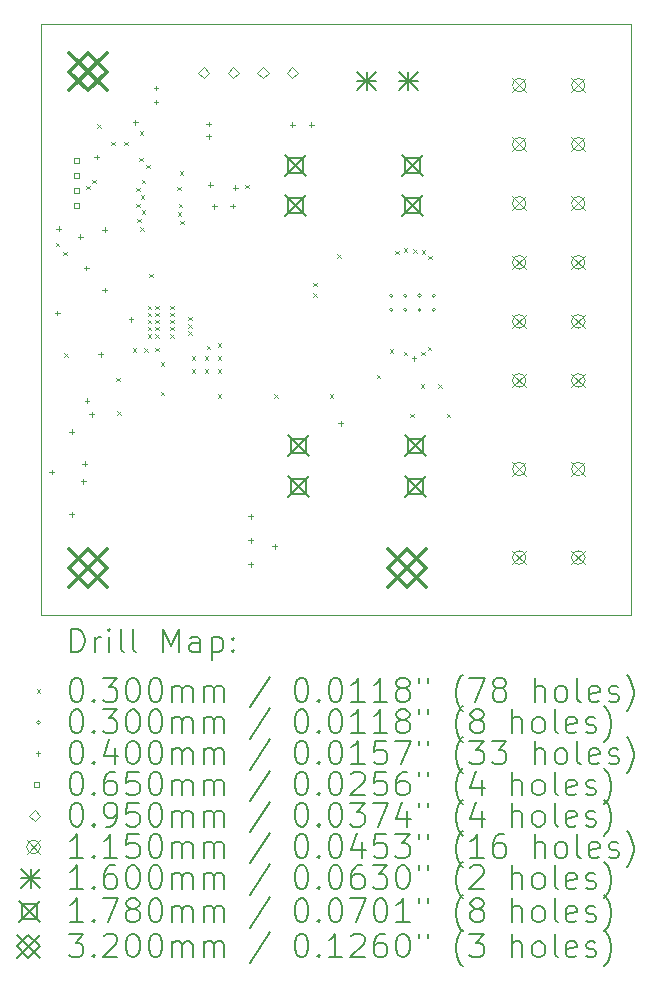
<source format=gbr>
%TF.GenerationSoftware,KiCad,Pcbnew,8.0.3*%
%TF.CreationDate,2024-06-13T00:54:26+02:00*%
%TF.ProjectId,pwm-ctrl,70776d2d-6374-4726-9c2e-6b696361645f,1*%
%TF.SameCoordinates,Original*%
%TF.FileFunction,Drillmap*%
%TF.FilePolarity,Positive*%
%FSLAX45Y45*%
G04 Gerber Fmt 4.5, Leading zero omitted, Abs format (unit mm)*
G04 Created by KiCad (PCBNEW 8.0.3) date 2024-06-13 00:54:26*
%MOMM*%
%LPD*%
G01*
G04 APERTURE LIST*
%ADD10C,0.100000*%
%ADD11C,0.200000*%
%ADD12C,0.115000*%
%ADD13C,0.160000*%
%ADD14C,0.178000*%
%ADD15C,0.320000*%
G04 APERTURE END LIST*
D10*
X15700000Y-10160000D02*
X20700000Y-10160000D01*
X20700000Y-15160000D01*
X15700000Y-15160000D01*
X15700000Y-10160000D01*
D11*
D10*
X15824500Y-12009446D02*
X15854500Y-12039446D01*
X15854500Y-12009446D02*
X15824500Y-12039446D01*
X15887000Y-12086000D02*
X15917000Y-12116000D01*
X15917000Y-12086000D02*
X15887000Y-12116000D01*
X15898100Y-12945000D02*
X15928100Y-12975000D01*
X15928100Y-12945000D02*
X15898100Y-12975000D01*
X16085000Y-11525000D02*
X16115000Y-11555000D01*
X16115000Y-11525000D02*
X16085000Y-11555000D01*
X16135800Y-11475000D02*
X16165800Y-11505000D01*
X16165800Y-11475000D02*
X16135800Y-11505000D01*
X16175000Y-11005000D02*
X16205000Y-11035000D01*
X16205000Y-11005000D02*
X16175000Y-11035000D01*
X16293750Y-11155000D02*
X16323750Y-11185000D01*
X16323750Y-11155000D02*
X16293750Y-11185000D01*
X16336000Y-13152000D02*
X16366000Y-13182000D01*
X16366000Y-13152000D02*
X16336000Y-13182000D01*
X16345000Y-13435000D02*
X16375000Y-13465000D01*
X16375000Y-13435000D02*
X16345000Y-13465000D01*
X16405000Y-11155000D02*
X16435000Y-11185000D01*
X16435000Y-11155000D02*
X16405000Y-11185000D01*
X16476000Y-12902000D02*
X16506000Y-12932000D01*
X16506000Y-12902000D02*
X16476000Y-12932000D01*
X16505000Y-11545000D02*
X16535000Y-11575000D01*
X16535000Y-11545000D02*
X16505000Y-11575000D01*
X16505793Y-11677500D02*
X16535793Y-11707500D01*
X16535793Y-11677500D02*
X16505793Y-11707500D01*
X16515000Y-11805000D02*
X16545000Y-11835000D01*
X16545000Y-11805000D02*
X16515000Y-11835000D01*
X16530560Y-11288000D02*
X16560560Y-11318000D01*
X16560560Y-11288000D02*
X16530560Y-11318000D01*
X16535000Y-11065000D02*
X16565000Y-11095000D01*
X16565000Y-11065000D02*
X16535000Y-11095000D01*
X16542500Y-11879912D02*
X16572500Y-11909912D01*
X16572500Y-11879912D02*
X16542500Y-11909912D01*
X16545000Y-11605000D02*
X16575000Y-11635000D01*
X16575000Y-11605000D02*
X16545000Y-11635000D01*
X16555000Y-11475000D02*
X16585000Y-11505000D01*
X16585000Y-11475000D02*
X16555000Y-11505000D01*
X16555000Y-11735000D02*
X16585000Y-11765000D01*
X16585000Y-11735000D02*
X16555000Y-11765000D01*
X16576000Y-12902000D02*
X16606000Y-12932000D01*
X16606000Y-12902000D02*
X16576000Y-12932000D01*
X16591520Y-11348960D02*
X16621520Y-11378960D01*
X16621520Y-11348960D02*
X16591520Y-11378960D01*
X16606000Y-12542000D02*
X16636000Y-12572000D01*
X16636000Y-12542000D02*
X16606000Y-12572000D01*
X16606000Y-12602000D02*
X16636000Y-12632000D01*
X16636000Y-12602000D02*
X16606000Y-12632000D01*
X16606000Y-12662000D02*
X16636000Y-12692000D01*
X16636000Y-12662000D02*
X16606000Y-12692000D01*
X16606000Y-12722000D02*
X16636000Y-12752000D01*
X16636000Y-12722000D02*
X16606000Y-12752000D01*
X16606000Y-12782000D02*
X16636000Y-12812000D01*
X16636000Y-12782000D02*
X16606000Y-12812000D01*
X16616000Y-12272000D02*
X16646000Y-12302000D01*
X16646000Y-12272000D02*
X16616000Y-12302000D01*
X16666000Y-12542000D02*
X16696000Y-12572000D01*
X16696000Y-12542000D02*
X16666000Y-12572000D01*
X16666000Y-12602000D02*
X16696000Y-12632000D01*
X16696000Y-12602000D02*
X16666000Y-12632000D01*
X16666000Y-12662000D02*
X16696000Y-12692000D01*
X16696000Y-12662000D02*
X16666000Y-12692000D01*
X16666000Y-12722000D02*
X16696000Y-12752000D01*
X16696000Y-12722000D02*
X16666000Y-12752000D01*
X16666000Y-12782000D02*
X16696000Y-12812000D01*
X16696000Y-12782000D02*
X16666000Y-12812000D01*
X16666000Y-12899500D02*
X16696000Y-12929500D01*
X16696000Y-12899500D02*
X16666000Y-12929500D01*
X16716000Y-13022000D02*
X16746000Y-13052000D01*
X16746000Y-13022000D02*
X16716000Y-13052000D01*
X16716000Y-13272000D02*
X16746000Y-13302000D01*
X16746000Y-13272000D02*
X16716000Y-13302000D01*
X16796000Y-12542000D02*
X16826000Y-12572000D01*
X16826000Y-12542000D02*
X16796000Y-12572000D01*
X16796000Y-12602000D02*
X16826000Y-12632000D01*
X16826000Y-12602000D02*
X16796000Y-12632000D01*
X16796000Y-12662000D02*
X16826000Y-12692000D01*
X16826000Y-12662000D02*
X16796000Y-12692000D01*
X16796000Y-12722000D02*
X16826000Y-12752000D01*
X16826000Y-12722000D02*
X16796000Y-12752000D01*
X16796000Y-12782000D02*
X16826000Y-12812000D01*
X16826000Y-12782000D02*
X16796000Y-12812000D01*
X16855000Y-11535000D02*
X16885000Y-11565000D01*
X16885000Y-11535000D02*
X16855000Y-11565000D01*
X16857500Y-11751745D02*
X16887500Y-11781745D01*
X16887500Y-11751745D02*
X16857500Y-11781745D01*
X16865875Y-11677214D02*
X16895875Y-11707214D01*
X16895875Y-11677214D02*
X16865875Y-11707214D01*
X16875276Y-11404575D02*
X16905276Y-11434575D01*
X16905276Y-11404575D02*
X16875276Y-11434575D01*
X16879521Y-11823440D02*
X16909521Y-11853440D01*
X16909521Y-11823440D02*
X16879521Y-11853440D01*
X16948500Y-12634500D02*
X16978500Y-12664500D01*
X16978500Y-12634500D02*
X16948500Y-12664500D01*
X16948500Y-12697000D02*
X16978500Y-12727000D01*
X16978500Y-12697000D02*
X16948500Y-12727000D01*
X16948500Y-12759500D02*
X16978500Y-12789500D01*
X16978500Y-12759500D02*
X16948500Y-12789500D01*
X16976000Y-12972000D02*
X17006000Y-13002000D01*
X17006000Y-12972000D02*
X16976000Y-13002000D01*
X16976000Y-13082000D02*
X17006000Y-13112000D01*
X17006000Y-13082000D02*
X16976000Y-13112000D01*
X17086000Y-12972000D02*
X17116000Y-13002000D01*
X17116000Y-12972000D02*
X17086000Y-13002000D01*
X17086000Y-13082000D02*
X17116000Y-13112000D01*
X17116000Y-13082000D02*
X17086000Y-13112000D01*
X17106000Y-12882000D02*
X17136000Y-12912000D01*
X17136000Y-12882000D02*
X17106000Y-12912000D01*
X17196000Y-12862000D02*
X17226000Y-12892000D01*
X17226000Y-12862000D02*
X17196000Y-12892000D01*
X17196000Y-12972000D02*
X17226000Y-13002000D01*
X17226000Y-12972000D02*
X17196000Y-13002000D01*
X17196000Y-13082000D02*
X17226000Y-13112000D01*
X17226000Y-13082000D02*
X17196000Y-13112000D01*
X17196000Y-13292000D02*
X17226000Y-13322000D01*
X17226000Y-13292000D02*
X17196000Y-13322000D01*
X17429720Y-11516600D02*
X17459720Y-11546600D01*
X17459720Y-11516600D02*
X17429720Y-11546600D01*
X17676000Y-13292000D02*
X17706000Y-13322000D01*
X17706000Y-13292000D02*
X17676000Y-13322000D01*
X18003806Y-12347806D02*
X18033806Y-12377806D01*
X18033806Y-12347806D02*
X18003806Y-12377806D01*
X18005000Y-12435000D02*
X18035000Y-12465000D01*
X18035000Y-12435000D02*
X18005000Y-12465000D01*
X18146000Y-13292000D02*
X18176000Y-13322000D01*
X18176000Y-13292000D02*
X18146000Y-13322000D01*
X18207500Y-12105000D02*
X18237500Y-12135000D01*
X18237500Y-12105000D02*
X18207500Y-12135000D01*
X18545000Y-13125000D02*
X18575000Y-13155000D01*
X18575000Y-13125000D02*
X18545000Y-13155000D01*
X18652500Y-12910221D02*
X18682500Y-12940221D01*
X18682500Y-12910221D02*
X18652500Y-12940221D01*
X18701197Y-12077198D02*
X18731197Y-12107198D01*
X18731197Y-12077198D02*
X18701197Y-12107198D01*
X18770746Y-12057500D02*
X18800746Y-12087500D01*
X18800746Y-12057500D02*
X18770746Y-12087500D01*
X18773522Y-12932451D02*
X18803522Y-12962451D01*
X18803522Y-12932451D02*
X18773522Y-12962451D01*
X18825000Y-13455000D02*
X18855000Y-13485000D01*
X18855000Y-13455000D02*
X18825000Y-13485000D01*
X18852348Y-12062424D02*
X18882348Y-12092424D01*
X18882348Y-12062424D02*
X18852348Y-12092424D01*
X18915000Y-13205000D02*
X18945000Y-13235000D01*
X18945000Y-13205000D02*
X18915000Y-13235000D01*
X18919631Y-12931505D02*
X18949631Y-12961505D01*
X18949631Y-12931505D02*
X18919631Y-12961505D01*
X18926220Y-12071864D02*
X18956220Y-12101864D01*
X18956220Y-12071864D02*
X18926220Y-12101864D01*
X18977131Y-12890000D02*
X19007131Y-12920000D01*
X19007131Y-12890000D02*
X18977131Y-12920000D01*
X18980757Y-12120278D02*
X19010757Y-12150278D01*
X19010757Y-12120278D02*
X18980757Y-12150278D01*
X19065000Y-13205000D02*
X19095000Y-13235000D01*
X19095000Y-13205000D02*
X19065000Y-13235000D01*
X19135000Y-13455000D02*
X19165000Y-13485000D01*
X19165000Y-13455000D02*
X19135000Y-13485000D01*
X18681000Y-12457500D02*
G75*
G02*
X18651000Y-12457500I-15000J0D01*
G01*
X18651000Y-12457500D02*
G75*
G02*
X18681000Y-12457500I15000J0D01*
G01*
X18681000Y-12577500D02*
G75*
G02*
X18651000Y-12577500I-15000J0D01*
G01*
X18651000Y-12577500D02*
G75*
G02*
X18681000Y-12577500I15000J0D01*
G01*
X18801000Y-12457500D02*
G75*
G02*
X18771000Y-12457500I-15000J0D01*
G01*
X18771000Y-12457500D02*
G75*
G02*
X18801000Y-12457500I15000J0D01*
G01*
X18801000Y-12577500D02*
G75*
G02*
X18771000Y-12577500I-15000J0D01*
G01*
X18771000Y-12577500D02*
G75*
G02*
X18801000Y-12577500I15000J0D01*
G01*
X18921000Y-12457500D02*
G75*
G02*
X18891000Y-12457500I-15000J0D01*
G01*
X18891000Y-12457500D02*
G75*
G02*
X18921000Y-12457500I15000J0D01*
G01*
X18921000Y-12577500D02*
G75*
G02*
X18891000Y-12577500I-15000J0D01*
G01*
X18891000Y-12577500D02*
G75*
G02*
X18921000Y-12577500I15000J0D01*
G01*
X19041000Y-12457500D02*
G75*
G02*
X19011000Y-12457500I-15000J0D01*
G01*
X19011000Y-12457500D02*
G75*
G02*
X19041000Y-12457500I15000J0D01*
G01*
X19041000Y-12577500D02*
G75*
G02*
X19011000Y-12577500I-15000J0D01*
G01*
X19011000Y-12577500D02*
G75*
G02*
X19041000Y-12577500I15000J0D01*
G01*
X15790000Y-13930000D02*
X15790000Y-13970000D01*
X15770000Y-13950000D02*
X15810000Y-13950000D01*
X15840600Y-12584325D02*
X15840600Y-12624325D01*
X15820600Y-12604325D02*
X15860600Y-12604325D01*
X15850000Y-11869000D02*
X15850000Y-11909000D01*
X15830000Y-11889000D02*
X15870000Y-11889000D01*
X15960000Y-13590000D02*
X15960000Y-13630000D01*
X15940000Y-13610000D02*
X15980000Y-13610000D01*
X15960000Y-14290000D02*
X15960000Y-14330000D01*
X15940000Y-14310000D02*
X15980000Y-14310000D01*
X16034000Y-11937000D02*
X16034000Y-11977000D01*
X16014000Y-11957000D02*
X16054000Y-11957000D01*
X16060000Y-14010000D02*
X16060000Y-14050000D01*
X16040000Y-14030000D02*
X16080000Y-14030000D01*
X16070000Y-13860000D02*
X16070000Y-13900000D01*
X16050000Y-13880000D02*
X16090000Y-13880000D01*
X16086000Y-12202184D02*
X16086000Y-12242184D01*
X16066000Y-12222184D02*
X16106000Y-12222184D01*
X16090900Y-13327700D02*
X16090900Y-13367700D01*
X16070900Y-13347700D02*
X16110900Y-13347700D01*
X16129000Y-13442000D02*
X16129000Y-13482000D01*
X16109000Y-13462000D02*
X16149000Y-13462000D01*
X16173476Y-11263476D02*
X16173476Y-11303476D01*
X16153476Y-11283476D02*
X16193476Y-11283476D01*
X16205200Y-12934000D02*
X16205200Y-12974000D01*
X16185200Y-12954000D02*
X16225200Y-12954000D01*
X16240000Y-11880000D02*
X16240000Y-11920000D01*
X16220000Y-11900000D02*
X16260000Y-11900000D01*
X16240000Y-12390000D02*
X16240000Y-12430000D01*
X16220000Y-12410000D02*
X16260000Y-12410000D01*
X16463988Y-12638144D02*
X16463988Y-12678144D01*
X16443988Y-12658144D02*
X16483988Y-12658144D01*
X16500000Y-10970000D02*
X16500000Y-11010000D01*
X16480000Y-10990000D02*
X16520000Y-10990000D01*
X16675100Y-10678480D02*
X16675100Y-10718480D01*
X16655100Y-10698480D02*
X16695100Y-10698480D01*
X16675100Y-10797860D02*
X16675100Y-10837860D01*
X16655100Y-10817860D02*
X16695100Y-10817860D01*
X17119600Y-10983280D02*
X17119600Y-11023280D01*
X17099600Y-11003280D02*
X17139600Y-11003280D01*
X17119600Y-11087420D02*
X17119600Y-11127420D01*
X17099600Y-11107420D02*
X17139600Y-11107420D01*
X17135643Y-11498506D02*
X17135643Y-11538506D01*
X17115643Y-11518506D02*
X17155643Y-11518506D01*
X17167860Y-11681780D02*
X17167860Y-11721780D01*
X17147860Y-11701780D02*
X17187860Y-11701780D01*
X17322800Y-11679240D02*
X17322800Y-11719240D01*
X17302800Y-11699240D02*
X17342800Y-11699240D01*
X17344816Y-11522979D02*
X17344816Y-11562979D01*
X17324816Y-11542979D02*
X17364816Y-11542979D01*
X17475200Y-14305600D02*
X17475200Y-14345600D01*
X17455200Y-14325600D02*
X17495200Y-14325600D01*
X17475200Y-14508800D02*
X17475200Y-14548800D01*
X17455200Y-14528800D02*
X17495200Y-14528800D01*
X17475200Y-14712000D02*
X17475200Y-14752000D01*
X17455200Y-14732000D02*
X17495200Y-14732000D01*
X17678400Y-14559600D02*
X17678400Y-14599600D01*
X17658400Y-14579600D02*
X17698400Y-14579600D01*
X17830000Y-10990000D02*
X17830000Y-11030000D01*
X17810000Y-11010000D02*
X17850000Y-11010000D01*
X17990000Y-10990000D02*
X17990000Y-11030000D01*
X17970000Y-11010000D02*
X18010000Y-11010000D01*
X18237200Y-13518200D02*
X18237200Y-13558200D01*
X18217200Y-13538200D02*
X18257200Y-13538200D01*
X18860170Y-12967500D02*
X18860170Y-13007500D01*
X18840170Y-12987500D02*
X18880170Y-12987500D01*
X16024981Y-11335981D02*
X16024981Y-11290019D01*
X15979019Y-11290019D01*
X15979019Y-11335981D01*
X16024981Y-11335981D01*
X16024981Y-11462981D02*
X16024981Y-11417019D01*
X15979019Y-11417019D01*
X15979019Y-11462981D01*
X16024981Y-11462981D01*
X16024981Y-11589981D02*
X16024981Y-11544019D01*
X15979019Y-11544019D01*
X15979019Y-11589981D01*
X16024981Y-11589981D01*
X16024981Y-11716981D02*
X16024981Y-11671019D01*
X15979019Y-11671019D01*
X15979019Y-11716981D01*
X16024981Y-11716981D01*
X17080000Y-10617500D02*
X17127500Y-10570000D01*
X17080000Y-10522500D01*
X17032500Y-10570000D01*
X17080000Y-10617500D01*
X17330000Y-10617500D02*
X17377500Y-10570000D01*
X17330000Y-10522500D01*
X17282500Y-10570000D01*
X17330000Y-10617500D01*
X17580000Y-10617500D02*
X17627500Y-10570000D01*
X17580000Y-10522500D01*
X17532500Y-10570000D01*
X17580000Y-10617500D01*
X17830000Y-10617500D02*
X17877500Y-10570000D01*
X17830000Y-10522500D01*
X17782500Y-10570000D01*
X17830000Y-10617500D01*
D12*
X19692500Y-10617500D02*
X19807500Y-10732500D01*
X19807500Y-10617500D02*
X19692500Y-10732500D01*
X19807500Y-10675000D02*
G75*
G02*
X19692500Y-10675000I-57500J0D01*
G01*
X19692500Y-10675000D02*
G75*
G02*
X19807500Y-10675000I57500J0D01*
G01*
X19692500Y-11117500D02*
X19807500Y-11232500D01*
X19807500Y-11117500D02*
X19692500Y-11232500D01*
X19807500Y-11175000D02*
G75*
G02*
X19692500Y-11175000I-57500J0D01*
G01*
X19692500Y-11175000D02*
G75*
G02*
X19807500Y-11175000I57500J0D01*
G01*
X19692500Y-11617500D02*
X19807500Y-11732500D01*
X19807500Y-11617500D02*
X19692500Y-11732500D01*
X19807500Y-11675000D02*
G75*
G02*
X19692500Y-11675000I-57500J0D01*
G01*
X19692500Y-11675000D02*
G75*
G02*
X19807500Y-11675000I57500J0D01*
G01*
X19692500Y-12117500D02*
X19807500Y-12232500D01*
X19807500Y-12117500D02*
X19692500Y-12232500D01*
X19807500Y-12175000D02*
G75*
G02*
X19692500Y-12175000I-57500J0D01*
G01*
X19692500Y-12175000D02*
G75*
G02*
X19807500Y-12175000I57500J0D01*
G01*
X19692500Y-12617500D02*
X19807500Y-12732500D01*
X19807500Y-12617500D02*
X19692500Y-12732500D01*
X19807500Y-12675000D02*
G75*
G02*
X19692500Y-12675000I-57500J0D01*
G01*
X19692500Y-12675000D02*
G75*
G02*
X19807500Y-12675000I57500J0D01*
G01*
X19692500Y-13117500D02*
X19807500Y-13232500D01*
X19807500Y-13117500D02*
X19692500Y-13232500D01*
X19807500Y-13175000D02*
G75*
G02*
X19692500Y-13175000I-57500J0D01*
G01*
X19692500Y-13175000D02*
G75*
G02*
X19807500Y-13175000I57500J0D01*
G01*
X19692500Y-13867500D02*
X19807500Y-13982500D01*
X19807500Y-13867500D02*
X19692500Y-13982500D01*
X19807500Y-13925000D02*
G75*
G02*
X19692500Y-13925000I-57500J0D01*
G01*
X19692500Y-13925000D02*
G75*
G02*
X19807500Y-13925000I57500J0D01*
G01*
X19692500Y-14617500D02*
X19807500Y-14732500D01*
X19807500Y-14617500D02*
X19692500Y-14732500D01*
X19807500Y-14675000D02*
G75*
G02*
X19692500Y-14675000I-57500J0D01*
G01*
X19692500Y-14675000D02*
G75*
G02*
X19807500Y-14675000I57500J0D01*
G01*
X20192500Y-10617500D02*
X20307500Y-10732500D01*
X20307500Y-10617500D02*
X20192500Y-10732500D01*
X20307500Y-10675000D02*
G75*
G02*
X20192500Y-10675000I-57500J0D01*
G01*
X20192500Y-10675000D02*
G75*
G02*
X20307500Y-10675000I57500J0D01*
G01*
X20192500Y-11117500D02*
X20307500Y-11232500D01*
X20307500Y-11117500D02*
X20192500Y-11232500D01*
X20307500Y-11175000D02*
G75*
G02*
X20192500Y-11175000I-57500J0D01*
G01*
X20192500Y-11175000D02*
G75*
G02*
X20307500Y-11175000I57500J0D01*
G01*
X20192500Y-11617500D02*
X20307500Y-11732500D01*
X20307500Y-11617500D02*
X20192500Y-11732500D01*
X20307500Y-11675000D02*
G75*
G02*
X20192500Y-11675000I-57500J0D01*
G01*
X20192500Y-11675000D02*
G75*
G02*
X20307500Y-11675000I57500J0D01*
G01*
X20192500Y-12117500D02*
X20307500Y-12232500D01*
X20307500Y-12117500D02*
X20192500Y-12232500D01*
X20307500Y-12175000D02*
G75*
G02*
X20192500Y-12175000I-57500J0D01*
G01*
X20192500Y-12175000D02*
G75*
G02*
X20307500Y-12175000I57500J0D01*
G01*
X20192500Y-12617500D02*
X20307500Y-12732500D01*
X20307500Y-12617500D02*
X20192500Y-12732500D01*
X20307500Y-12675000D02*
G75*
G02*
X20192500Y-12675000I-57500J0D01*
G01*
X20192500Y-12675000D02*
G75*
G02*
X20307500Y-12675000I57500J0D01*
G01*
X20192500Y-13117500D02*
X20307500Y-13232500D01*
X20307500Y-13117500D02*
X20192500Y-13232500D01*
X20307500Y-13175000D02*
G75*
G02*
X20192500Y-13175000I-57500J0D01*
G01*
X20192500Y-13175000D02*
G75*
G02*
X20307500Y-13175000I57500J0D01*
G01*
X20192500Y-13867500D02*
X20307500Y-13982500D01*
X20307500Y-13867500D02*
X20192500Y-13982500D01*
X20307500Y-13925000D02*
G75*
G02*
X20192500Y-13925000I-57500J0D01*
G01*
X20192500Y-13925000D02*
G75*
G02*
X20307500Y-13925000I57500J0D01*
G01*
X20192500Y-14617500D02*
X20307500Y-14732500D01*
X20307500Y-14617500D02*
X20192500Y-14732500D01*
X20307500Y-14675000D02*
G75*
G02*
X20192500Y-14675000I-57500J0D01*
G01*
X20192500Y-14675000D02*
G75*
G02*
X20307500Y-14675000I57500J0D01*
G01*
D13*
X18380000Y-10560000D02*
X18540000Y-10720000D01*
X18540000Y-10560000D02*
X18380000Y-10720000D01*
X18460000Y-10560000D02*
X18460000Y-10720000D01*
X18380000Y-10640000D02*
X18540000Y-10640000D01*
X18730000Y-10560000D02*
X18890000Y-10720000D01*
X18890000Y-10560000D02*
X18730000Y-10720000D01*
X18810000Y-10560000D02*
X18810000Y-10720000D01*
X18730000Y-10640000D02*
X18890000Y-10640000D01*
D14*
X17765000Y-11266000D02*
X17943000Y-11444000D01*
X17943000Y-11266000D02*
X17765000Y-11444000D01*
X17916933Y-11417933D02*
X17916933Y-11292067D01*
X17791067Y-11292067D01*
X17791067Y-11417933D01*
X17916933Y-11417933D01*
X17765000Y-11606000D02*
X17943000Y-11784000D01*
X17943000Y-11606000D02*
X17765000Y-11784000D01*
X17916933Y-11757933D02*
X17916933Y-11632067D01*
X17791067Y-11632067D01*
X17791067Y-11757933D01*
X17916933Y-11757933D01*
X17790000Y-13641000D02*
X17968000Y-13819000D01*
X17968000Y-13641000D02*
X17790000Y-13819000D01*
X17941933Y-13792933D02*
X17941933Y-13667067D01*
X17816067Y-13667067D01*
X17816067Y-13792933D01*
X17941933Y-13792933D01*
X17790000Y-13981000D02*
X17968000Y-14159000D01*
X17968000Y-13981000D02*
X17790000Y-14159000D01*
X17941933Y-14132933D02*
X17941933Y-14007067D01*
X17816067Y-14007067D01*
X17816067Y-14132933D01*
X17941933Y-14132933D01*
X18757000Y-11266000D02*
X18935000Y-11444000D01*
X18935000Y-11266000D02*
X18757000Y-11444000D01*
X18908933Y-11417933D02*
X18908933Y-11292067D01*
X18783067Y-11292067D01*
X18783067Y-11417933D01*
X18908933Y-11417933D01*
X18757000Y-11606000D02*
X18935000Y-11784000D01*
X18935000Y-11606000D02*
X18757000Y-11784000D01*
X18908933Y-11757933D02*
X18908933Y-11632067D01*
X18783067Y-11632067D01*
X18783067Y-11757933D01*
X18908933Y-11757933D01*
X18782000Y-13641000D02*
X18960000Y-13819000D01*
X18960000Y-13641000D02*
X18782000Y-13819000D01*
X18933933Y-13792933D02*
X18933933Y-13667067D01*
X18808067Y-13667067D01*
X18808067Y-13792933D01*
X18933933Y-13792933D01*
X18782000Y-13981000D02*
X18960000Y-14159000D01*
X18960000Y-13981000D02*
X18782000Y-14159000D01*
X18933933Y-14132933D02*
X18933933Y-14007067D01*
X18808067Y-14007067D01*
X18808067Y-14132933D01*
X18933933Y-14132933D01*
D15*
X15940000Y-10400000D02*
X16260000Y-10720000D01*
X16260000Y-10400000D02*
X15940000Y-10720000D01*
X16100000Y-10720000D02*
X16260000Y-10560000D01*
X16100000Y-10400000D01*
X15940000Y-10560000D01*
X16100000Y-10720000D01*
X15940000Y-14600000D02*
X16260000Y-14920000D01*
X16260000Y-14600000D02*
X15940000Y-14920000D01*
X16100000Y-14920000D02*
X16260000Y-14760000D01*
X16100000Y-14600000D01*
X15940000Y-14760000D01*
X16100000Y-14920000D01*
X18640000Y-14600000D02*
X18960000Y-14920000D01*
X18960000Y-14600000D02*
X18640000Y-14920000D01*
X18800000Y-14920000D02*
X18960000Y-14760000D01*
X18800000Y-14600000D01*
X18640000Y-14760000D01*
X18800000Y-14920000D01*
D11*
X15955777Y-15476484D02*
X15955777Y-15276484D01*
X15955777Y-15276484D02*
X16003396Y-15276484D01*
X16003396Y-15276484D02*
X16031967Y-15286008D01*
X16031967Y-15286008D02*
X16051015Y-15305055D01*
X16051015Y-15305055D02*
X16060539Y-15324103D01*
X16060539Y-15324103D02*
X16070062Y-15362198D01*
X16070062Y-15362198D02*
X16070062Y-15390769D01*
X16070062Y-15390769D02*
X16060539Y-15428865D01*
X16060539Y-15428865D02*
X16051015Y-15447912D01*
X16051015Y-15447912D02*
X16031967Y-15466960D01*
X16031967Y-15466960D02*
X16003396Y-15476484D01*
X16003396Y-15476484D02*
X15955777Y-15476484D01*
X16155777Y-15476484D02*
X16155777Y-15343150D01*
X16155777Y-15381246D02*
X16165301Y-15362198D01*
X16165301Y-15362198D02*
X16174824Y-15352674D01*
X16174824Y-15352674D02*
X16193872Y-15343150D01*
X16193872Y-15343150D02*
X16212920Y-15343150D01*
X16279586Y-15476484D02*
X16279586Y-15343150D01*
X16279586Y-15276484D02*
X16270062Y-15286008D01*
X16270062Y-15286008D02*
X16279586Y-15295531D01*
X16279586Y-15295531D02*
X16289110Y-15286008D01*
X16289110Y-15286008D02*
X16279586Y-15276484D01*
X16279586Y-15276484D02*
X16279586Y-15295531D01*
X16403396Y-15476484D02*
X16384348Y-15466960D01*
X16384348Y-15466960D02*
X16374824Y-15447912D01*
X16374824Y-15447912D02*
X16374824Y-15276484D01*
X16508158Y-15476484D02*
X16489110Y-15466960D01*
X16489110Y-15466960D02*
X16479586Y-15447912D01*
X16479586Y-15447912D02*
X16479586Y-15276484D01*
X16736729Y-15476484D02*
X16736729Y-15276484D01*
X16736729Y-15276484D02*
X16803396Y-15419341D01*
X16803396Y-15419341D02*
X16870063Y-15276484D01*
X16870063Y-15276484D02*
X16870063Y-15476484D01*
X17051015Y-15476484D02*
X17051015Y-15371722D01*
X17051015Y-15371722D02*
X17041491Y-15352674D01*
X17041491Y-15352674D02*
X17022444Y-15343150D01*
X17022444Y-15343150D02*
X16984348Y-15343150D01*
X16984348Y-15343150D02*
X16965301Y-15352674D01*
X17051015Y-15466960D02*
X17031967Y-15476484D01*
X17031967Y-15476484D02*
X16984348Y-15476484D01*
X16984348Y-15476484D02*
X16965301Y-15466960D01*
X16965301Y-15466960D02*
X16955777Y-15447912D01*
X16955777Y-15447912D02*
X16955777Y-15428865D01*
X16955777Y-15428865D02*
X16965301Y-15409817D01*
X16965301Y-15409817D02*
X16984348Y-15400293D01*
X16984348Y-15400293D02*
X17031967Y-15400293D01*
X17031967Y-15400293D02*
X17051015Y-15390769D01*
X17146253Y-15343150D02*
X17146253Y-15543150D01*
X17146253Y-15352674D02*
X17165301Y-15343150D01*
X17165301Y-15343150D02*
X17203396Y-15343150D01*
X17203396Y-15343150D02*
X17222444Y-15352674D01*
X17222444Y-15352674D02*
X17231967Y-15362198D01*
X17231967Y-15362198D02*
X17241491Y-15381246D01*
X17241491Y-15381246D02*
X17241491Y-15438388D01*
X17241491Y-15438388D02*
X17231967Y-15457436D01*
X17231967Y-15457436D02*
X17222444Y-15466960D01*
X17222444Y-15466960D02*
X17203396Y-15476484D01*
X17203396Y-15476484D02*
X17165301Y-15476484D01*
X17165301Y-15476484D02*
X17146253Y-15466960D01*
X17327205Y-15457436D02*
X17336729Y-15466960D01*
X17336729Y-15466960D02*
X17327205Y-15476484D01*
X17327205Y-15476484D02*
X17317682Y-15466960D01*
X17317682Y-15466960D02*
X17327205Y-15457436D01*
X17327205Y-15457436D02*
X17327205Y-15476484D01*
X17327205Y-15352674D02*
X17336729Y-15362198D01*
X17336729Y-15362198D02*
X17327205Y-15371722D01*
X17327205Y-15371722D02*
X17317682Y-15362198D01*
X17317682Y-15362198D02*
X17327205Y-15352674D01*
X17327205Y-15352674D02*
X17327205Y-15371722D01*
D10*
X15665000Y-15790000D02*
X15695000Y-15820000D01*
X15695000Y-15790000D02*
X15665000Y-15820000D01*
D11*
X15993872Y-15696484D02*
X16012920Y-15696484D01*
X16012920Y-15696484D02*
X16031967Y-15706008D01*
X16031967Y-15706008D02*
X16041491Y-15715531D01*
X16041491Y-15715531D02*
X16051015Y-15734579D01*
X16051015Y-15734579D02*
X16060539Y-15772674D01*
X16060539Y-15772674D02*
X16060539Y-15820293D01*
X16060539Y-15820293D02*
X16051015Y-15858388D01*
X16051015Y-15858388D02*
X16041491Y-15877436D01*
X16041491Y-15877436D02*
X16031967Y-15886960D01*
X16031967Y-15886960D02*
X16012920Y-15896484D01*
X16012920Y-15896484D02*
X15993872Y-15896484D01*
X15993872Y-15896484D02*
X15974824Y-15886960D01*
X15974824Y-15886960D02*
X15965301Y-15877436D01*
X15965301Y-15877436D02*
X15955777Y-15858388D01*
X15955777Y-15858388D02*
X15946253Y-15820293D01*
X15946253Y-15820293D02*
X15946253Y-15772674D01*
X15946253Y-15772674D02*
X15955777Y-15734579D01*
X15955777Y-15734579D02*
X15965301Y-15715531D01*
X15965301Y-15715531D02*
X15974824Y-15706008D01*
X15974824Y-15706008D02*
X15993872Y-15696484D01*
X16146253Y-15877436D02*
X16155777Y-15886960D01*
X16155777Y-15886960D02*
X16146253Y-15896484D01*
X16146253Y-15896484D02*
X16136729Y-15886960D01*
X16136729Y-15886960D02*
X16146253Y-15877436D01*
X16146253Y-15877436D02*
X16146253Y-15896484D01*
X16222443Y-15696484D02*
X16346253Y-15696484D01*
X16346253Y-15696484D02*
X16279586Y-15772674D01*
X16279586Y-15772674D02*
X16308158Y-15772674D01*
X16308158Y-15772674D02*
X16327205Y-15782198D01*
X16327205Y-15782198D02*
X16336729Y-15791722D01*
X16336729Y-15791722D02*
X16346253Y-15810769D01*
X16346253Y-15810769D02*
X16346253Y-15858388D01*
X16346253Y-15858388D02*
X16336729Y-15877436D01*
X16336729Y-15877436D02*
X16327205Y-15886960D01*
X16327205Y-15886960D02*
X16308158Y-15896484D01*
X16308158Y-15896484D02*
X16251015Y-15896484D01*
X16251015Y-15896484D02*
X16231967Y-15886960D01*
X16231967Y-15886960D02*
X16222443Y-15877436D01*
X16470062Y-15696484D02*
X16489110Y-15696484D01*
X16489110Y-15696484D02*
X16508158Y-15706008D01*
X16508158Y-15706008D02*
X16517682Y-15715531D01*
X16517682Y-15715531D02*
X16527205Y-15734579D01*
X16527205Y-15734579D02*
X16536729Y-15772674D01*
X16536729Y-15772674D02*
X16536729Y-15820293D01*
X16536729Y-15820293D02*
X16527205Y-15858388D01*
X16527205Y-15858388D02*
X16517682Y-15877436D01*
X16517682Y-15877436D02*
X16508158Y-15886960D01*
X16508158Y-15886960D02*
X16489110Y-15896484D01*
X16489110Y-15896484D02*
X16470062Y-15896484D01*
X16470062Y-15896484D02*
X16451015Y-15886960D01*
X16451015Y-15886960D02*
X16441491Y-15877436D01*
X16441491Y-15877436D02*
X16431967Y-15858388D01*
X16431967Y-15858388D02*
X16422443Y-15820293D01*
X16422443Y-15820293D02*
X16422443Y-15772674D01*
X16422443Y-15772674D02*
X16431967Y-15734579D01*
X16431967Y-15734579D02*
X16441491Y-15715531D01*
X16441491Y-15715531D02*
X16451015Y-15706008D01*
X16451015Y-15706008D02*
X16470062Y-15696484D01*
X16660539Y-15696484D02*
X16679586Y-15696484D01*
X16679586Y-15696484D02*
X16698634Y-15706008D01*
X16698634Y-15706008D02*
X16708158Y-15715531D01*
X16708158Y-15715531D02*
X16717682Y-15734579D01*
X16717682Y-15734579D02*
X16727205Y-15772674D01*
X16727205Y-15772674D02*
X16727205Y-15820293D01*
X16727205Y-15820293D02*
X16717682Y-15858388D01*
X16717682Y-15858388D02*
X16708158Y-15877436D01*
X16708158Y-15877436D02*
X16698634Y-15886960D01*
X16698634Y-15886960D02*
X16679586Y-15896484D01*
X16679586Y-15896484D02*
X16660539Y-15896484D01*
X16660539Y-15896484D02*
X16641491Y-15886960D01*
X16641491Y-15886960D02*
X16631967Y-15877436D01*
X16631967Y-15877436D02*
X16622443Y-15858388D01*
X16622443Y-15858388D02*
X16612920Y-15820293D01*
X16612920Y-15820293D02*
X16612920Y-15772674D01*
X16612920Y-15772674D02*
X16622443Y-15734579D01*
X16622443Y-15734579D02*
X16631967Y-15715531D01*
X16631967Y-15715531D02*
X16641491Y-15706008D01*
X16641491Y-15706008D02*
X16660539Y-15696484D01*
X16812920Y-15896484D02*
X16812920Y-15763150D01*
X16812920Y-15782198D02*
X16822444Y-15772674D01*
X16822444Y-15772674D02*
X16841491Y-15763150D01*
X16841491Y-15763150D02*
X16870063Y-15763150D01*
X16870063Y-15763150D02*
X16889110Y-15772674D01*
X16889110Y-15772674D02*
X16898634Y-15791722D01*
X16898634Y-15791722D02*
X16898634Y-15896484D01*
X16898634Y-15791722D02*
X16908158Y-15772674D01*
X16908158Y-15772674D02*
X16927205Y-15763150D01*
X16927205Y-15763150D02*
X16955777Y-15763150D01*
X16955777Y-15763150D02*
X16974825Y-15772674D01*
X16974825Y-15772674D02*
X16984348Y-15791722D01*
X16984348Y-15791722D02*
X16984348Y-15896484D01*
X17079586Y-15896484D02*
X17079586Y-15763150D01*
X17079586Y-15782198D02*
X17089110Y-15772674D01*
X17089110Y-15772674D02*
X17108158Y-15763150D01*
X17108158Y-15763150D02*
X17136729Y-15763150D01*
X17136729Y-15763150D02*
X17155777Y-15772674D01*
X17155777Y-15772674D02*
X17165301Y-15791722D01*
X17165301Y-15791722D02*
X17165301Y-15896484D01*
X17165301Y-15791722D02*
X17174825Y-15772674D01*
X17174825Y-15772674D02*
X17193872Y-15763150D01*
X17193872Y-15763150D02*
X17222444Y-15763150D01*
X17222444Y-15763150D02*
X17241491Y-15772674D01*
X17241491Y-15772674D02*
X17251015Y-15791722D01*
X17251015Y-15791722D02*
X17251015Y-15896484D01*
X17641491Y-15686960D02*
X17470063Y-15944103D01*
X17898634Y-15696484D02*
X17917682Y-15696484D01*
X17917682Y-15696484D02*
X17936729Y-15706008D01*
X17936729Y-15706008D02*
X17946253Y-15715531D01*
X17946253Y-15715531D02*
X17955777Y-15734579D01*
X17955777Y-15734579D02*
X17965301Y-15772674D01*
X17965301Y-15772674D02*
X17965301Y-15820293D01*
X17965301Y-15820293D02*
X17955777Y-15858388D01*
X17955777Y-15858388D02*
X17946253Y-15877436D01*
X17946253Y-15877436D02*
X17936729Y-15886960D01*
X17936729Y-15886960D02*
X17917682Y-15896484D01*
X17917682Y-15896484D02*
X17898634Y-15896484D01*
X17898634Y-15896484D02*
X17879587Y-15886960D01*
X17879587Y-15886960D02*
X17870063Y-15877436D01*
X17870063Y-15877436D02*
X17860539Y-15858388D01*
X17860539Y-15858388D02*
X17851015Y-15820293D01*
X17851015Y-15820293D02*
X17851015Y-15772674D01*
X17851015Y-15772674D02*
X17860539Y-15734579D01*
X17860539Y-15734579D02*
X17870063Y-15715531D01*
X17870063Y-15715531D02*
X17879587Y-15706008D01*
X17879587Y-15706008D02*
X17898634Y-15696484D01*
X18051015Y-15877436D02*
X18060539Y-15886960D01*
X18060539Y-15886960D02*
X18051015Y-15896484D01*
X18051015Y-15896484D02*
X18041491Y-15886960D01*
X18041491Y-15886960D02*
X18051015Y-15877436D01*
X18051015Y-15877436D02*
X18051015Y-15896484D01*
X18184348Y-15696484D02*
X18203396Y-15696484D01*
X18203396Y-15696484D02*
X18222444Y-15706008D01*
X18222444Y-15706008D02*
X18231968Y-15715531D01*
X18231968Y-15715531D02*
X18241491Y-15734579D01*
X18241491Y-15734579D02*
X18251015Y-15772674D01*
X18251015Y-15772674D02*
X18251015Y-15820293D01*
X18251015Y-15820293D02*
X18241491Y-15858388D01*
X18241491Y-15858388D02*
X18231968Y-15877436D01*
X18231968Y-15877436D02*
X18222444Y-15886960D01*
X18222444Y-15886960D02*
X18203396Y-15896484D01*
X18203396Y-15896484D02*
X18184348Y-15896484D01*
X18184348Y-15896484D02*
X18165301Y-15886960D01*
X18165301Y-15886960D02*
X18155777Y-15877436D01*
X18155777Y-15877436D02*
X18146253Y-15858388D01*
X18146253Y-15858388D02*
X18136729Y-15820293D01*
X18136729Y-15820293D02*
X18136729Y-15772674D01*
X18136729Y-15772674D02*
X18146253Y-15734579D01*
X18146253Y-15734579D02*
X18155777Y-15715531D01*
X18155777Y-15715531D02*
X18165301Y-15706008D01*
X18165301Y-15706008D02*
X18184348Y-15696484D01*
X18441491Y-15896484D02*
X18327206Y-15896484D01*
X18384348Y-15896484D02*
X18384348Y-15696484D01*
X18384348Y-15696484D02*
X18365301Y-15725055D01*
X18365301Y-15725055D02*
X18346253Y-15744103D01*
X18346253Y-15744103D02*
X18327206Y-15753627D01*
X18631968Y-15896484D02*
X18517682Y-15896484D01*
X18574825Y-15896484D02*
X18574825Y-15696484D01*
X18574825Y-15696484D02*
X18555777Y-15725055D01*
X18555777Y-15725055D02*
X18536729Y-15744103D01*
X18536729Y-15744103D02*
X18517682Y-15753627D01*
X18746253Y-15782198D02*
X18727206Y-15772674D01*
X18727206Y-15772674D02*
X18717682Y-15763150D01*
X18717682Y-15763150D02*
X18708158Y-15744103D01*
X18708158Y-15744103D02*
X18708158Y-15734579D01*
X18708158Y-15734579D02*
X18717682Y-15715531D01*
X18717682Y-15715531D02*
X18727206Y-15706008D01*
X18727206Y-15706008D02*
X18746253Y-15696484D01*
X18746253Y-15696484D02*
X18784349Y-15696484D01*
X18784349Y-15696484D02*
X18803396Y-15706008D01*
X18803396Y-15706008D02*
X18812920Y-15715531D01*
X18812920Y-15715531D02*
X18822444Y-15734579D01*
X18822444Y-15734579D02*
X18822444Y-15744103D01*
X18822444Y-15744103D02*
X18812920Y-15763150D01*
X18812920Y-15763150D02*
X18803396Y-15772674D01*
X18803396Y-15772674D02*
X18784349Y-15782198D01*
X18784349Y-15782198D02*
X18746253Y-15782198D01*
X18746253Y-15782198D02*
X18727206Y-15791722D01*
X18727206Y-15791722D02*
X18717682Y-15801246D01*
X18717682Y-15801246D02*
X18708158Y-15820293D01*
X18708158Y-15820293D02*
X18708158Y-15858388D01*
X18708158Y-15858388D02*
X18717682Y-15877436D01*
X18717682Y-15877436D02*
X18727206Y-15886960D01*
X18727206Y-15886960D02*
X18746253Y-15896484D01*
X18746253Y-15896484D02*
X18784349Y-15896484D01*
X18784349Y-15896484D02*
X18803396Y-15886960D01*
X18803396Y-15886960D02*
X18812920Y-15877436D01*
X18812920Y-15877436D02*
X18822444Y-15858388D01*
X18822444Y-15858388D02*
X18822444Y-15820293D01*
X18822444Y-15820293D02*
X18812920Y-15801246D01*
X18812920Y-15801246D02*
X18803396Y-15791722D01*
X18803396Y-15791722D02*
X18784349Y-15782198D01*
X18898634Y-15696484D02*
X18898634Y-15734579D01*
X18974825Y-15696484D02*
X18974825Y-15734579D01*
X19270063Y-15972674D02*
X19260539Y-15963150D01*
X19260539Y-15963150D02*
X19241491Y-15934579D01*
X19241491Y-15934579D02*
X19231968Y-15915531D01*
X19231968Y-15915531D02*
X19222444Y-15886960D01*
X19222444Y-15886960D02*
X19212920Y-15839341D01*
X19212920Y-15839341D02*
X19212920Y-15801246D01*
X19212920Y-15801246D02*
X19222444Y-15753627D01*
X19222444Y-15753627D02*
X19231968Y-15725055D01*
X19231968Y-15725055D02*
X19241491Y-15706008D01*
X19241491Y-15706008D02*
X19260539Y-15677436D01*
X19260539Y-15677436D02*
X19270063Y-15667912D01*
X19327206Y-15696484D02*
X19460539Y-15696484D01*
X19460539Y-15696484D02*
X19374825Y-15896484D01*
X19565301Y-15782198D02*
X19546253Y-15772674D01*
X19546253Y-15772674D02*
X19536730Y-15763150D01*
X19536730Y-15763150D02*
X19527206Y-15744103D01*
X19527206Y-15744103D02*
X19527206Y-15734579D01*
X19527206Y-15734579D02*
X19536730Y-15715531D01*
X19536730Y-15715531D02*
X19546253Y-15706008D01*
X19546253Y-15706008D02*
X19565301Y-15696484D01*
X19565301Y-15696484D02*
X19603396Y-15696484D01*
X19603396Y-15696484D02*
X19622444Y-15706008D01*
X19622444Y-15706008D02*
X19631968Y-15715531D01*
X19631968Y-15715531D02*
X19641491Y-15734579D01*
X19641491Y-15734579D02*
X19641491Y-15744103D01*
X19641491Y-15744103D02*
X19631968Y-15763150D01*
X19631968Y-15763150D02*
X19622444Y-15772674D01*
X19622444Y-15772674D02*
X19603396Y-15782198D01*
X19603396Y-15782198D02*
X19565301Y-15782198D01*
X19565301Y-15782198D02*
X19546253Y-15791722D01*
X19546253Y-15791722D02*
X19536730Y-15801246D01*
X19536730Y-15801246D02*
X19527206Y-15820293D01*
X19527206Y-15820293D02*
X19527206Y-15858388D01*
X19527206Y-15858388D02*
X19536730Y-15877436D01*
X19536730Y-15877436D02*
X19546253Y-15886960D01*
X19546253Y-15886960D02*
X19565301Y-15896484D01*
X19565301Y-15896484D02*
X19603396Y-15896484D01*
X19603396Y-15896484D02*
X19622444Y-15886960D01*
X19622444Y-15886960D02*
X19631968Y-15877436D01*
X19631968Y-15877436D02*
X19641491Y-15858388D01*
X19641491Y-15858388D02*
X19641491Y-15820293D01*
X19641491Y-15820293D02*
X19631968Y-15801246D01*
X19631968Y-15801246D02*
X19622444Y-15791722D01*
X19622444Y-15791722D02*
X19603396Y-15782198D01*
X19879587Y-15896484D02*
X19879587Y-15696484D01*
X19965301Y-15896484D02*
X19965301Y-15791722D01*
X19965301Y-15791722D02*
X19955777Y-15772674D01*
X19955777Y-15772674D02*
X19936730Y-15763150D01*
X19936730Y-15763150D02*
X19908158Y-15763150D01*
X19908158Y-15763150D02*
X19889111Y-15772674D01*
X19889111Y-15772674D02*
X19879587Y-15782198D01*
X20089111Y-15896484D02*
X20070063Y-15886960D01*
X20070063Y-15886960D02*
X20060539Y-15877436D01*
X20060539Y-15877436D02*
X20051015Y-15858388D01*
X20051015Y-15858388D02*
X20051015Y-15801246D01*
X20051015Y-15801246D02*
X20060539Y-15782198D01*
X20060539Y-15782198D02*
X20070063Y-15772674D01*
X20070063Y-15772674D02*
X20089111Y-15763150D01*
X20089111Y-15763150D02*
X20117682Y-15763150D01*
X20117682Y-15763150D02*
X20136730Y-15772674D01*
X20136730Y-15772674D02*
X20146253Y-15782198D01*
X20146253Y-15782198D02*
X20155777Y-15801246D01*
X20155777Y-15801246D02*
X20155777Y-15858388D01*
X20155777Y-15858388D02*
X20146253Y-15877436D01*
X20146253Y-15877436D02*
X20136730Y-15886960D01*
X20136730Y-15886960D02*
X20117682Y-15896484D01*
X20117682Y-15896484D02*
X20089111Y-15896484D01*
X20270063Y-15896484D02*
X20251015Y-15886960D01*
X20251015Y-15886960D02*
X20241492Y-15867912D01*
X20241492Y-15867912D02*
X20241492Y-15696484D01*
X20422444Y-15886960D02*
X20403396Y-15896484D01*
X20403396Y-15896484D02*
X20365301Y-15896484D01*
X20365301Y-15896484D02*
X20346253Y-15886960D01*
X20346253Y-15886960D02*
X20336730Y-15867912D01*
X20336730Y-15867912D02*
X20336730Y-15791722D01*
X20336730Y-15791722D02*
X20346253Y-15772674D01*
X20346253Y-15772674D02*
X20365301Y-15763150D01*
X20365301Y-15763150D02*
X20403396Y-15763150D01*
X20403396Y-15763150D02*
X20422444Y-15772674D01*
X20422444Y-15772674D02*
X20431968Y-15791722D01*
X20431968Y-15791722D02*
X20431968Y-15810769D01*
X20431968Y-15810769D02*
X20336730Y-15829817D01*
X20508158Y-15886960D02*
X20527206Y-15896484D01*
X20527206Y-15896484D02*
X20565301Y-15896484D01*
X20565301Y-15896484D02*
X20584349Y-15886960D01*
X20584349Y-15886960D02*
X20593873Y-15867912D01*
X20593873Y-15867912D02*
X20593873Y-15858388D01*
X20593873Y-15858388D02*
X20584349Y-15839341D01*
X20584349Y-15839341D02*
X20565301Y-15829817D01*
X20565301Y-15829817D02*
X20536730Y-15829817D01*
X20536730Y-15829817D02*
X20517682Y-15820293D01*
X20517682Y-15820293D02*
X20508158Y-15801246D01*
X20508158Y-15801246D02*
X20508158Y-15791722D01*
X20508158Y-15791722D02*
X20517682Y-15772674D01*
X20517682Y-15772674D02*
X20536730Y-15763150D01*
X20536730Y-15763150D02*
X20565301Y-15763150D01*
X20565301Y-15763150D02*
X20584349Y-15772674D01*
X20660539Y-15972674D02*
X20670063Y-15963150D01*
X20670063Y-15963150D02*
X20689111Y-15934579D01*
X20689111Y-15934579D02*
X20698634Y-15915531D01*
X20698634Y-15915531D02*
X20708158Y-15886960D01*
X20708158Y-15886960D02*
X20717682Y-15839341D01*
X20717682Y-15839341D02*
X20717682Y-15801246D01*
X20717682Y-15801246D02*
X20708158Y-15753627D01*
X20708158Y-15753627D02*
X20698634Y-15725055D01*
X20698634Y-15725055D02*
X20689111Y-15706008D01*
X20689111Y-15706008D02*
X20670063Y-15677436D01*
X20670063Y-15677436D02*
X20660539Y-15667912D01*
D10*
X15695000Y-16069000D02*
G75*
G02*
X15665000Y-16069000I-15000J0D01*
G01*
X15665000Y-16069000D02*
G75*
G02*
X15695000Y-16069000I15000J0D01*
G01*
D11*
X15993872Y-15960484D02*
X16012920Y-15960484D01*
X16012920Y-15960484D02*
X16031967Y-15970008D01*
X16031967Y-15970008D02*
X16041491Y-15979531D01*
X16041491Y-15979531D02*
X16051015Y-15998579D01*
X16051015Y-15998579D02*
X16060539Y-16036674D01*
X16060539Y-16036674D02*
X16060539Y-16084293D01*
X16060539Y-16084293D02*
X16051015Y-16122388D01*
X16051015Y-16122388D02*
X16041491Y-16141436D01*
X16041491Y-16141436D02*
X16031967Y-16150960D01*
X16031967Y-16150960D02*
X16012920Y-16160484D01*
X16012920Y-16160484D02*
X15993872Y-16160484D01*
X15993872Y-16160484D02*
X15974824Y-16150960D01*
X15974824Y-16150960D02*
X15965301Y-16141436D01*
X15965301Y-16141436D02*
X15955777Y-16122388D01*
X15955777Y-16122388D02*
X15946253Y-16084293D01*
X15946253Y-16084293D02*
X15946253Y-16036674D01*
X15946253Y-16036674D02*
X15955777Y-15998579D01*
X15955777Y-15998579D02*
X15965301Y-15979531D01*
X15965301Y-15979531D02*
X15974824Y-15970008D01*
X15974824Y-15970008D02*
X15993872Y-15960484D01*
X16146253Y-16141436D02*
X16155777Y-16150960D01*
X16155777Y-16150960D02*
X16146253Y-16160484D01*
X16146253Y-16160484D02*
X16136729Y-16150960D01*
X16136729Y-16150960D02*
X16146253Y-16141436D01*
X16146253Y-16141436D02*
X16146253Y-16160484D01*
X16222443Y-15960484D02*
X16346253Y-15960484D01*
X16346253Y-15960484D02*
X16279586Y-16036674D01*
X16279586Y-16036674D02*
X16308158Y-16036674D01*
X16308158Y-16036674D02*
X16327205Y-16046198D01*
X16327205Y-16046198D02*
X16336729Y-16055722D01*
X16336729Y-16055722D02*
X16346253Y-16074769D01*
X16346253Y-16074769D02*
X16346253Y-16122388D01*
X16346253Y-16122388D02*
X16336729Y-16141436D01*
X16336729Y-16141436D02*
X16327205Y-16150960D01*
X16327205Y-16150960D02*
X16308158Y-16160484D01*
X16308158Y-16160484D02*
X16251015Y-16160484D01*
X16251015Y-16160484D02*
X16231967Y-16150960D01*
X16231967Y-16150960D02*
X16222443Y-16141436D01*
X16470062Y-15960484D02*
X16489110Y-15960484D01*
X16489110Y-15960484D02*
X16508158Y-15970008D01*
X16508158Y-15970008D02*
X16517682Y-15979531D01*
X16517682Y-15979531D02*
X16527205Y-15998579D01*
X16527205Y-15998579D02*
X16536729Y-16036674D01*
X16536729Y-16036674D02*
X16536729Y-16084293D01*
X16536729Y-16084293D02*
X16527205Y-16122388D01*
X16527205Y-16122388D02*
X16517682Y-16141436D01*
X16517682Y-16141436D02*
X16508158Y-16150960D01*
X16508158Y-16150960D02*
X16489110Y-16160484D01*
X16489110Y-16160484D02*
X16470062Y-16160484D01*
X16470062Y-16160484D02*
X16451015Y-16150960D01*
X16451015Y-16150960D02*
X16441491Y-16141436D01*
X16441491Y-16141436D02*
X16431967Y-16122388D01*
X16431967Y-16122388D02*
X16422443Y-16084293D01*
X16422443Y-16084293D02*
X16422443Y-16036674D01*
X16422443Y-16036674D02*
X16431967Y-15998579D01*
X16431967Y-15998579D02*
X16441491Y-15979531D01*
X16441491Y-15979531D02*
X16451015Y-15970008D01*
X16451015Y-15970008D02*
X16470062Y-15960484D01*
X16660539Y-15960484D02*
X16679586Y-15960484D01*
X16679586Y-15960484D02*
X16698634Y-15970008D01*
X16698634Y-15970008D02*
X16708158Y-15979531D01*
X16708158Y-15979531D02*
X16717682Y-15998579D01*
X16717682Y-15998579D02*
X16727205Y-16036674D01*
X16727205Y-16036674D02*
X16727205Y-16084293D01*
X16727205Y-16084293D02*
X16717682Y-16122388D01*
X16717682Y-16122388D02*
X16708158Y-16141436D01*
X16708158Y-16141436D02*
X16698634Y-16150960D01*
X16698634Y-16150960D02*
X16679586Y-16160484D01*
X16679586Y-16160484D02*
X16660539Y-16160484D01*
X16660539Y-16160484D02*
X16641491Y-16150960D01*
X16641491Y-16150960D02*
X16631967Y-16141436D01*
X16631967Y-16141436D02*
X16622443Y-16122388D01*
X16622443Y-16122388D02*
X16612920Y-16084293D01*
X16612920Y-16084293D02*
X16612920Y-16036674D01*
X16612920Y-16036674D02*
X16622443Y-15998579D01*
X16622443Y-15998579D02*
X16631967Y-15979531D01*
X16631967Y-15979531D02*
X16641491Y-15970008D01*
X16641491Y-15970008D02*
X16660539Y-15960484D01*
X16812920Y-16160484D02*
X16812920Y-16027150D01*
X16812920Y-16046198D02*
X16822444Y-16036674D01*
X16822444Y-16036674D02*
X16841491Y-16027150D01*
X16841491Y-16027150D02*
X16870063Y-16027150D01*
X16870063Y-16027150D02*
X16889110Y-16036674D01*
X16889110Y-16036674D02*
X16898634Y-16055722D01*
X16898634Y-16055722D02*
X16898634Y-16160484D01*
X16898634Y-16055722D02*
X16908158Y-16036674D01*
X16908158Y-16036674D02*
X16927205Y-16027150D01*
X16927205Y-16027150D02*
X16955777Y-16027150D01*
X16955777Y-16027150D02*
X16974825Y-16036674D01*
X16974825Y-16036674D02*
X16984348Y-16055722D01*
X16984348Y-16055722D02*
X16984348Y-16160484D01*
X17079586Y-16160484D02*
X17079586Y-16027150D01*
X17079586Y-16046198D02*
X17089110Y-16036674D01*
X17089110Y-16036674D02*
X17108158Y-16027150D01*
X17108158Y-16027150D02*
X17136729Y-16027150D01*
X17136729Y-16027150D02*
X17155777Y-16036674D01*
X17155777Y-16036674D02*
X17165301Y-16055722D01*
X17165301Y-16055722D02*
X17165301Y-16160484D01*
X17165301Y-16055722D02*
X17174825Y-16036674D01*
X17174825Y-16036674D02*
X17193872Y-16027150D01*
X17193872Y-16027150D02*
X17222444Y-16027150D01*
X17222444Y-16027150D02*
X17241491Y-16036674D01*
X17241491Y-16036674D02*
X17251015Y-16055722D01*
X17251015Y-16055722D02*
X17251015Y-16160484D01*
X17641491Y-15950960D02*
X17470063Y-16208103D01*
X17898634Y-15960484D02*
X17917682Y-15960484D01*
X17917682Y-15960484D02*
X17936729Y-15970008D01*
X17936729Y-15970008D02*
X17946253Y-15979531D01*
X17946253Y-15979531D02*
X17955777Y-15998579D01*
X17955777Y-15998579D02*
X17965301Y-16036674D01*
X17965301Y-16036674D02*
X17965301Y-16084293D01*
X17965301Y-16084293D02*
X17955777Y-16122388D01*
X17955777Y-16122388D02*
X17946253Y-16141436D01*
X17946253Y-16141436D02*
X17936729Y-16150960D01*
X17936729Y-16150960D02*
X17917682Y-16160484D01*
X17917682Y-16160484D02*
X17898634Y-16160484D01*
X17898634Y-16160484D02*
X17879587Y-16150960D01*
X17879587Y-16150960D02*
X17870063Y-16141436D01*
X17870063Y-16141436D02*
X17860539Y-16122388D01*
X17860539Y-16122388D02*
X17851015Y-16084293D01*
X17851015Y-16084293D02*
X17851015Y-16036674D01*
X17851015Y-16036674D02*
X17860539Y-15998579D01*
X17860539Y-15998579D02*
X17870063Y-15979531D01*
X17870063Y-15979531D02*
X17879587Y-15970008D01*
X17879587Y-15970008D02*
X17898634Y-15960484D01*
X18051015Y-16141436D02*
X18060539Y-16150960D01*
X18060539Y-16150960D02*
X18051015Y-16160484D01*
X18051015Y-16160484D02*
X18041491Y-16150960D01*
X18041491Y-16150960D02*
X18051015Y-16141436D01*
X18051015Y-16141436D02*
X18051015Y-16160484D01*
X18184348Y-15960484D02*
X18203396Y-15960484D01*
X18203396Y-15960484D02*
X18222444Y-15970008D01*
X18222444Y-15970008D02*
X18231968Y-15979531D01*
X18231968Y-15979531D02*
X18241491Y-15998579D01*
X18241491Y-15998579D02*
X18251015Y-16036674D01*
X18251015Y-16036674D02*
X18251015Y-16084293D01*
X18251015Y-16084293D02*
X18241491Y-16122388D01*
X18241491Y-16122388D02*
X18231968Y-16141436D01*
X18231968Y-16141436D02*
X18222444Y-16150960D01*
X18222444Y-16150960D02*
X18203396Y-16160484D01*
X18203396Y-16160484D02*
X18184348Y-16160484D01*
X18184348Y-16160484D02*
X18165301Y-16150960D01*
X18165301Y-16150960D02*
X18155777Y-16141436D01*
X18155777Y-16141436D02*
X18146253Y-16122388D01*
X18146253Y-16122388D02*
X18136729Y-16084293D01*
X18136729Y-16084293D02*
X18136729Y-16036674D01*
X18136729Y-16036674D02*
X18146253Y-15998579D01*
X18146253Y-15998579D02*
X18155777Y-15979531D01*
X18155777Y-15979531D02*
X18165301Y-15970008D01*
X18165301Y-15970008D02*
X18184348Y-15960484D01*
X18441491Y-16160484D02*
X18327206Y-16160484D01*
X18384348Y-16160484D02*
X18384348Y-15960484D01*
X18384348Y-15960484D02*
X18365301Y-15989055D01*
X18365301Y-15989055D02*
X18346253Y-16008103D01*
X18346253Y-16008103D02*
X18327206Y-16017627D01*
X18631968Y-16160484D02*
X18517682Y-16160484D01*
X18574825Y-16160484D02*
X18574825Y-15960484D01*
X18574825Y-15960484D02*
X18555777Y-15989055D01*
X18555777Y-15989055D02*
X18536729Y-16008103D01*
X18536729Y-16008103D02*
X18517682Y-16017627D01*
X18746253Y-16046198D02*
X18727206Y-16036674D01*
X18727206Y-16036674D02*
X18717682Y-16027150D01*
X18717682Y-16027150D02*
X18708158Y-16008103D01*
X18708158Y-16008103D02*
X18708158Y-15998579D01*
X18708158Y-15998579D02*
X18717682Y-15979531D01*
X18717682Y-15979531D02*
X18727206Y-15970008D01*
X18727206Y-15970008D02*
X18746253Y-15960484D01*
X18746253Y-15960484D02*
X18784349Y-15960484D01*
X18784349Y-15960484D02*
X18803396Y-15970008D01*
X18803396Y-15970008D02*
X18812920Y-15979531D01*
X18812920Y-15979531D02*
X18822444Y-15998579D01*
X18822444Y-15998579D02*
X18822444Y-16008103D01*
X18822444Y-16008103D02*
X18812920Y-16027150D01*
X18812920Y-16027150D02*
X18803396Y-16036674D01*
X18803396Y-16036674D02*
X18784349Y-16046198D01*
X18784349Y-16046198D02*
X18746253Y-16046198D01*
X18746253Y-16046198D02*
X18727206Y-16055722D01*
X18727206Y-16055722D02*
X18717682Y-16065246D01*
X18717682Y-16065246D02*
X18708158Y-16084293D01*
X18708158Y-16084293D02*
X18708158Y-16122388D01*
X18708158Y-16122388D02*
X18717682Y-16141436D01*
X18717682Y-16141436D02*
X18727206Y-16150960D01*
X18727206Y-16150960D02*
X18746253Y-16160484D01*
X18746253Y-16160484D02*
X18784349Y-16160484D01*
X18784349Y-16160484D02*
X18803396Y-16150960D01*
X18803396Y-16150960D02*
X18812920Y-16141436D01*
X18812920Y-16141436D02*
X18822444Y-16122388D01*
X18822444Y-16122388D02*
X18822444Y-16084293D01*
X18822444Y-16084293D02*
X18812920Y-16065246D01*
X18812920Y-16065246D02*
X18803396Y-16055722D01*
X18803396Y-16055722D02*
X18784349Y-16046198D01*
X18898634Y-15960484D02*
X18898634Y-15998579D01*
X18974825Y-15960484D02*
X18974825Y-15998579D01*
X19270063Y-16236674D02*
X19260539Y-16227150D01*
X19260539Y-16227150D02*
X19241491Y-16198579D01*
X19241491Y-16198579D02*
X19231968Y-16179531D01*
X19231968Y-16179531D02*
X19222444Y-16150960D01*
X19222444Y-16150960D02*
X19212920Y-16103341D01*
X19212920Y-16103341D02*
X19212920Y-16065246D01*
X19212920Y-16065246D02*
X19222444Y-16017627D01*
X19222444Y-16017627D02*
X19231968Y-15989055D01*
X19231968Y-15989055D02*
X19241491Y-15970008D01*
X19241491Y-15970008D02*
X19260539Y-15941436D01*
X19260539Y-15941436D02*
X19270063Y-15931912D01*
X19374825Y-16046198D02*
X19355777Y-16036674D01*
X19355777Y-16036674D02*
X19346253Y-16027150D01*
X19346253Y-16027150D02*
X19336730Y-16008103D01*
X19336730Y-16008103D02*
X19336730Y-15998579D01*
X19336730Y-15998579D02*
X19346253Y-15979531D01*
X19346253Y-15979531D02*
X19355777Y-15970008D01*
X19355777Y-15970008D02*
X19374825Y-15960484D01*
X19374825Y-15960484D02*
X19412920Y-15960484D01*
X19412920Y-15960484D02*
X19431968Y-15970008D01*
X19431968Y-15970008D02*
X19441491Y-15979531D01*
X19441491Y-15979531D02*
X19451015Y-15998579D01*
X19451015Y-15998579D02*
X19451015Y-16008103D01*
X19451015Y-16008103D02*
X19441491Y-16027150D01*
X19441491Y-16027150D02*
X19431968Y-16036674D01*
X19431968Y-16036674D02*
X19412920Y-16046198D01*
X19412920Y-16046198D02*
X19374825Y-16046198D01*
X19374825Y-16046198D02*
X19355777Y-16055722D01*
X19355777Y-16055722D02*
X19346253Y-16065246D01*
X19346253Y-16065246D02*
X19336730Y-16084293D01*
X19336730Y-16084293D02*
X19336730Y-16122388D01*
X19336730Y-16122388D02*
X19346253Y-16141436D01*
X19346253Y-16141436D02*
X19355777Y-16150960D01*
X19355777Y-16150960D02*
X19374825Y-16160484D01*
X19374825Y-16160484D02*
X19412920Y-16160484D01*
X19412920Y-16160484D02*
X19431968Y-16150960D01*
X19431968Y-16150960D02*
X19441491Y-16141436D01*
X19441491Y-16141436D02*
X19451015Y-16122388D01*
X19451015Y-16122388D02*
X19451015Y-16084293D01*
X19451015Y-16084293D02*
X19441491Y-16065246D01*
X19441491Y-16065246D02*
X19431968Y-16055722D01*
X19431968Y-16055722D02*
X19412920Y-16046198D01*
X19689111Y-16160484D02*
X19689111Y-15960484D01*
X19774825Y-16160484D02*
X19774825Y-16055722D01*
X19774825Y-16055722D02*
X19765301Y-16036674D01*
X19765301Y-16036674D02*
X19746253Y-16027150D01*
X19746253Y-16027150D02*
X19717682Y-16027150D01*
X19717682Y-16027150D02*
X19698634Y-16036674D01*
X19698634Y-16036674D02*
X19689111Y-16046198D01*
X19898634Y-16160484D02*
X19879587Y-16150960D01*
X19879587Y-16150960D02*
X19870063Y-16141436D01*
X19870063Y-16141436D02*
X19860539Y-16122388D01*
X19860539Y-16122388D02*
X19860539Y-16065246D01*
X19860539Y-16065246D02*
X19870063Y-16046198D01*
X19870063Y-16046198D02*
X19879587Y-16036674D01*
X19879587Y-16036674D02*
X19898634Y-16027150D01*
X19898634Y-16027150D02*
X19927206Y-16027150D01*
X19927206Y-16027150D02*
X19946253Y-16036674D01*
X19946253Y-16036674D02*
X19955777Y-16046198D01*
X19955777Y-16046198D02*
X19965301Y-16065246D01*
X19965301Y-16065246D02*
X19965301Y-16122388D01*
X19965301Y-16122388D02*
X19955777Y-16141436D01*
X19955777Y-16141436D02*
X19946253Y-16150960D01*
X19946253Y-16150960D02*
X19927206Y-16160484D01*
X19927206Y-16160484D02*
X19898634Y-16160484D01*
X20079587Y-16160484D02*
X20060539Y-16150960D01*
X20060539Y-16150960D02*
X20051015Y-16131912D01*
X20051015Y-16131912D02*
X20051015Y-15960484D01*
X20231968Y-16150960D02*
X20212920Y-16160484D01*
X20212920Y-16160484D02*
X20174825Y-16160484D01*
X20174825Y-16160484D02*
X20155777Y-16150960D01*
X20155777Y-16150960D02*
X20146253Y-16131912D01*
X20146253Y-16131912D02*
X20146253Y-16055722D01*
X20146253Y-16055722D02*
X20155777Y-16036674D01*
X20155777Y-16036674D02*
X20174825Y-16027150D01*
X20174825Y-16027150D02*
X20212920Y-16027150D01*
X20212920Y-16027150D02*
X20231968Y-16036674D01*
X20231968Y-16036674D02*
X20241492Y-16055722D01*
X20241492Y-16055722D02*
X20241492Y-16074769D01*
X20241492Y-16074769D02*
X20146253Y-16093817D01*
X20317682Y-16150960D02*
X20336730Y-16160484D01*
X20336730Y-16160484D02*
X20374825Y-16160484D01*
X20374825Y-16160484D02*
X20393873Y-16150960D01*
X20393873Y-16150960D02*
X20403396Y-16131912D01*
X20403396Y-16131912D02*
X20403396Y-16122388D01*
X20403396Y-16122388D02*
X20393873Y-16103341D01*
X20393873Y-16103341D02*
X20374825Y-16093817D01*
X20374825Y-16093817D02*
X20346253Y-16093817D01*
X20346253Y-16093817D02*
X20327206Y-16084293D01*
X20327206Y-16084293D02*
X20317682Y-16065246D01*
X20317682Y-16065246D02*
X20317682Y-16055722D01*
X20317682Y-16055722D02*
X20327206Y-16036674D01*
X20327206Y-16036674D02*
X20346253Y-16027150D01*
X20346253Y-16027150D02*
X20374825Y-16027150D01*
X20374825Y-16027150D02*
X20393873Y-16036674D01*
X20470063Y-16236674D02*
X20479587Y-16227150D01*
X20479587Y-16227150D02*
X20498634Y-16198579D01*
X20498634Y-16198579D02*
X20508158Y-16179531D01*
X20508158Y-16179531D02*
X20517682Y-16150960D01*
X20517682Y-16150960D02*
X20527206Y-16103341D01*
X20527206Y-16103341D02*
X20527206Y-16065246D01*
X20527206Y-16065246D02*
X20517682Y-16017627D01*
X20517682Y-16017627D02*
X20508158Y-15989055D01*
X20508158Y-15989055D02*
X20498634Y-15970008D01*
X20498634Y-15970008D02*
X20479587Y-15941436D01*
X20479587Y-15941436D02*
X20470063Y-15931912D01*
D10*
X15675000Y-16313000D02*
X15675000Y-16353000D01*
X15655000Y-16333000D02*
X15695000Y-16333000D01*
D11*
X15993872Y-16224484D02*
X16012920Y-16224484D01*
X16012920Y-16224484D02*
X16031967Y-16234008D01*
X16031967Y-16234008D02*
X16041491Y-16243531D01*
X16041491Y-16243531D02*
X16051015Y-16262579D01*
X16051015Y-16262579D02*
X16060539Y-16300674D01*
X16060539Y-16300674D02*
X16060539Y-16348293D01*
X16060539Y-16348293D02*
X16051015Y-16386388D01*
X16051015Y-16386388D02*
X16041491Y-16405436D01*
X16041491Y-16405436D02*
X16031967Y-16414960D01*
X16031967Y-16414960D02*
X16012920Y-16424484D01*
X16012920Y-16424484D02*
X15993872Y-16424484D01*
X15993872Y-16424484D02*
X15974824Y-16414960D01*
X15974824Y-16414960D02*
X15965301Y-16405436D01*
X15965301Y-16405436D02*
X15955777Y-16386388D01*
X15955777Y-16386388D02*
X15946253Y-16348293D01*
X15946253Y-16348293D02*
X15946253Y-16300674D01*
X15946253Y-16300674D02*
X15955777Y-16262579D01*
X15955777Y-16262579D02*
X15965301Y-16243531D01*
X15965301Y-16243531D02*
X15974824Y-16234008D01*
X15974824Y-16234008D02*
X15993872Y-16224484D01*
X16146253Y-16405436D02*
X16155777Y-16414960D01*
X16155777Y-16414960D02*
X16146253Y-16424484D01*
X16146253Y-16424484D02*
X16136729Y-16414960D01*
X16136729Y-16414960D02*
X16146253Y-16405436D01*
X16146253Y-16405436D02*
X16146253Y-16424484D01*
X16327205Y-16291150D02*
X16327205Y-16424484D01*
X16279586Y-16214960D02*
X16231967Y-16357817D01*
X16231967Y-16357817D02*
X16355777Y-16357817D01*
X16470062Y-16224484D02*
X16489110Y-16224484D01*
X16489110Y-16224484D02*
X16508158Y-16234008D01*
X16508158Y-16234008D02*
X16517682Y-16243531D01*
X16517682Y-16243531D02*
X16527205Y-16262579D01*
X16527205Y-16262579D02*
X16536729Y-16300674D01*
X16536729Y-16300674D02*
X16536729Y-16348293D01*
X16536729Y-16348293D02*
X16527205Y-16386388D01*
X16527205Y-16386388D02*
X16517682Y-16405436D01*
X16517682Y-16405436D02*
X16508158Y-16414960D01*
X16508158Y-16414960D02*
X16489110Y-16424484D01*
X16489110Y-16424484D02*
X16470062Y-16424484D01*
X16470062Y-16424484D02*
X16451015Y-16414960D01*
X16451015Y-16414960D02*
X16441491Y-16405436D01*
X16441491Y-16405436D02*
X16431967Y-16386388D01*
X16431967Y-16386388D02*
X16422443Y-16348293D01*
X16422443Y-16348293D02*
X16422443Y-16300674D01*
X16422443Y-16300674D02*
X16431967Y-16262579D01*
X16431967Y-16262579D02*
X16441491Y-16243531D01*
X16441491Y-16243531D02*
X16451015Y-16234008D01*
X16451015Y-16234008D02*
X16470062Y-16224484D01*
X16660539Y-16224484D02*
X16679586Y-16224484D01*
X16679586Y-16224484D02*
X16698634Y-16234008D01*
X16698634Y-16234008D02*
X16708158Y-16243531D01*
X16708158Y-16243531D02*
X16717682Y-16262579D01*
X16717682Y-16262579D02*
X16727205Y-16300674D01*
X16727205Y-16300674D02*
X16727205Y-16348293D01*
X16727205Y-16348293D02*
X16717682Y-16386388D01*
X16717682Y-16386388D02*
X16708158Y-16405436D01*
X16708158Y-16405436D02*
X16698634Y-16414960D01*
X16698634Y-16414960D02*
X16679586Y-16424484D01*
X16679586Y-16424484D02*
X16660539Y-16424484D01*
X16660539Y-16424484D02*
X16641491Y-16414960D01*
X16641491Y-16414960D02*
X16631967Y-16405436D01*
X16631967Y-16405436D02*
X16622443Y-16386388D01*
X16622443Y-16386388D02*
X16612920Y-16348293D01*
X16612920Y-16348293D02*
X16612920Y-16300674D01*
X16612920Y-16300674D02*
X16622443Y-16262579D01*
X16622443Y-16262579D02*
X16631967Y-16243531D01*
X16631967Y-16243531D02*
X16641491Y-16234008D01*
X16641491Y-16234008D02*
X16660539Y-16224484D01*
X16812920Y-16424484D02*
X16812920Y-16291150D01*
X16812920Y-16310198D02*
X16822444Y-16300674D01*
X16822444Y-16300674D02*
X16841491Y-16291150D01*
X16841491Y-16291150D02*
X16870063Y-16291150D01*
X16870063Y-16291150D02*
X16889110Y-16300674D01*
X16889110Y-16300674D02*
X16898634Y-16319722D01*
X16898634Y-16319722D02*
X16898634Y-16424484D01*
X16898634Y-16319722D02*
X16908158Y-16300674D01*
X16908158Y-16300674D02*
X16927205Y-16291150D01*
X16927205Y-16291150D02*
X16955777Y-16291150D01*
X16955777Y-16291150D02*
X16974825Y-16300674D01*
X16974825Y-16300674D02*
X16984348Y-16319722D01*
X16984348Y-16319722D02*
X16984348Y-16424484D01*
X17079586Y-16424484D02*
X17079586Y-16291150D01*
X17079586Y-16310198D02*
X17089110Y-16300674D01*
X17089110Y-16300674D02*
X17108158Y-16291150D01*
X17108158Y-16291150D02*
X17136729Y-16291150D01*
X17136729Y-16291150D02*
X17155777Y-16300674D01*
X17155777Y-16300674D02*
X17165301Y-16319722D01*
X17165301Y-16319722D02*
X17165301Y-16424484D01*
X17165301Y-16319722D02*
X17174825Y-16300674D01*
X17174825Y-16300674D02*
X17193872Y-16291150D01*
X17193872Y-16291150D02*
X17222444Y-16291150D01*
X17222444Y-16291150D02*
X17241491Y-16300674D01*
X17241491Y-16300674D02*
X17251015Y-16319722D01*
X17251015Y-16319722D02*
X17251015Y-16424484D01*
X17641491Y-16214960D02*
X17470063Y-16472103D01*
X17898634Y-16224484D02*
X17917682Y-16224484D01*
X17917682Y-16224484D02*
X17936729Y-16234008D01*
X17936729Y-16234008D02*
X17946253Y-16243531D01*
X17946253Y-16243531D02*
X17955777Y-16262579D01*
X17955777Y-16262579D02*
X17965301Y-16300674D01*
X17965301Y-16300674D02*
X17965301Y-16348293D01*
X17965301Y-16348293D02*
X17955777Y-16386388D01*
X17955777Y-16386388D02*
X17946253Y-16405436D01*
X17946253Y-16405436D02*
X17936729Y-16414960D01*
X17936729Y-16414960D02*
X17917682Y-16424484D01*
X17917682Y-16424484D02*
X17898634Y-16424484D01*
X17898634Y-16424484D02*
X17879587Y-16414960D01*
X17879587Y-16414960D02*
X17870063Y-16405436D01*
X17870063Y-16405436D02*
X17860539Y-16386388D01*
X17860539Y-16386388D02*
X17851015Y-16348293D01*
X17851015Y-16348293D02*
X17851015Y-16300674D01*
X17851015Y-16300674D02*
X17860539Y-16262579D01*
X17860539Y-16262579D02*
X17870063Y-16243531D01*
X17870063Y-16243531D02*
X17879587Y-16234008D01*
X17879587Y-16234008D02*
X17898634Y-16224484D01*
X18051015Y-16405436D02*
X18060539Y-16414960D01*
X18060539Y-16414960D02*
X18051015Y-16424484D01*
X18051015Y-16424484D02*
X18041491Y-16414960D01*
X18041491Y-16414960D02*
X18051015Y-16405436D01*
X18051015Y-16405436D02*
X18051015Y-16424484D01*
X18184348Y-16224484D02*
X18203396Y-16224484D01*
X18203396Y-16224484D02*
X18222444Y-16234008D01*
X18222444Y-16234008D02*
X18231968Y-16243531D01*
X18231968Y-16243531D02*
X18241491Y-16262579D01*
X18241491Y-16262579D02*
X18251015Y-16300674D01*
X18251015Y-16300674D02*
X18251015Y-16348293D01*
X18251015Y-16348293D02*
X18241491Y-16386388D01*
X18241491Y-16386388D02*
X18231968Y-16405436D01*
X18231968Y-16405436D02*
X18222444Y-16414960D01*
X18222444Y-16414960D02*
X18203396Y-16424484D01*
X18203396Y-16424484D02*
X18184348Y-16424484D01*
X18184348Y-16424484D02*
X18165301Y-16414960D01*
X18165301Y-16414960D02*
X18155777Y-16405436D01*
X18155777Y-16405436D02*
X18146253Y-16386388D01*
X18146253Y-16386388D02*
X18136729Y-16348293D01*
X18136729Y-16348293D02*
X18136729Y-16300674D01*
X18136729Y-16300674D02*
X18146253Y-16262579D01*
X18146253Y-16262579D02*
X18155777Y-16243531D01*
X18155777Y-16243531D02*
X18165301Y-16234008D01*
X18165301Y-16234008D02*
X18184348Y-16224484D01*
X18441491Y-16424484D02*
X18327206Y-16424484D01*
X18384348Y-16424484D02*
X18384348Y-16224484D01*
X18384348Y-16224484D02*
X18365301Y-16253055D01*
X18365301Y-16253055D02*
X18346253Y-16272103D01*
X18346253Y-16272103D02*
X18327206Y-16281627D01*
X18622444Y-16224484D02*
X18527206Y-16224484D01*
X18527206Y-16224484D02*
X18517682Y-16319722D01*
X18517682Y-16319722D02*
X18527206Y-16310198D01*
X18527206Y-16310198D02*
X18546253Y-16300674D01*
X18546253Y-16300674D02*
X18593872Y-16300674D01*
X18593872Y-16300674D02*
X18612920Y-16310198D01*
X18612920Y-16310198D02*
X18622444Y-16319722D01*
X18622444Y-16319722D02*
X18631968Y-16338769D01*
X18631968Y-16338769D02*
X18631968Y-16386388D01*
X18631968Y-16386388D02*
X18622444Y-16405436D01*
X18622444Y-16405436D02*
X18612920Y-16414960D01*
X18612920Y-16414960D02*
X18593872Y-16424484D01*
X18593872Y-16424484D02*
X18546253Y-16424484D01*
X18546253Y-16424484D02*
X18527206Y-16414960D01*
X18527206Y-16414960D02*
X18517682Y-16405436D01*
X18698634Y-16224484D02*
X18831968Y-16224484D01*
X18831968Y-16224484D02*
X18746253Y-16424484D01*
X18898634Y-16224484D02*
X18898634Y-16262579D01*
X18974825Y-16224484D02*
X18974825Y-16262579D01*
X19270063Y-16500674D02*
X19260539Y-16491150D01*
X19260539Y-16491150D02*
X19241491Y-16462579D01*
X19241491Y-16462579D02*
X19231968Y-16443531D01*
X19231968Y-16443531D02*
X19222444Y-16414960D01*
X19222444Y-16414960D02*
X19212920Y-16367341D01*
X19212920Y-16367341D02*
X19212920Y-16329246D01*
X19212920Y-16329246D02*
X19222444Y-16281627D01*
X19222444Y-16281627D02*
X19231968Y-16253055D01*
X19231968Y-16253055D02*
X19241491Y-16234008D01*
X19241491Y-16234008D02*
X19260539Y-16205436D01*
X19260539Y-16205436D02*
X19270063Y-16195912D01*
X19327206Y-16224484D02*
X19451015Y-16224484D01*
X19451015Y-16224484D02*
X19384349Y-16300674D01*
X19384349Y-16300674D02*
X19412920Y-16300674D01*
X19412920Y-16300674D02*
X19431968Y-16310198D01*
X19431968Y-16310198D02*
X19441491Y-16319722D01*
X19441491Y-16319722D02*
X19451015Y-16338769D01*
X19451015Y-16338769D02*
X19451015Y-16386388D01*
X19451015Y-16386388D02*
X19441491Y-16405436D01*
X19441491Y-16405436D02*
X19431968Y-16414960D01*
X19431968Y-16414960D02*
X19412920Y-16424484D01*
X19412920Y-16424484D02*
X19355777Y-16424484D01*
X19355777Y-16424484D02*
X19336730Y-16414960D01*
X19336730Y-16414960D02*
X19327206Y-16405436D01*
X19517682Y-16224484D02*
X19641491Y-16224484D01*
X19641491Y-16224484D02*
X19574825Y-16300674D01*
X19574825Y-16300674D02*
X19603396Y-16300674D01*
X19603396Y-16300674D02*
X19622444Y-16310198D01*
X19622444Y-16310198D02*
X19631968Y-16319722D01*
X19631968Y-16319722D02*
X19641491Y-16338769D01*
X19641491Y-16338769D02*
X19641491Y-16386388D01*
X19641491Y-16386388D02*
X19631968Y-16405436D01*
X19631968Y-16405436D02*
X19622444Y-16414960D01*
X19622444Y-16414960D02*
X19603396Y-16424484D01*
X19603396Y-16424484D02*
X19546253Y-16424484D01*
X19546253Y-16424484D02*
X19527206Y-16414960D01*
X19527206Y-16414960D02*
X19517682Y-16405436D01*
X19879587Y-16424484D02*
X19879587Y-16224484D01*
X19965301Y-16424484D02*
X19965301Y-16319722D01*
X19965301Y-16319722D02*
X19955777Y-16300674D01*
X19955777Y-16300674D02*
X19936730Y-16291150D01*
X19936730Y-16291150D02*
X19908158Y-16291150D01*
X19908158Y-16291150D02*
X19889111Y-16300674D01*
X19889111Y-16300674D02*
X19879587Y-16310198D01*
X20089111Y-16424484D02*
X20070063Y-16414960D01*
X20070063Y-16414960D02*
X20060539Y-16405436D01*
X20060539Y-16405436D02*
X20051015Y-16386388D01*
X20051015Y-16386388D02*
X20051015Y-16329246D01*
X20051015Y-16329246D02*
X20060539Y-16310198D01*
X20060539Y-16310198D02*
X20070063Y-16300674D01*
X20070063Y-16300674D02*
X20089111Y-16291150D01*
X20089111Y-16291150D02*
X20117682Y-16291150D01*
X20117682Y-16291150D02*
X20136730Y-16300674D01*
X20136730Y-16300674D02*
X20146253Y-16310198D01*
X20146253Y-16310198D02*
X20155777Y-16329246D01*
X20155777Y-16329246D02*
X20155777Y-16386388D01*
X20155777Y-16386388D02*
X20146253Y-16405436D01*
X20146253Y-16405436D02*
X20136730Y-16414960D01*
X20136730Y-16414960D02*
X20117682Y-16424484D01*
X20117682Y-16424484D02*
X20089111Y-16424484D01*
X20270063Y-16424484D02*
X20251015Y-16414960D01*
X20251015Y-16414960D02*
X20241492Y-16395912D01*
X20241492Y-16395912D02*
X20241492Y-16224484D01*
X20422444Y-16414960D02*
X20403396Y-16424484D01*
X20403396Y-16424484D02*
X20365301Y-16424484D01*
X20365301Y-16424484D02*
X20346253Y-16414960D01*
X20346253Y-16414960D02*
X20336730Y-16395912D01*
X20336730Y-16395912D02*
X20336730Y-16319722D01*
X20336730Y-16319722D02*
X20346253Y-16300674D01*
X20346253Y-16300674D02*
X20365301Y-16291150D01*
X20365301Y-16291150D02*
X20403396Y-16291150D01*
X20403396Y-16291150D02*
X20422444Y-16300674D01*
X20422444Y-16300674D02*
X20431968Y-16319722D01*
X20431968Y-16319722D02*
X20431968Y-16338769D01*
X20431968Y-16338769D02*
X20336730Y-16357817D01*
X20508158Y-16414960D02*
X20527206Y-16424484D01*
X20527206Y-16424484D02*
X20565301Y-16424484D01*
X20565301Y-16424484D02*
X20584349Y-16414960D01*
X20584349Y-16414960D02*
X20593873Y-16395912D01*
X20593873Y-16395912D02*
X20593873Y-16386388D01*
X20593873Y-16386388D02*
X20584349Y-16367341D01*
X20584349Y-16367341D02*
X20565301Y-16357817D01*
X20565301Y-16357817D02*
X20536730Y-16357817D01*
X20536730Y-16357817D02*
X20517682Y-16348293D01*
X20517682Y-16348293D02*
X20508158Y-16329246D01*
X20508158Y-16329246D02*
X20508158Y-16319722D01*
X20508158Y-16319722D02*
X20517682Y-16300674D01*
X20517682Y-16300674D02*
X20536730Y-16291150D01*
X20536730Y-16291150D02*
X20565301Y-16291150D01*
X20565301Y-16291150D02*
X20584349Y-16300674D01*
X20660539Y-16500674D02*
X20670063Y-16491150D01*
X20670063Y-16491150D02*
X20689111Y-16462579D01*
X20689111Y-16462579D02*
X20698634Y-16443531D01*
X20698634Y-16443531D02*
X20708158Y-16414960D01*
X20708158Y-16414960D02*
X20717682Y-16367341D01*
X20717682Y-16367341D02*
X20717682Y-16329246D01*
X20717682Y-16329246D02*
X20708158Y-16281627D01*
X20708158Y-16281627D02*
X20698634Y-16253055D01*
X20698634Y-16253055D02*
X20689111Y-16234008D01*
X20689111Y-16234008D02*
X20670063Y-16205436D01*
X20670063Y-16205436D02*
X20660539Y-16195912D01*
D10*
X15685481Y-16619981D02*
X15685481Y-16574019D01*
X15639519Y-16574019D01*
X15639519Y-16619981D01*
X15685481Y-16619981D01*
D11*
X15993872Y-16488484D02*
X16012920Y-16488484D01*
X16012920Y-16488484D02*
X16031967Y-16498008D01*
X16031967Y-16498008D02*
X16041491Y-16507531D01*
X16041491Y-16507531D02*
X16051015Y-16526579D01*
X16051015Y-16526579D02*
X16060539Y-16564674D01*
X16060539Y-16564674D02*
X16060539Y-16612293D01*
X16060539Y-16612293D02*
X16051015Y-16650388D01*
X16051015Y-16650388D02*
X16041491Y-16669436D01*
X16041491Y-16669436D02*
X16031967Y-16678960D01*
X16031967Y-16678960D02*
X16012920Y-16688484D01*
X16012920Y-16688484D02*
X15993872Y-16688484D01*
X15993872Y-16688484D02*
X15974824Y-16678960D01*
X15974824Y-16678960D02*
X15965301Y-16669436D01*
X15965301Y-16669436D02*
X15955777Y-16650388D01*
X15955777Y-16650388D02*
X15946253Y-16612293D01*
X15946253Y-16612293D02*
X15946253Y-16564674D01*
X15946253Y-16564674D02*
X15955777Y-16526579D01*
X15955777Y-16526579D02*
X15965301Y-16507531D01*
X15965301Y-16507531D02*
X15974824Y-16498008D01*
X15974824Y-16498008D02*
X15993872Y-16488484D01*
X16146253Y-16669436D02*
X16155777Y-16678960D01*
X16155777Y-16678960D02*
X16146253Y-16688484D01*
X16146253Y-16688484D02*
X16136729Y-16678960D01*
X16136729Y-16678960D02*
X16146253Y-16669436D01*
X16146253Y-16669436D02*
X16146253Y-16688484D01*
X16327205Y-16488484D02*
X16289110Y-16488484D01*
X16289110Y-16488484D02*
X16270062Y-16498008D01*
X16270062Y-16498008D02*
X16260539Y-16507531D01*
X16260539Y-16507531D02*
X16241491Y-16536103D01*
X16241491Y-16536103D02*
X16231967Y-16574198D01*
X16231967Y-16574198D02*
X16231967Y-16650388D01*
X16231967Y-16650388D02*
X16241491Y-16669436D01*
X16241491Y-16669436D02*
X16251015Y-16678960D01*
X16251015Y-16678960D02*
X16270062Y-16688484D01*
X16270062Y-16688484D02*
X16308158Y-16688484D01*
X16308158Y-16688484D02*
X16327205Y-16678960D01*
X16327205Y-16678960D02*
X16336729Y-16669436D01*
X16336729Y-16669436D02*
X16346253Y-16650388D01*
X16346253Y-16650388D02*
X16346253Y-16602769D01*
X16346253Y-16602769D02*
X16336729Y-16583722D01*
X16336729Y-16583722D02*
X16327205Y-16574198D01*
X16327205Y-16574198D02*
X16308158Y-16564674D01*
X16308158Y-16564674D02*
X16270062Y-16564674D01*
X16270062Y-16564674D02*
X16251015Y-16574198D01*
X16251015Y-16574198D02*
X16241491Y-16583722D01*
X16241491Y-16583722D02*
X16231967Y-16602769D01*
X16527205Y-16488484D02*
X16431967Y-16488484D01*
X16431967Y-16488484D02*
X16422443Y-16583722D01*
X16422443Y-16583722D02*
X16431967Y-16574198D01*
X16431967Y-16574198D02*
X16451015Y-16564674D01*
X16451015Y-16564674D02*
X16498634Y-16564674D01*
X16498634Y-16564674D02*
X16517682Y-16574198D01*
X16517682Y-16574198D02*
X16527205Y-16583722D01*
X16527205Y-16583722D02*
X16536729Y-16602769D01*
X16536729Y-16602769D02*
X16536729Y-16650388D01*
X16536729Y-16650388D02*
X16527205Y-16669436D01*
X16527205Y-16669436D02*
X16517682Y-16678960D01*
X16517682Y-16678960D02*
X16498634Y-16688484D01*
X16498634Y-16688484D02*
X16451015Y-16688484D01*
X16451015Y-16688484D02*
X16431967Y-16678960D01*
X16431967Y-16678960D02*
X16422443Y-16669436D01*
X16660539Y-16488484D02*
X16679586Y-16488484D01*
X16679586Y-16488484D02*
X16698634Y-16498008D01*
X16698634Y-16498008D02*
X16708158Y-16507531D01*
X16708158Y-16507531D02*
X16717682Y-16526579D01*
X16717682Y-16526579D02*
X16727205Y-16564674D01*
X16727205Y-16564674D02*
X16727205Y-16612293D01*
X16727205Y-16612293D02*
X16717682Y-16650388D01*
X16717682Y-16650388D02*
X16708158Y-16669436D01*
X16708158Y-16669436D02*
X16698634Y-16678960D01*
X16698634Y-16678960D02*
X16679586Y-16688484D01*
X16679586Y-16688484D02*
X16660539Y-16688484D01*
X16660539Y-16688484D02*
X16641491Y-16678960D01*
X16641491Y-16678960D02*
X16631967Y-16669436D01*
X16631967Y-16669436D02*
X16622443Y-16650388D01*
X16622443Y-16650388D02*
X16612920Y-16612293D01*
X16612920Y-16612293D02*
X16612920Y-16564674D01*
X16612920Y-16564674D02*
X16622443Y-16526579D01*
X16622443Y-16526579D02*
X16631967Y-16507531D01*
X16631967Y-16507531D02*
X16641491Y-16498008D01*
X16641491Y-16498008D02*
X16660539Y-16488484D01*
X16812920Y-16688484D02*
X16812920Y-16555150D01*
X16812920Y-16574198D02*
X16822444Y-16564674D01*
X16822444Y-16564674D02*
X16841491Y-16555150D01*
X16841491Y-16555150D02*
X16870063Y-16555150D01*
X16870063Y-16555150D02*
X16889110Y-16564674D01*
X16889110Y-16564674D02*
X16898634Y-16583722D01*
X16898634Y-16583722D02*
X16898634Y-16688484D01*
X16898634Y-16583722D02*
X16908158Y-16564674D01*
X16908158Y-16564674D02*
X16927205Y-16555150D01*
X16927205Y-16555150D02*
X16955777Y-16555150D01*
X16955777Y-16555150D02*
X16974825Y-16564674D01*
X16974825Y-16564674D02*
X16984348Y-16583722D01*
X16984348Y-16583722D02*
X16984348Y-16688484D01*
X17079586Y-16688484D02*
X17079586Y-16555150D01*
X17079586Y-16574198D02*
X17089110Y-16564674D01*
X17089110Y-16564674D02*
X17108158Y-16555150D01*
X17108158Y-16555150D02*
X17136729Y-16555150D01*
X17136729Y-16555150D02*
X17155777Y-16564674D01*
X17155777Y-16564674D02*
X17165301Y-16583722D01*
X17165301Y-16583722D02*
X17165301Y-16688484D01*
X17165301Y-16583722D02*
X17174825Y-16564674D01*
X17174825Y-16564674D02*
X17193872Y-16555150D01*
X17193872Y-16555150D02*
X17222444Y-16555150D01*
X17222444Y-16555150D02*
X17241491Y-16564674D01*
X17241491Y-16564674D02*
X17251015Y-16583722D01*
X17251015Y-16583722D02*
X17251015Y-16688484D01*
X17641491Y-16478960D02*
X17470063Y-16736103D01*
X17898634Y-16488484D02*
X17917682Y-16488484D01*
X17917682Y-16488484D02*
X17936729Y-16498008D01*
X17936729Y-16498008D02*
X17946253Y-16507531D01*
X17946253Y-16507531D02*
X17955777Y-16526579D01*
X17955777Y-16526579D02*
X17965301Y-16564674D01*
X17965301Y-16564674D02*
X17965301Y-16612293D01*
X17965301Y-16612293D02*
X17955777Y-16650388D01*
X17955777Y-16650388D02*
X17946253Y-16669436D01*
X17946253Y-16669436D02*
X17936729Y-16678960D01*
X17936729Y-16678960D02*
X17917682Y-16688484D01*
X17917682Y-16688484D02*
X17898634Y-16688484D01*
X17898634Y-16688484D02*
X17879587Y-16678960D01*
X17879587Y-16678960D02*
X17870063Y-16669436D01*
X17870063Y-16669436D02*
X17860539Y-16650388D01*
X17860539Y-16650388D02*
X17851015Y-16612293D01*
X17851015Y-16612293D02*
X17851015Y-16564674D01*
X17851015Y-16564674D02*
X17860539Y-16526579D01*
X17860539Y-16526579D02*
X17870063Y-16507531D01*
X17870063Y-16507531D02*
X17879587Y-16498008D01*
X17879587Y-16498008D02*
X17898634Y-16488484D01*
X18051015Y-16669436D02*
X18060539Y-16678960D01*
X18060539Y-16678960D02*
X18051015Y-16688484D01*
X18051015Y-16688484D02*
X18041491Y-16678960D01*
X18041491Y-16678960D02*
X18051015Y-16669436D01*
X18051015Y-16669436D02*
X18051015Y-16688484D01*
X18184348Y-16488484D02*
X18203396Y-16488484D01*
X18203396Y-16488484D02*
X18222444Y-16498008D01*
X18222444Y-16498008D02*
X18231968Y-16507531D01*
X18231968Y-16507531D02*
X18241491Y-16526579D01*
X18241491Y-16526579D02*
X18251015Y-16564674D01*
X18251015Y-16564674D02*
X18251015Y-16612293D01*
X18251015Y-16612293D02*
X18241491Y-16650388D01*
X18241491Y-16650388D02*
X18231968Y-16669436D01*
X18231968Y-16669436D02*
X18222444Y-16678960D01*
X18222444Y-16678960D02*
X18203396Y-16688484D01*
X18203396Y-16688484D02*
X18184348Y-16688484D01*
X18184348Y-16688484D02*
X18165301Y-16678960D01*
X18165301Y-16678960D02*
X18155777Y-16669436D01*
X18155777Y-16669436D02*
X18146253Y-16650388D01*
X18146253Y-16650388D02*
X18136729Y-16612293D01*
X18136729Y-16612293D02*
X18136729Y-16564674D01*
X18136729Y-16564674D02*
X18146253Y-16526579D01*
X18146253Y-16526579D02*
X18155777Y-16507531D01*
X18155777Y-16507531D02*
X18165301Y-16498008D01*
X18165301Y-16498008D02*
X18184348Y-16488484D01*
X18327206Y-16507531D02*
X18336729Y-16498008D01*
X18336729Y-16498008D02*
X18355777Y-16488484D01*
X18355777Y-16488484D02*
X18403396Y-16488484D01*
X18403396Y-16488484D02*
X18422444Y-16498008D01*
X18422444Y-16498008D02*
X18431968Y-16507531D01*
X18431968Y-16507531D02*
X18441491Y-16526579D01*
X18441491Y-16526579D02*
X18441491Y-16545627D01*
X18441491Y-16545627D02*
X18431968Y-16574198D01*
X18431968Y-16574198D02*
X18317682Y-16688484D01*
X18317682Y-16688484D02*
X18441491Y-16688484D01*
X18622444Y-16488484D02*
X18527206Y-16488484D01*
X18527206Y-16488484D02*
X18517682Y-16583722D01*
X18517682Y-16583722D02*
X18527206Y-16574198D01*
X18527206Y-16574198D02*
X18546253Y-16564674D01*
X18546253Y-16564674D02*
X18593872Y-16564674D01*
X18593872Y-16564674D02*
X18612920Y-16574198D01*
X18612920Y-16574198D02*
X18622444Y-16583722D01*
X18622444Y-16583722D02*
X18631968Y-16602769D01*
X18631968Y-16602769D02*
X18631968Y-16650388D01*
X18631968Y-16650388D02*
X18622444Y-16669436D01*
X18622444Y-16669436D02*
X18612920Y-16678960D01*
X18612920Y-16678960D02*
X18593872Y-16688484D01*
X18593872Y-16688484D02*
X18546253Y-16688484D01*
X18546253Y-16688484D02*
X18527206Y-16678960D01*
X18527206Y-16678960D02*
X18517682Y-16669436D01*
X18803396Y-16488484D02*
X18765301Y-16488484D01*
X18765301Y-16488484D02*
X18746253Y-16498008D01*
X18746253Y-16498008D02*
X18736729Y-16507531D01*
X18736729Y-16507531D02*
X18717682Y-16536103D01*
X18717682Y-16536103D02*
X18708158Y-16574198D01*
X18708158Y-16574198D02*
X18708158Y-16650388D01*
X18708158Y-16650388D02*
X18717682Y-16669436D01*
X18717682Y-16669436D02*
X18727206Y-16678960D01*
X18727206Y-16678960D02*
X18746253Y-16688484D01*
X18746253Y-16688484D02*
X18784349Y-16688484D01*
X18784349Y-16688484D02*
X18803396Y-16678960D01*
X18803396Y-16678960D02*
X18812920Y-16669436D01*
X18812920Y-16669436D02*
X18822444Y-16650388D01*
X18822444Y-16650388D02*
X18822444Y-16602769D01*
X18822444Y-16602769D02*
X18812920Y-16583722D01*
X18812920Y-16583722D02*
X18803396Y-16574198D01*
X18803396Y-16574198D02*
X18784349Y-16564674D01*
X18784349Y-16564674D02*
X18746253Y-16564674D01*
X18746253Y-16564674D02*
X18727206Y-16574198D01*
X18727206Y-16574198D02*
X18717682Y-16583722D01*
X18717682Y-16583722D02*
X18708158Y-16602769D01*
X18898634Y-16488484D02*
X18898634Y-16526579D01*
X18974825Y-16488484D02*
X18974825Y-16526579D01*
X19270063Y-16764674D02*
X19260539Y-16755150D01*
X19260539Y-16755150D02*
X19241491Y-16726579D01*
X19241491Y-16726579D02*
X19231968Y-16707531D01*
X19231968Y-16707531D02*
X19222444Y-16678960D01*
X19222444Y-16678960D02*
X19212920Y-16631341D01*
X19212920Y-16631341D02*
X19212920Y-16593246D01*
X19212920Y-16593246D02*
X19222444Y-16545627D01*
X19222444Y-16545627D02*
X19231968Y-16517055D01*
X19231968Y-16517055D02*
X19241491Y-16498008D01*
X19241491Y-16498008D02*
X19260539Y-16469436D01*
X19260539Y-16469436D02*
X19270063Y-16459912D01*
X19431968Y-16555150D02*
X19431968Y-16688484D01*
X19384349Y-16478960D02*
X19336730Y-16621817D01*
X19336730Y-16621817D02*
X19460539Y-16621817D01*
X19689111Y-16688484D02*
X19689111Y-16488484D01*
X19774825Y-16688484D02*
X19774825Y-16583722D01*
X19774825Y-16583722D02*
X19765301Y-16564674D01*
X19765301Y-16564674D02*
X19746253Y-16555150D01*
X19746253Y-16555150D02*
X19717682Y-16555150D01*
X19717682Y-16555150D02*
X19698634Y-16564674D01*
X19698634Y-16564674D02*
X19689111Y-16574198D01*
X19898634Y-16688484D02*
X19879587Y-16678960D01*
X19879587Y-16678960D02*
X19870063Y-16669436D01*
X19870063Y-16669436D02*
X19860539Y-16650388D01*
X19860539Y-16650388D02*
X19860539Y-16593246D01*
X19860539Y-16593246D02*
X19870063Y-16574198D01*
X19870063Y-16574198D02*
X19879587Y-16564674D01*
X19879587Y-16564674D02*
X19898634Y-16555150D01*
X19898634Y-16555150D02*
X19927206Y-16555150D01*
X19927206Y-16555150D02*
X19946253Y-16564674D01*
X19946253Y-16564674D02*
X19955777Y-16574198D01*
X19955777Y-16574198D02*
X19965301Y-16593246D01*
X19965301Y-16593246D02*
X19965301Y-16650388D01*
X19965301Y-16650388D02*
X19955777Y-16669436D01*
X19955777Y-16669436D02*
X19946253Y-16678960D01*
X19946253Y-16678960D02*
X19927206Y-16688484D01*
X19927206Y-16688484D02*
X19898634Y-16688484D01*
X20079587Y-16688484D02*
X20060539Y-16678960D01*
X20060539Y-16678960D02*
X20051015Y-16659912D01*
X20051015Y-16659912D02*
X20051015Y-16488484D01*
X20231968Y-16678960D02*
X20212920Y-16688484D01*
X20212920Y-16688484D02*
X20174825Y-16688484D01*
X20174825Y-16688484D02*
X20155777Y-16678960D01*
X20155777Y-16678960D02*
X20146253Y-16659912D01*
X20146253Y-16659912D02*
X20146253Y-16583722D01*
X20146253Y-16583722D02*
X20155777Y-16564674D01*
X20155777Y-16564674D02*
X20174825Y-16555150D01*
X20174825Y-16555150D02*
X20212920Y-16555150D01*
X20212920Y-16555150D02*
X20231968Y-16564674D01*
X20231968Y-16564674D02*
X20241492Y-16583722D01*
X20241492Y-16583722D02*
X20241492Y-16602769D01*
X20241492Y-16602769D02*
X20146253Y-16621817D01*
X20317682Y-16678960D02*
X20336730Y-16688484D01*
X20336730Y-16688484D02*
X20374825Y-16688484D01*
X20374825Y-16688484D02*
X20393873Y-16678960D01*
X20393873Y-16678960D02*
X20403396Y-16659912D01*
X20403396Y-16659912D02*
X20403396Y-16650388D01*
X20403396Y-16650388D02*
X20393873Y-16631341D01*
X20393873Y-16631341D02*
X20374825Y-16621817D01*
X20374825Y-16621817D02*
X20346253Y-16621817D01*
X20346253Y-16621817D02*
X20327206Y-16612293D01*
X20327206Y-16612293D02*
X20317682Y-16593246D01*
X20317682Y-16593246D02*
X20317682Y-16583722D01*
X20317682Y-16583722D02*
X20327206Y-16564674D01*
X20327206Y-16564674D02*
X20346253Y-16555150D01*
X20346253Y-16555150D02*
X20374825Y-16555150D01*
X20374825Y-16555150D02*
X20393873Y-16564674D01*
X20470063Y-16764674D02*
X20479587Y-16755150D01*
X20479587Y-16755150D02*
X20498634Y-16726579D01*
X20498634Y-16726579D02*
X20508158Y-16707531D01*
X20508158Y-16707531D02*
X20517682Y-16678960D01*
X20517682Y-16678960D02*
X20527206Y-16631341D01*
X20527206Y-16631341D02*
X20527206Y-16593246D01*
X20527206Y-16593246D02*
X20517682Y-16545627D01*
X20517682Y-16545627D02*
X20508158Y-16517055D01*
X20508158Y-16517055D02*
X20498634Y-16498008D01*
X20498634Y-16498008D02*
X20479587Y-16469436D01*
X20479587Y-16469436D02*
X20470063Y-16459912D01*
D10*
X15647500Y-16908500D02*
X15695000Y-16861000D01*
X15647500Y-16813500D01*
X15600000Y-16861000D01*
X15647500Y-16908500D01*
D11*
X15993872Y-16752484D02*
X16012920Y-16752484D01*
X16012920Y-16752484D02*
X16031967Y-16762008D01*
X16031967Y-16762008D02*
X16041491Y-16771531D01*
X16041491Y-16771531D02*
X16051015Y-16790579D01*
X16051015Y-16790579D02*
X16060539Y-16828674D01*
X16060539Y-16828674D02*
X16060539Y-16876293D01*
X16060539Y-16876293D02*
X16051015Y-16914389D01*
X16051015Y-16914389D02*
X16041491Y-16933436D01*
X16041491Y-16933436D02*
X16031967Y-16942960D01*
X16031967Y-16942960D02*
X16012920Y-16952484D01*
X16012920Y-16952484D02*
X15993872Y-16952484D01*
X15993872Y-16952484D02*
X15974824Y-16942960D01*
X15974824Y-16942960D02*
X15965301Y-16933436D01*
X15965301Y-16933436D02*
X15955777Y-16914389D01*
X15955777Y-16914389D02*
X15946253Y-16876293D01*
X15946253Y-16876293D02*
X15946253Y-16828674D01*
X15946253Y-16828674D02*
X15955777Y-16790579D01*
X15955777Y-16790579D02*
X15965301Y-16771531D01*
X15965301Y-16771531D02*
X15974824Y-16762008D01*
X15974824Y-16762008D02*
X15993872Y-16752484D01*
X16146253Y-16933436D02*
X16155777Y-16942960D01*
X16155777Y-16942960D02*
X16146253Y-16952484D01*
X16146253Y-16952484D02*
X16136729Y-16942960D01*
X16136729Y-16942960D02*
X16146253Y-16933436D01*
X16146253Y-16933436D02*
X16146253Y-16952484D01*
X16251015Y-16952484D02*
X16289110Y-16952484D01*
X16289110Y-16952484D02*
X16308158Y-16942960D01*
X16308158Y-16942960D02*
X16317682Y-16933436D01*
X16317682Y-16933436D02*
X16336729Y-16904865D01*
X16336729Y-16904865D02*
X16346253Y-16866770D01*
X16346253Y-16866770D02*
X16346253Y-16790579D01*
X16346253Y-16790579D02*
X16336729Y-16771531D01*
X16336729Y-16771531D02*
X16327205Y-16762008D01*
X16327205Y-16762008D02*
X16308158Y-16752484D01*
X16308158Y-16752484D02*
X16270062Y-16752484D01*
X16270062Y-16752484D02*
X16251015Y-16762008D01*
X16251015Y-16762008D02*
X16241491Y-16771531D01*
X16241491Y-16771531D02*
X16231967Y-16790579D01*
X16231967Y-16790579D02*
X16231967Y-16838198D01*
X16231967Y-16838198D02*
X16241491Y-16857246D01*
X16241491Y-16857246D02*
X16251015Y-16866770D01*
X16251015Y-16866770D02*
X16270062Y-16876293D01*
X16270062Y-16876293D02*
X16308158Y-16876293D01*
X16308158Y-16876293D02*
X16327205Y-16866770D01*
X16327205Y-16866770D02*
X16336729Y-16857246D01*
X16336729Y-16857246D02*
X16346253Y-16838198D01*
X16527205Y-16752484D02*
X16431967Y-16752484D01*
X16431967Y-16752484D02*
X16422443Y-16847722D01*
X16422443Y-16847722D02*
X16431967Y-16838198D01*
X16431967Y-16838198D02*
X16451015Y-16828674D01*
X16451015Y-16828674D02*
X16498634Y-16828674D01*
X16498634Y-16828674D02*
X16517682Y-16838198D01*
X16517682Y-16838198D02*
X16527205Y-16847722D01*
X16527205Y-16847722D02*
X16536729Y-16866770D01*
X16536729Y-16866770D02*
X16536729Y-16914389D01*
X16536729Y-16914389D02*
X16527205Y-16933436D01*
X16527205Y-16933436D02*
X16517682Y-16942960D01*
X16517682Y-16942960D02*
X16498634Y-16952484D01*
X16498634Y-16952484D02*
X16451015Y-16952484D01*
X16451015Y-16952484D02*
X16431967Y-16942960D01*
X16431967Y-16942960D02*
X16422443Y-16933436D01*
X16660539Y-16752484D02*
X16679586Y-16752484D01*
X16679586Y-16752484D02*
X16698634Y-16762008D01*
X16698634Y-16762008D02*
X16708158Y-16771531D01*
X16708158Y-16771531D02*
X16717682Y-16790579D01*
X16717682Y-16790579D02*
X16727205Y-16828674D01*
X16727205Y-16828674D02*
X16727205Y-16876293D01*
X16727205Y-16876293D02*
X16717682Y-16914389D01*
X16717682Y-16914389D02*
X16708158Y-16933436D01*
X16708158Y-16933436D02*
X16698634Y-16942960D01*
X16698634Y-16942960D02*
X16679586Y-16952484D01*
X16679586Y-16952484D02*
X16660539Y-16952484D01*
X16660539Y-16952484D02*
X16641491Y-16942960D01*
X16641491Y-16942960D02*
X16631967Y-16933436D01*
X16631967Y-16933436D02*
X16622443Y-16914389D01*
X16622443Y-16914389D02*
X16612920Y-16876293D01*
X16612920Y-16876293D02*
X16612920Y-16828674D01*
X16612920Y-16828674D02*
X16622443Y-16790579D01*
X16622443Y-16790579D02*
X16631967Y-16771531D01*
X16631967Y-16771531D02*
X16641491Y-16762008D01*
X16641491Y-16762008D02*
X16660539Y-16752484D01*
X16812920Y-16952484D02*
X16812920Y-16819150D01*
X16812920Y-16838198D02*
X16822444Y-16828674D01*
X16822444Y-16828674D02*
X16841491Y-16819150D01*
X16841491Y-16819150D02*
X16870063Y-16819150D01*
X16870063Y-16819150D02*
X16889110Y-16828674D01*
X16889110Y-16828674D02*
X16898634Y-16847722D01*
X16898634Y-16847722D02*
X16898634Y-16952484D01*
X16898634Y-16847722D02*
X16908158Y-16828674D01*
X16908158Y-16828674D02*
X16927205Y-16819150D01*
X16927205Y-16819150D02*
X16955777Y-16819150D01*
X16955777Y-16819150D02*
X16974825Y-16828674D01*
X16974825Y-16828674D02*
X16984348Y-16847722D01*
X16984348Y-16847722D02*
X16984348Y-16952484D01*
X17079586Y-16952484D02*
X17079586Y-16819150D01*
X17079586Y-16838198D02*
X17089110Y-16828674D01*
X17089110Y-16828674D02*
X17108158Y-16819150D01*
X17108158Y-16819150D02*
X17136729Y-16819150D01*
X17136729Y-16819150D02*
X17155777Y-16828674D01*
X17155777Y-16828674D02*
X17165301Y-16847722D01*
X17165301Y-16847722D02*
X17165301Y-16952484D01*
X17165301Y-16847722D02*
X17174825Y-16828674D01*
X17174825Y-16828674D02*
X17193872Y-16819150D01*
X17193872Y-16819150D02*
X17222444Y-16819150D01*
X17222444Y-16819150D02*
X17241491Y-16828674D01*
X17241491Y-16828674D02*
X17251015Y-16847722D01*
X17251015Y-16847722D02*
X17251015Y-16952484D01*
X17641491Y-16742960D02*
X17470063Y-17000103D01*
X17898634Y-16752484D02*
X17917682Y-16752484D01*
X17917682Y-16752484D02*
X17936729Y-16762008D01*
X17936729Y-16762008D02*
X17946253Y-16771531D01*
X17946253Y-16771531D02*
X17955777Y-16790579D01*
X17955777Y-16790579D02*
X17965301Y-16828674D01*
X17965301Y-16828674D02*
X17965301Y-16876293D01*
X17965301Y-16876293D02*
X17955777Y-16914389D01*
X17955777Y-16914389D02*
X17946253Y-16933436D01*
X17946253Y-16933436D02*
X17936729Y-16942960D01*
X17936729Y-16942960D02*
X17917682Y-16952484D01*
X17917682Y-16952484D02*
X17898634Y-16952484D01*
X17898634Y-16952484D02*
X17879587Y-16942960D01*
X17879587Y-16942960D02*
X17870063Y-16933436D01*
X17870063Y-16933436D02*
X17860539Y-16914389D01*
X17860539Y-16914389D02*
X17851015Y-16876293D01*
X17851015Y-16876293D02*
X17851015Y-16828674D01*
X17851015Y-16828674D02*
X17860539Y-16790579D01*
X17860539Y-16790579D02*
X17870063Y-16771531D01*
X17870063Y-16771531D02*
X17879587Y-16762008D01*
X17879587Y-16762008D02*
X17898634Y-16752484D01*
X18051015Y-16933436D02*
X18060539Y-16942960D01*
X18060539Y-16942960D02*
X18051015Y-16952484D01*
X18051015Y-16952484D02*
X18041491Y-16942960D01*
X18041491Y-16942960D02*
X18051015Y-16933436D01*
X18051015Y-16933436D02*
X18051015Y-16952484D01*
X18184348Y-16752484D02*
X18203396Y-16752484D01*
X18203396Y-16752484D02*
X18222444Y-16762008D01*
X18222444Y-16762008D02*
X18231968Y-16771531D01*
X18231968Y-16771531D02*
X18241491Y-16790579D01*
X18241491Y-16790579D02*
X18251015Y-16828674D01*
X18251015Y-16828674D02*
X18251015Y-16876293D01*
X18251015Y-16876293D02*
X18241491Y-16914389D01*
X18241491Y-16914389D02*
X18231968Y-16933436D01*
X18231968Y-16933436D02*
X18222444Y-16942960D01*
X18222444Y-16942960D02*
X18203396Y-16952484D01*
X18203396Y-16952484D02*
X18184348Y-16952484D01*
X18184348Y-16952484D02*
X18165301Y-16942960D01*
X18165301Y-16942960D02*
X18155777Y-16933436D01*
X18155777Y-16933436D02*
X18146253Y-16914389D01*
X18146253Y-16914389D02*
X18136729Y-16876293D01*
X18136729Y-16876293D02*
X18136729Y-16828674D01*
X18136729Y-16828674D02*
X18146253Y-16790579D01*
X18146253Y-16790579D02*
X18155777Y-16771531D01*
X18155777Y-16771531D02*
X18165301Y-16762008D01*
X18165301Y-16762008D02*
X18184348Y-16752484D01*
X18317682Y-16752484D02*
X18441491Y-16752484D01*
X18441491Y-16752484D02*
X18374825Y-16828674D01*
X18374825Y-16828674D02*
X18403396Y-16828674D01*
X18403396Y-16828674D02*
X18422444Y-16838198D01*
X18422444Y-16838198D02*
X18431968Y-16847722D01*
X18431968Y-16847722D02*
X18441491Y-16866770D01*
X18441491Y-16866770D02*
X18441491Y-16914389D01*
X18441491Y-16914389D02*
X18431968Y-16933436D01*
X18431968Y-16933436D02*
X18422444Y-16942960D01*
X18422444Y-16942960D02*
X18403396Y-16952484D01*
X18403396Y-16952484D02*
X18346253Y-16952484D01*
X18346253Y-16952484D02*
X18327206Y-16942960D01*
X18327206Y-16942960D02*
X18317682Y-16933436D01*
X18508158Y-16752484D02*
X18641491Y-16752484D01*
X18641491Y-16752484D02*
X18555777Y-16952484D01*
X18803396Y-16819150D02*
X18803396Y-16952484D01*
X18755777Y-16742960D02*
X18708158Y-16885817D01*
X18708158Y-16885817D02*
X18831968Y-16885817D01*
X18898634Y-16752484D02*
X18898634Y-16790579D01*
X18974825Y-16752484D02*
X18974825Y-16790579D01*
X19270063Y-17028674D02*
X19260539Y-17019150D01*
X19260539Y-17019150D02*
X19241491Y-16990579D01*
X19241491Y-16990579D02*
X19231968Y-16971531D01*
X19231968Y-16971531D02*
X19222444Y-16942960D01*
X19222444Y-16942960D02*
X19212920Y-16895341D01*
X19212920Y-16895341D02*
X19212920Y-16857246D01*
X19212920Y-16857246D02*
X19222444Y-16809627D01*
X19222444Y-16809627D02*
X19231968Y-16781055D01*
X19231968Y-16781055D02*
X19241491Y-16762008D01*
X19241491Y-16762008D02*
X19260539Y-16733436D01*
X19260539Y-16733436D02*
X19270063Y-16723912D01*
X19431968Y-16819150D02*
X19431968Y-16952484D01*
X19384349Y-16742960D02*
X19336730Y-16885817D01*
X19336730Y-16885817D02*
X19460539Y-16885817D01*
X19689111Y-16952484D02*
X19689111Y-16752484D01*
X19774825Y-16952484D02*
X19774825Y-16847722D01*
X19774825Y-16847722D02*
X19765301Y-16828674D01*
X19765301Y-16828674D02*
X19746253Y-16819150D01*
X19746253Y-16819150D02*
X19717682Y-16819150D01*
X19717682Y-16819150D02*
X19698634Y-16828674D01*
X19698634Y-16828674D02*
X19689111Y-16838198D01*
X19898634Y-16952484D02*
X19879587Y-16942960D01*
X19879587Y-16942960D02*
X19870063Y-16933436D01*
X19870063Y-16933436D02*
X19860539Y-16914389D01*
X19860539Y-16914389D02*
X19860539Y-16857246D01*
X19860539Y-16857246D02*
X19870063Y-16838198D01*
X19870063Y-16838198D02*
X19879587Y-16828674D01*
X19879587Y-16828674D02*
X19898634Y-16819150D01*
X19898634Y-16819150D02*
X19927206Y-16819150D01*
X19927206Y-16819150D02*
X19946253Y-16828674D01*
X19946253Y-16828674D02*
X19955777Y-16838198D01*
X19955777Y-16838198D02*
X19965301Y-16857246D01*
X19965301Y-16857246D02*
X19965301Y-16914389D01*
X19965301Y-16914389D02*
X19955777Y-16933436D01*
X19955777Y-16933436D02*
X19946253Y-16942960D01*
X19946253Y-16942960D02*
X19927206Y-16952484D01*
X19927206Y-16952484D02*
X19898634Y-16952484D01*
X20079587Y-16952484D02*
X20060539Y-16942960D01*
X20060539Y-16942960D02*
X20051015Y-16923912D01*
X20051015Y-16923912D02*
X20051015Y-16752484D01*
X20231968Y-16942960D02*
X20212920Y-16952484D01*
X20212920Y-16952484D02*
X20174825Y-16952484D01*
X20174825Y-16952484D02*
X20155777Y-16942960D01*
X20155777Y-16942960D02*
X20146253Y-16923912D01*
X20146253Y-16923912D02*
X20146253Y-16847722D01*
X20146253Y-16847722D02*
X20155777Y-16828674D01*
X20155777Y-16828674D02*
X20174825Y-16819150D01*
X20174825Y-16819150D02*
X20212920Y-16819150D01*
X20212920Y-16819150D02*
X20231968Y-16828674D01*
X20231968Y-16828674D02*
X20241492Y-16847722D01*
X20241492Y-16847722D02*
X20241492Y-16866770D01*
X20241492Y-16866770D02*
X20146253Y-16885817D01*
X20317682Y-16942960D02*
X20336730Y-16952484D01*
X20336730Y-16952484D02*
X20374825Y-16952484D01*
X20374825Y-16952484D02*
X20393873Y-16942960D01*
X20393873Y-16942960D02*
X20403396Y-16923912D01*
X20403396Y-16923912D02*
X20403396Y-16914389D01*
X20403396Y-16914389D02*
X20393873Y-16895341D01*
X20393873Y-16895341D02*
X20374825Y-16885817D01*
X20374825Y-16885817D02*
X20346253Y-16885817D01*
X20346253Y-16885817D02*
X20327206Y-16876293D01*
X20327206Y-16876293D02*
X20317682Y-16857246D01*
X20317682Y-16857246D02*
X20317682Y-16847722D01*
X20317682Y-16847722D02*
X20327206Y-16828674D01*
X20327206Y-16828674D02*
X20346253Y-16819150D01*
X20346253Y-16819150D02*
X20374825Y-16819150D01*
X20374825Y-16819150D02*
X20393873Y-16828674D01*
X20470063Y-17028674D02*
X20479587Y-17019150D01*
X20479587Y-17019150D02*
X20498634Y-16990579D01*
X20498634Y-16990579D02*
X20508158Y-16971531D01*
X20508158Y-16971531D02*
X20517682Y-16942960D01*
X20517682Y-16942960D02*
X20527206Y-16895341D01*
X20527206Y-16895341D02*
X20527206Y-16857246D01*
X20527206Y-16857246D02*
X20517682Y-16809627D01*
X20517682Y-16809627D02*
X20508158Y-16781055D01*
X20508158Y-16781055D02*
X20498634Y-16762008D01*
X20498634Y-16762008D02*
X20479587Y-16733436D01*
X20479587Y-16733436D02*
X20470063Y-16723912D01*
D12*
X15580000Y-17067500D02*
X15695000Y-17182500D01*
X15695000Y-17067500D02*
X15580000Y-17182500D01*
X15695000Y-17125000D02*
G75*
G02*
X15580000Y-17125000I-57500J0D01*
G01*
X15580000Y-17125000D02*
G75*
G02*
X15695000Y-17125000I57500J0D01*
G01*
D11*
X16060539Y-17216484D02*
X15946253Y-17216484D01*
X16003396Y-17216484D02*
X16003396Y-17016484D01*
X16003396Y-17016484D02*
X15984348Y-17045055D01*
X15984348Y-17045055D02*
X15965301Y-17064103D01*
X15965301Y-17064103D02*
X15946253Y-17073627D01*
X16146253Y-17197436D02*
X16155777Y-17206960D01*
X16155777Y-17206960D02*
X16146253Y-17216484D01*
X16146253Y-17216484D02*
X16136729Y-17206960D01*
X16136729Y-17206960D02*
X16146253Y-17197436D01*
X16146253Y-17197436D02*
X16146253Y-17216484D01*
X16346253Y-17216484D02*
X16231967Y-17216484D01*
X16289110Y-17216484D02*
X16289110Y-17016484D01*
X16289110Y-17016484D02*
X16270062Y-17045055D01*
X16270062Y-17045055D02*
X16251015Y-17064103D01*
X16251015Y-17064103D02*
X16231967Y-17073627D01*
X16527205Y-17016484D02*
X16431967Y-17016484D01*
X16431967Y-17016484D02*
X16422443Y-17111722D01*
X16422443Y-17111722D02*
X16431967Y-17102198D01*
X16431967Y-17102198D02*
X16451015Y-17092674D01*
X16451015Y-17092674D02*
X16498634Y-17092674D01*
X16498634Y-17092674D02*
X16517682Y-17102198D01*
X16517682Y-17102198D02*
X16527205Y-17111722D01*
X16527205Y-17111722D02*
X16536729Y-17130770D01*
X16536729Y-17130770D02*
X16536729Y-17178389D01*
X16536729Y-17178389D02*
X16527205Y-17197436D01*
X16527205Y-17197436D02*
X16517682Y-17206960D01*
X16517682Y-17206960D02*
X16498634Y-17216484D01*
X16498634Y-17216484D02*
X16451015Y-17216484D01*
X16451015Y-17216484D02*
X16431967Y-17206960D01*
X16431967Y-17206960D02*
X16422443Y-17197436D01*
X16660539Y-17016484D02*
X16679586Y-17016484D01*
X16679586Y-17016484D02*
X16698634Y-17026008D01*
X16698634Y-17026008D02*
X16708158Y-17035531D01*
X16708158Y-17035531D02*
X16717682Y-17054579D01*
X16717682Y-17054579D02*
X16727205Y-17092674D01*
X16727205Y-17092674D02*
X16727205Y-17140293D01*
X16727205Y-17140293D02*
X16717682Y-17178389D01*
X16717682Y-17178389D02*
X16708158Y-17197436D01*
X16708158Y-17197436D02*
X16698634Y-17206960D01*
X16698634Y-17206960D02*
X16679586Y-17216484D01*
X16679586Y-17216484D02*
X16660539Y-17216484D01*
X16660539Y-17216484D02*
X16641491Y-17206960D01*
X16641491Y-17206960D02*
X16631967Y-17197436D01*
X16631967Y-17197436D02*
X16622443Y-17178389D01*
X16622443Y-17178389D02*
X16612920Y-17140293D01*
X16612920Y-17140293D02*
X16612920Y-17092674D01*
X16612920Y-17092674D02*
X16622443Y-17054579D01*
X16622443Y-17054579D02*
X16631967Y-17035531D01*
X16631967Y-17035531D02*
X16641491Y-17026008D01*
X16641491Y-17026008D02*
X16660539Y-17016484D01*
X16812920Y-17216484D02*
X16812920Y-17083150D01*
X16812920Y-17102198D02*
X16822444Y-17092674D01*
X16822444Y-17092674D02*
X16841491Y-17083150D01*
X16841491Y-17083150D02*
X16870063Y-17083150D01*
X16870063Y-17083150D02*
X16889110Y-17092674D01*
X16889110Y-17092674D02*
X16898634Y-17111722D01*
X16898634Y-17111722D02*
X16898634Y-17216484D01*
X16898634Y-17111722D02*
X16908158Y-17092674D01*
X16908158Y-17092674D02*
X16927205Y-17083150D01*
X16927205Y-17083150D02*
X16955777Y-17083150D01*
X16955777Y-17083150D02*
X16974825Y-17092674D01*
X16974825Y-17092674D02*
X16984348Y-17111722D01*
X16984348Y-17111722D02*
X16984348Y-17216484D01*
X17079586Y-17216484D02*
X17079586Y-17083150D01*
X17079586Y-17102198D02*
X17089110Y-17092674D01*
X17089110Y-17092674D02*
X17108158Y-17083150D01*
X17108158Y-17083150D02*
X17136729Y-17083150D01*
X17136729Y-17083150D02*
X17155777Y-17092674D01*
X17155777Y-17092674D02*
X17165301Y-17111722D01*
X17165301Y-17111722D02*
X17165301Y-17216484D01*
X17165301Y-17111722D02*
X17174825Y-17092674D01*
X17174825Y-17092674D02*
X17193872Y-17083150D01*
X17193872Y-17083150D02*
X17222444Y-17083150D01*
X17222444Y-17083150D02*
X17241491Y-17092674D01*
X17241491Y-17092674D02*
X17251015Y-17111722D01*
X17251015Y-17111722D02*
X17251015Y-17216484D01*
X17641491Y-17006960D02*
X17470063Y-17264103D01*
X17898634Y-17016484D02*
X17917682Y-17016484D01*
X17917682Y-17016484D02*
X17936729Y-17026008D01*
X17936729Y-17026008D02*
X17946253Y-17035531D01*
X17946253Y-17035531D02*
X17955777Y-17054579D01*
X17955777Y-17054579D02*
X17965301Y-17092674D01*
X17965301Y-17092674D02*
X17965301Y-17140293D01*
X17965301Y-17140293D02*
X17955777Y-17178389D01*
X17955777Y-17178389D02*
X17946253Y-17197436D01*
X17946253Y-17197436D02*
X17936729Y-17206960D01*
X17936729Y-17206960D02*
X17917682Y-17216484D01*
X17917682Y-17216484D02*
X17898634Y-17216484D01*
X17898634Y-17216484D02*
X17879587Y-17206960D01*
X17879587Y-17206960D02*
X17870063Y-17197436D01*
X17870063Y-17197436D02*
X17860539Y-17178389D01*
X17860539Y-17178389D02*
X17851015Y-17140293D01*
X17851015Y-17140293D02*
X17851015Y-17092674D01*
X17851015Y-17092674D02*
X17860539Y-17054579D01*
X17860539Y-17054579D02*
X17870063Y-17035531D01*
X17870063Y-17035531D02*
X17879587Y-17026008D01*
X17879587Y-17026008D02*
X17898634Y-17016484D01*
X18051015Y-17197436D02*
X18060539Y-17206960D01*
X18060539Y-17206960D02*
X18051015Y-17216484D01*
X18051015Y-17216484D02*
X18041491Y-17206960D01*
X18041491Y-17206960D02*
X18051015Y-17197436D01*
X18051015Y-17197436D02*
X18051015Y-17216484D01*
X18184348Y-17016484D02*
X18203396Y-17016484D01*
X18203396Y-17016484D02*
X18222444Y-17026008D01*
X18222444Y-17026008D02*
X18231968Y-17035531D01*
X18231968Y-17035531D02*
X18241491Y-17054579D01*
X18241491Y-17054579D02*
X18251015Y-17092674D01*
X18251015Y-17092674D02*
X18251015Y-17140293D01*
X18251015Y-17140293D02*
X18241491Y-17178389D01*
X18241491Y-17178389D02*
X18231968Y-17197436D01*
X18231968Y-17197436D02*
X18222444Y-17206960D01*
X18222444Y-17206960D02*
X18203396Y-17216484D01*
X18203396Y-17216484D02*
X18184348Y-17216484D01*
X18184348Y-17216484D02*
X18165301Y-17206960D01*
X18165301Y-17206960D02*
X18155777Y-17197436D01*
X18155777Y-17197436D02*
X18146253Y-17178389D01*
X18146253Y-17178389D02*
X18136729Y-17140293D01*
X18136729Y-17140293D02*
X18136729Y-17092674D01*
X18136729Y-17092674D02*
X18146253Y-17054579D01*
X18146253Y-17054579D02*
X18155777Y-17035531D01*
X18155777Y-17035531D02*
X18165301Y-17026008D01*
X18165301Y-17026008D02*
X18184348Y-17016484D01*
X18422444Y-17083150D02*
X18422444Y-17216484D01*
X18374825Y-17006960D02*
X18327206Y-17149817D01*
X18327206Y-17149817D02*
X18451015Y-17149817D01*
X18622444Y-17016484D02*
X18527206Y-17016484D01*
X18527206Y-17016484D02*
X18517682Y-17111722D01*
X18517682Y-17111722D02*
X18527206Y-17102198D01*
X18527206Y-17102198D02*
X18546253Y-17092674D01*
X18546253Y-17092674D02*
X18593872Y-17092674D01*
X18593872Y-17092674D02*
X18612920Y-17102198D01*
X18612920Y-17102198D02*
X18622444Y-17111722D01*
X18622444Y-17111722D02*
X18631968Y-17130770D01*
X18631968Y-17130770D02*
X18631968Y-17178389D01*
X18631968Y-17178389D02*
X18622444Y-17197436D01*
X18622444Y-17197436D02*
X18612920Y-17206960D01*
X18612920Y-17206960D02*
X18593872Y-17216484D01*
X18593872Y-17216484D02*
X18546253Y-17216484D01*
X18546253Y-17216484D02*
X18527206Y-17206960D01*
X18527206Y-17206960D02*
X18517682Y-17197436D01*
X18698634Y-17016484D02*
X18822444Y-17016484D01*
X18822444Y-17016484D02*
X18755777Y-17092674D01*
X18755777Y-17092674D02*
X18784349Y-17092674D01*
X18784349Y-17092674D02*
X18803396Y-17102198D01*
X18803396Y-17102198D02*
X18812920Y-17111722D01*
X18812920Y-17111722D02*
X18822444Y-17130770D01*
X18822444Y-17130770D02*
X18822444Y-17178389D01*
X18822444Y-17178389D02*
X18812920Y-17197436D01*
X18812920Y-17197436D02*
X18803396Y-17206960D01*
X18803396Y-17206960D02*
X18784349Y-17216484D01*
X18784349Y-17216484D02*
X18727206Y-17216484D01*
X18727206Y-17216484D02*
X18708158Y-17206960D01*
X18708158Y-17206960D02*
X18698634Y-17197436D01*
X18898634Y-17016484D02*
X18898634Y-17054579D01*
X18974825Y-17016484D02*
X18974825Y-17054579D01*
X19270063Y-17292674D02*
X19260539Y-17283150D01*
X19260539Y-17283150D02*
X19241491Y-17254579D01*
X19241491Y-17254579D02*
X19231968Y-17235531D01*
X19231968Y-17235531D02*
X19222444Y-17206960D01*
X19222444Y-17206960D02*
X19212920Y-17159341D01*
X19212920Y-17159341D02*
X19212920Y-17121246D01*
X19212920Y-17121246D02*
X19222444Y-17073627D01*
X19222444Y-17073627D02*
X19231968Y-17045055D01*
X19231968Y-17045055D02*
X19241491Y-17026008D01*
X19241491Y-17026008D02*
X19260539Y-16997436D01*
X19260539Y-16997436D02*
X19270063Y-16987912D01*
X19451015Y-17216484D02*
X19336730Y-17216484D01*
X19393872Y-17216484D02*
X19393872Y-17016484D01*
X19393872Y-17016484D02*
X19374825Y-17045055D01*
X19374825Y-17045055D02*
X19355777Y-17064103D01*
X19355777Y-17064103D02*
X19336730Y-17073627D01*
X19622444Y-17016484D02*
X19584349Y-17016484D01*
X19584349Y-17016484D02*
X19565301Y-17026008D01*
X19565301Y-17026008D02*
X19555777Y-17035531D01*
X19555777Y-17035531D02*
X19536730Y-17064103D01*
X19536730Y-17064103D02*
X19527206Y-17102198D01*
X19527206Y-17102198D02*
X19527206Y-17178389D01*
X19527206Y-17178389D02*
X19536730Y-17197436D01*
X19536730Y-17197436D02*
X19546253Y-17206960D01*
X19546253Y-17206960D02*
X19565301Y-17216484D01*
X19565301Y-17216484D02*
X19603396Y-17216484D01*
X19603396Y-17216484D02*
X19622444Y-17206960D01*
X19622444Y-17206960D02*
X19631968Y-17197436D01*
X19631968Y-17197436D02*
X19641491Y-17178389D01*
X19641491Y-17178389D02*
X19641491Y-17130770D01*
X19641491Y-17130770D02*
X19631968Y-17111722D01*
X19631968Y-17111722D02*
X19622444Y-17102198D01*
X19622444Y-17102198D02*
X19603396Y-17092674D01*
X19603396Y-17092674D02*
X19565301Y-17092674D01*
X19565301Y-17092674D02*
X19546253Y-17102198D01*
X19546253Y-17102198D02*
X19536730Y-17111722D01*
X19536730Y-17111722D02*
X19527206Y-17130770D01*
X19879587Y-17216484D02*
X19879587Y-17016484D01*
X19965301Y-17216484D02*
X19965301Y-17111722D01*
X19965301Y-17111722D02*
X19955777Y-17092674D01*
X19955777Y-17092674D02*
X19936730Y-17083150D01*
X19936730Y-17083150D02*
X19908158Y-17083150D01*
X19908158Y-17083150D02*
X19889111Y-17092674D01*
X19889111Y-17092674D02*
X19879587Y-17102198D01*
X20089111Y-17216484D02*
X20070063Y-17206960D01*
X20070063Y-17206960D02*
X20060539Y-17197436D01*
X20060539Y-17197436D02*
X20051015Y-17178389D01*
X20051015Y-17178389D02*
X20051015Y-17121246D01*
X20051015Y-17121246D02*
X20060539Y-17102198D01*
X20060539Y-17102198D02*
X20070063Y-17092674D01*
X20070063Y-17092674D02*
X20089111Y-17083150D01*
X20089111Y-17083150D02*
X20117682Y-17083150D01*
X20117682Y-17083150D02*
X20136730Y-17092674D01*
X20136730Y-17092674D02*
X20146253Y-17102198D01*
X20146253Y-17102198D02*
X20155777Y-17121246D01*
X20155777Y-17121246D02*
X20155777Y-17178389D01*
X20155777Y-17178389D02*
X20146253Y-17197436D01*
X20146253Y-17197436D02*
X20136730Y-17206960D01*
X20136730Y-17206960D02*
X20117682Y-17216484D01*
X20117682Y-17216484D02*
X20089111Y-17216484D01*
X20270063Y-17216484D02*
X20251015Y-17206960D01*
X20251015Y-17206960D02*
X20241492Y-17187912D01*
X20241492Y-17187912D02*
X20241492Y-17016484D01*
X20422444Y-17206960D02*
X20403396Y-17216484D01*
X20403396Y-17216484D02*
X20365301Y-17216484D01*
X20365301Y-17216484D02*
X20346253Y-17206960D01*
X20346253Y-17206960D02*
X20336730Y-17187912D01*
X20336730Y-17187912D02*
X20336730Y-17111722D01*
X20336730Y-17111722D02*
X20346253Y-17092674D01*
X20346253Y-17092674D02*
X20365301Y-17083150D01*
X20365301Y-17083150D02*
X20403396Y-17083150D01*
X20403396Y-17083150D02*
X20422444Y-17092674D01*
X20422444Y-17092674D02*
X20431968Y-17111722D01*
X20431968Y-17111722D02*
X20431968Y-17130770D01*
X20431968Y-17130770D02*
X20336730Y-17149817D01*
X20508158Y-17206960D02*
X20527206Y-17216484D01*
X20527206Y-17216484D02*
X20565301Y-17216484D01*
X20565301Y-17216484D02*
X20584349Y-17206960D01*
X20584349Y-17206960D02*
X20593873Y-17187912D01*
X20593873Y-17187912D02*
X20593873Y-17178389D01*
X20593873Y-17178389D02*
X20584349Y-17159341D01*
X20584349Y-17159341D02*
X20565301Y-17149817D01*
X20565301Y-17149817D02*
X20536730Y-17149817D01*
X20536730Y-17149817D02*
X20517682Y-17140293D01*
X20517682Y-17140293D02*
X20508158Y-17121246D01*
X20508158Y-17121246D02*
X20508158Y-17111722D01*
X20508158Y-17111722D02*
X20517682Y-17092674D01*
X20517682Y-17092674D02*
X20536730Y-17083150D01*
X20536730Y-17083150D02*
X20565301Y-17083150D01*
X20565301Y-17083150D02*
X20584349Y-17092674D01*
X20660539Y-17292674D02*
X20670063Y-17283150D01*
X20670063Y-17283150D02*
X20689111Y-17254579D01*
X20689111Y-17254579D02*
X20698634Y-17235531D01*
X20698634Y-17235531D02*
X20708158Y-17206960D01*
X20708158Y-17206960D02*
X20717682Y-17159341D01*
X20717682Y-17159341D02*
X20717682Y-17121246D01*
X20717682Y-17121246D02*
X20708158Y-17073627D01*
X20708158Y-17073627D02*
X20698634Y-17045055D01*
X20698634Y-17045055D02*
X20689111Y-17026008D01*
X20689111Y-17026008D02*
X20670063Y-16997436D01*
X20670063Y-16997436D02*
X20660539Y-16987912D01*
D13*
X15535000Y-17309000D02*
X15695000Y-17469000D01*
X15695000Y-17309000D02*
X15535000Y-17469000D01*
X15615000Y-17309000D02*
X15615000Y-17469000D01*
X15535000Y-17389000D02*
X15695000Y-17389000D01*
D11*
X16060539Y-17480484D02*
X15946253Y-17480484D01*
X16003396Y-17480484D02*
X16003396Y-17280484D01*
X16003396Y-17280484D02*
X15984348Y-17309055D01*
X15984348Y-17309055D02*
X15965301Y-17328103D01*
X15965301Y-17328103D02*
X15946253Y-17337627D01*
X16146253Y-17461436D02*
X16155777Y-17470960D01*
X16155777Y-17470960D02*
X16146253Y-17480484D01*
X16146253Y-17480484D02*
X16136729Y-17470960D01*
X16136729Y-17470960D02*
X16146253Y-17461436D01*
X16146253Y-17461436D02*
X16146253Y-17480484D01*
X16327205Y-17280484D02*
X16289110Y-17280484D01*
X16289110Y-17280484D02*
X16270062Y-17290008D01*
X16270062Y-17290008D02*
X16260539Y-17299531D01*
X16260539Y-17299531D02*
X16241491Y-17328103D01*
X16241491Y-17328103D02*
X16231967Y-17366198D01*
X16231967Y-17366198D02*
X16231967Y-17442389D01*
X16231967Y-17442389D02*
X16241491Y-17461436D01*
X16241491Y-17461436D02*
X16251015Y-17470960D01*
X16251015Y-17470960D02*
X16270062Y-17480484D01*
X16270062Y-17480484D02*
X16308158Y-17480484D01*
X16308158Y-17480484D02*
X16327205Y-17470960D01*
X16327205Y-17470960D02*
X16336729Y-17461436D01*
X16336729Y-17461436D02*
X16346253Y-17442389D01*
X16346253Y-17442389D02*
X16346253Y-17394770D01*
X16346253Y-17394770D02*
X16336729Y-17375722D01*
X16336729Y-17375722D02*
X16327205Y-17366198D01*
X16327205Y-17366198D02*
X16308158Y-17356674D01*
X16308158Y-17356674D02*
X16270062Y-17356674D01*
X16270062Y-17356674D02*
X16251015Y-17366198D01*
X16251015Y-17366198D02*
X16241491Y-17375722D01*
X16241491Y-17375722D02*
X16231967Y-17394770D01*
X16470062Y-17280484D02*
X16489110Y-17280484D01*
X16489110Y-17280484D02*
X16508158Y-17290008D01*
X16508158Y-17290008D02*
X16517682Y-17299531D01*
X16517682Y-17299531D02*
X16527205Y-17318579D01*
X16527205Y-17318579D02*
X16536729Y-17356674D01*
X16536729Y-17356674D02*
X16536729Y-17404293D01*
X16536729Y-17404293D02*
X16527205Y-17442389D01*
X16527205Y-17442389D02*
X16517682Y-17461436D01*
X16517682Y-17461436D02*
X16508158Y-17470960D01*
X16508158Y-17470960D02*
X16489110Y-17480484D01*
X16489110Y-17480484D02*
X16470062Y-17480484D01*
X16470062Y-17480484D02*
X16451015Y-17470960D01*
X16451015Y-17470960D02*
X16441491Y-17461436D01*
X16441491Y-17461436D02*
X16431967Y-17442389D01*
X16431967Y-17442389D02*
X16422443Y-17404293D01*
X16422443Y-17404293D02*
X16422443Y-17356674D01*
X16422443Y-17356674D02*
X16431967Y-17318579D01*
X16431967Y-17318579D02*
X16441491Y-17299531D01*
X16441491Y-17299531D02*
X16451015Y-17290008D01*
X16451015Y-17290008D02*
X16470062Y-17280484D01*
X16660539Y-17280484D02*
X16679586Y-17280484D01*
X16679586Y-17280484D02*
X16698634Y-17290008D01*
X16698634Y-17290008D02*
X16708158Y-17299531D01*
X16708158Y-17299531D02*
X16717682Y-17318579D01*
X16717682Y-17318579D02*
X16727205Y-17356674D01*
X16727205Y-17356674D02*
X16727205Y-17404293D01*
X16727205Y-17404293D02*
X16717682Y-17442389D01*
X16717682Y-17442389D02*
X16708158Y-17461436D01*
X16708158Y-17461436D02*
X16698634Y-17470960D01*
X16698634Y-17470960D02*
X16679586Y-17480484D01*
X16679586Y-17480484D02*
X16660539Y-17480484D01*
X16660539Y-17480484D02*
X16641491Y-17470960D01*
X16641491Y-17470960D02*
X16631967Y-17461436D01*
X16631967Y-17461436D02*
X16622443Y-17442389D01*
X16622443Y-17442389D02*
X16612920Y-17404293D01*
X16612920Y-17404293D02*
X16612920Y-17356674D01*
X16612920Y-17356674D02*
X16622443Y-17318579D01*
X16622443Y-17318579D02*
X16631967Y-17299531D01*
X16631967Y-17299531D02*
X16641491Y-17290008D01*
X16641491Y-17290008D02*
X16660539Y-17280484D01*
X16812920Y-17480484D02*
X16812920Y-17347150D01*
X16812920Y-17366198D02*
X16822444Y-17356674D01*
X16822444Y-17356674D02*
X16841491Y-17347150D01*
X16841491Y-17347150D02*
X16870063Y-17347150D01*
X16870063Y-17347150D02*
X16889110Y-17356674D01*
X16889110Y-17356674D02*
X16898634Y-17375722D01*
X16898634Y-17375722D02*
X16898634Y-17480484D01*
X16898634Y-17375722D02*
X16908158Y-17356674D01*
X16908158Y-17356674D02*
X16927205Y-17347150D01*
X16927205Y-17347150D02*
X16955777Y-17347150D01*
X16955777Y-17347150D02*
X16974825Y-17356674D01*
X16974825Y-17356674D02*
X16984348Y-17375722D01*
X16984348Y-17375722D02*
X16984348Y-17480484D01*
X17079586Y-17480484D02*
X17079586Y-17347150D01*
X17079586Y-17366198D02*
X17089110Y-17356674D01*
X17089110Y-17356674D02*
X17108158Y-17347150D01*
X17108158Y-17347150D02*
X17136729Y-17347150D01*
X17136729Y-17347150D02*
X17155777Y-17356674D01*
X17155777Y-17356674D02*
X17165301Y-17375722D01*
X17165301Y-17375722D02*
X17165301Y-17480484D01*
X17165301Y-17375722D02*
X17174825Y-17356674D01*
X17174825Y-17356674D02*
X17193872Y-17347150D01*
X17193872Y-17347150D02*
X17222444Y-17347150D01*
X17222444Y-17347150D02*
X17241491Y-17356674D01*
X17241491Y-17356674D02*
X17251015Y-17375722D01*
X17251015Y-17375722D02*
X17251015Y-17480484D01*
X17641491Y-17270960D02*
X17470063Y-17528103D01*
X17898634Y-17280484D02*
X17917682Y-17280484D01*
X17917682Y-17280484D02*
X17936729Y-17290008D01*
X17936729Y-17290008D02*
X17946253Y-17299531D01*
X17946253Y-17299531D02*
X17955777Y-17318579D01*
X17955777Y-17318579D02*
X17965301Y-17356674D01*
X17965301Y-17356674D02*
X17965301Y-17404293D01*
X17965301Y-17404293D02*
X17955777Y-17442389D01*
X17955777Y-17442389D02*
X17946253Y-17461436D01*
X17946253Y-17461436D02*
X17936729Y-17470960D01*
X17936729Y-17470960D02*
X17917682Y-17480484D01*
X17917682Y-17480484D02*
X17898634Y-17480484D01*
X17898634Y-17480484D02*
X17879587Y-17470960D01*
X17879587Y-17470960D02*
X17870063Y-17461436D01*
X17870063Y-17461436D02*
X17860539Y-17442389D01*
X17860539Y-17442389D02*
X17851015Y-17404293D01*
X17851015Y-17404293D02*
X17851015Y-17356674D01*
X17851015Y-17356674D02*
X17860539Y-17318579D01*
X17860539Y-17318579D02*
X17870063Y-17299531D01*
X17870063Y-17299531D02*
X17879587Y-17290008D01*
X17879587Y-17290008D02*
X17898634Y-17280484D01*
X18051015Y-17461436D02*
X18060539Y-17470960D01*
X18060539Y-17470960D02*
X18051015Y-17480484D01*
X18051015Y-17480484D02*
X18041491Y-17470960D01*
X18041491Y-17470960D02*
X18051015Y-17461436D01*
X18051015Y-17461436D02*
X18051015Y-17480484D01*
X18184348Y-17280484D02*
X18203396Y-17280484D01*
X18203396Y-17280484D02*
X18222444Y-17290008D01*
X18222444Y-17290008D02*
X18231968Y-17299531D01*
X18231968Y-17299531D02*
X18241491Y-17318579D01*
X18241491Y-17318579D02*
X18251015Y-17356674D01*
X18251015Y-17356674D02*
X18251015Y-17404293D01*
X18251015Y-17404293D02*
X18241491Y-17442389D01*
X18241491Y-17442389D02*
X18231968Y-17461436D01*
X18231968Y-17461436D02*
X18222444Y-17470960D01*
X18222444Y-17470960D02*
X18203396Y-17480484D01*
X18203396Y-17480484D02*
X18184348Y-17480484D01*
X18184348Y-17480484D02*
X18165301Y-17470960D01*
X18165301Y-17470960D02*
X18155777Y-17461436D01*
X18155777Y-17461436D02*
X18146253Y-17442389D01*
X18146253Y-17442389D02*
X18136729Y-17404293D01*
X18136729Y-17404293D02*
X18136729Y-17356674D01*
X18136729Y-17356674D02*
X18146253Y-17318579D01*
X18146253Y-17318579D02*
X18155777Y-17299531D01*
X18155777Y-17299531D02*
X18165301Y-17290008D01*
X18165301Y-17290008D02*
X18184348Y-17280484D01*
X18422444Y-17280484D02*
X18384348Y-17280484D01*
X18384348Y-17280484D02*
X18365301Y-17290008D01*
X18365301Y-17290008D02*
X18355777Y-17299531D01*
X18355777Y-17299531D02*
X18336729Y-17328103D01*
X18336729Y-17328103D02*
X18327206Y-17366198D01*
X18327206Y-17366198D02*
X18327206Y-17442389D01*
X18327206Y-17442389D02*
X18336729Y-17461436D01*
X18336729Y-17461436D02*
X18346253Y-17470960D01*
X18346253Y-17470960D02*
X18365301Y-17480484D01*
X18365301Y-17480484D02*
X18403396Y-17480484D01*
X18403396Y-17480484D02*
X18422444Y-17470960D01*
X18422444Y-17470960D02*
X18431968Y-17461436D01*
X18431968Y-17461436D02*
X18441491Y-17442389D01*
X18441491Y-17442389D02*
X18441491Y-17394770D01*
X18441491Y-17394770D02*
X18431968Y-17375722D01*
X18431968Y-17375722D02*
X18422444Y-17366198D01*
X18422444Y-17366198D02*
X18403396Y-17356674D01*
X18403396Y-17356674D02*
X18365301Y-17356674D01*
X18365301Y-17356674D02*
X18346253Y-17366198D01*
X18346253Y-17366198D02*
X18336729Y-17375722D01*
X18336729Y-17375722D02*
X18327206Y-17394770D01*
X18508158Y-17280484D02*
X18631968Y-17280484D01*
X18631968Y-17280484D02*
X18565301Y-17356674D01*
X18565301Y-17356674D02*
X18593872Y-17356674D01*
X18593872Y-17356674D02*
X18612920Y-17366198D01*
X18612920Y-17366198D02*
X18622444Y-17375722D01*
X18622444Y-17375722D02*
X18631968Y-17394770D01*
X18631968Y-17394770D02*
X18631968Y-17442389D01*
X18631968Y-17442389D02*
X18622444Y-17461436D01*
X18622444Y-17461436D02*
X18612920Y-17470960D01*
X18612920Y-17470960D02*
X18593872Y-17480484D01*
X18593872Y-17480484D02*
X18536729Y-17480484D01*
X18536729Y-17480484D02*
X18517682Y-17470960D01*
X18517682Y-17470960D02*
X18508158Y-17461436D01*
X18755777Y-17280484D02*
X18774825Y-17280484D01*
X18774825Y-17280484D02*
X18793872Y-17290008D01*
X18793872Y-17290008D02*
X18803396Y-17299531D01*
X18803396Y-17299531D02*
X18812920Y-17318579D01*
X18812920Y-17318579D02*
X18822444Y-17356674D01*
X18822444Y-17356674D02*
X18822444Y-17404293D01*
X18822444Y-17404293D02*
X18812920Y-17442389D01*
X18812920Y-17442389D02*
X18803396Y-17461436D01*
X18803396Y-17461436D02*
X18793872Y-17470960D01*
X18793872Y-17470960D02*
X18774825Y-17480484D01*
X18774825Y-17480484D02*
X18755777Y-17480484D01*
X18755777Y-17480484D02*
X18736729Y-17470960D01*
X18736729Y-17470960D02*
X18727206Y-17461436D01*
X18727206Y-17461436D02*
X18717682Y-17442389D01*
X18717682Y-17442389D02*
X18708158Y-17404293D01*
X18708158Y-17404293D02*
X18708158Y-17356674D01*
X18708158Y-17356674D02*
X18717682Y-17318579D01*
X18717682Y-17318579D02*
X18727206Y-17299531D01*
X18727206Y-17299531D02*
X18736729Y-17290008D01*
X18736729Y-17290008D02*
X18755777Y-17280484D01*
X18898634Y-17280484D02*
X18898634Y-17318579D01*
X18974825Y-17280484D02*
X18974825Y-17318579D01*
X19270063Y-17556674D02*
X19260539Y-17547150D01*
X19260539Y-17547150D02*
X19241491Y-17518579D01*
X19241491Y-17518579D02*
X19231968Y-17499531D01*
X19231968Y-17499531D02*
X19222444Y-17470960D01*
X19222444Y-17470960D02*
X19212920Y-17423341D01*
X19212920Y-17423341D02*
X19212920Y-17385246D01*
X19212920Y-17385246D02*
X19222444Y-17337627D01*
X19222444Y-17337627D02*
X19231968Y-17309055D01*
X19231968Y-17309055D02*
X19241491Y-17290008D01*
X19241491Y-17290008D02*
X19260539Y-17261436D01*
X19260539Y-17261436D02*
X19270063Y-17251912D01*
X19336730Y-17299531D02*
X19346253Y-17290008D01*
X19346253Y-17290008D02*
X19365301Y-17280484D01*
X19365301Y-17280484D02*
X19412920Y-17280484D01*
X19412920Y-17280484D02*
X19431968Y-17290008D01*
X19431968Y-17290008D02*
X19441491Y-17299531D01*
X19441491Y-17299531D02*
X19451015Y-17318579D01*
X19451015Y-17318579D02*
X19451015Y-17337627D01*
X19451015Y-17337627D02*
X19441491Y-17366198D01*
X19441491Y-17366198D02*
X19327206Y-17480484D01*
X19327206Y-17480484D02*
X19451015Y-17480484D01*
X19689111Y-17480484D02*
X19689111Y-17280484D01*
X19774825Y-17480484D02*
X19774825Y-17375722D01*
X19774825Y-17375722D02*
X19765301Y-17356674D01*
X19765301Y-17356674D02*
X19746253Y-17347150D01*
X19746253Y-17347150D02*
X19717682Y-17347150D01*
X19717682Y-17347150D02*
X19698634Y-17356674D01*
X19698634Y-17356674D02*
X19689111Y-17366198D01*
X19898634Y-17480484D02*
X19879587Y-17470960D01*
X19879587Y-17470960D02*
X19870063Y-17461436D01*
X19870063Y-17461436D02*
X19860539Y-17442389D01*
X19860539Y-17442389D02*
X19860539Y-17385246D01*
X19860539Y-17385246D02*
X19870063Y-17366198D01*
X19870063Y-17366198D02*
X19879587Y-17356674D01*
X19879587Y-17356674D02*
X19898634Y-17347150D01*
X19898634Y-17347150D02*
X19927206Y-17347150D01*
X19927206Y-17347150D02*
X19946253Y-17356674D01*
X19946253Y-17356674D02*
X19955777Y-17366198D01*
X19955777Y-17366198D02*
X19965301Y-17385246D01*
X19965301Y-17385246D02*
X19965301Y-17442389D01*
X19965301Y-17442389D02*
X19955777Y-17461436D01*
X19955777Y-17461436D02*
X19946253Y-17470960D01*
X19946253Y-17470960D02*
X19927206Y-17480484D01*
X19927206Y-17480484D02*
X19898634Y-17480484D01*
X20079587Y-17480484D02*
X20060539Y-17470960D01*
X20060539Y-17470960D02*
X20051015Y-17451912D01*
X20051015Y-17451912D02*
X20051015Y-17280484D01*
X20231968Y-17470960D02*
X20212920Y-17480484D01*
X20212920Y-17480484D02*
X20174825Y-17480484D01*
X20174825Y-17480484D02*
X20155777Y-17470960D01*
X20155777Y-17470960D02*
X20146253Y-17451912D01*
X20146253Y-17451912D02*
X20146253Y-17375722D01*
X20146253Y-17375722D02*
X20155777Y-17356674D01*
X20155777Y-17356674D02*
X20174825Y-17347150D01*
X20174825Y-17347150D02*
X20212920Y-17347150D01*
X20212920Y-17347150D02*
X20231968Y-17356674D01*
X20231968Y-17356674D02*
X20241492Y-17375722D01*
X20241492Y-17375722D02*
X20241492Y-17394770D01*
X20241492Y-17394770D02*
X20146253Y-17413817D01*
X20317682Y-17470960D02*
X20336730Y-17480484D01*
X20336730Y-17480484D02*
X20374825Y-17480484D01*
X20374825Y-17480484D02*
X20393873Y-17470960D01*
X20393873Y-17470960D02*
X20403396Y-17451912D01*
X20403396Y-17451912D02*
X20403396Y-17442389D01*
X20403396Y-17442389D02*
X20393873Y-17423341D01*
X20393873Y-17423341D02*
X20374825Y-17413817D01*
X20374825Y-17413817D02*
X20346253Y-17413817D01*
X20346253Y-17413817D02*
X20327206Y-17404293D01*
X20327206Y-17404293D02*
X20317682Y-17385246D01*
X20317682Y-17385246D02*
X20317682Y-17375722D01*
X20317682Y-17375722D02*
X20327206Y-17356674D01*
X20327206Y-17356674D02*
X20346253Y-17347150D01*
X20346253Y-17347150D02*
X20374825Y-17347150D01*
X20374825Y-17347150D02*
X20393873Y-17356674D01*
X20470063Y-17556674D02*
X20479587Y-17547150D01*
X20479587Y-17547150D02*
X20498634Y-17518579D01*
X20498634Y-17518579D02*
X20508158Y-17499531D01*
X20508158Y-17499531D02*
X20517682Y-17470960D01*
X20517682Y-17470960D02*
X20527206Y-17423341D01*
X20527206Y-17423341D02*
X20527206Y-17385246D01*
X20527206Y-17385246D02*
X20517682Y-17337627D01*
X20517682Y-17337627D02*
X20508158Y-17309055D01*
X20508158Y-17309055D02*
X20498634Y-17290008D01*
X20498634Y-17290008D02*
X20479587Y-17261436D01*
X20479587Y-17261436D02*
X20470063Y-17251912D01*
D14*
X15517000Y-17580000D02*
X15695000Y-17758000D01*
X15695000Y-17580000D02*
X15517000Y-17758000D01*
X15668933Y-17731933D02*
X15668933Y-17606067D01*
X15543067Y-17606067D01*
X15543067Y-17731933D01*
X15668933Y-17731933D01*
D11*
X16060539Y-17760484D02*
X15946253Y-17760484D01*
X16003396Y-17760484D02*
X16003396Y-17560484D01*
X16003396Y-17560484D02*
X15984348Y-17589055D01*
X15984348Y-17589055D02*
X15965301Y-17608103D01*
X15965301Y-17608103D02*
X15946253Y-17617627D01*
X16146253Y-17741436D02*
X16155777Y-17750960D01*
X16155777Y-17750960D02*
X16146253Y-17760484D01*
X16146253Y-17760484D02*
X16136729Y-17750960D01*
X16136729Y-17750960D02*
X16146253Y-17741436D01*
X16146253Y-17741436D02*
X16146253Y-17760484D01*
X16222443Y-17560484D02*
X16355777Y-17560484D01*
X16355777Y-17560484D02*
X16270062Y-17760484D01*
X16460539Y-17646198D02*
X16441491Y-17636674D01*
X16441491Y-17636674D02*
X16431967Y-17627150D01*
X16431967Y-17627150D02*
X16422443Y-17608103D01*
X16422443Y-17608103D02*
X16422443Y-17598579D01*
X16422443Y-17598579D02*
X16431967Y-17579531D01*
X16431967Y-17579531D02*
X16441491Y-17570008D01*
X16441491Y-17570008D02*
X16460539Y-17560484D01*
X16460539Y-17560484D02*
X16498634Y-17560484D01*
X16498634Y-17560484D02*
X16517682Y-17570008D01*
X16517682Y-17570008D02*
X16527205Y-17579531D01*
X16527205Y-17579531D02*
X16536729Y-17598579D01*
X16536729Y-17598579D02*
X16536729Y-17608103D01*
X16536729Y-17608103D02*
X16527205Y-17627150D01*
X16527205Y-17627150D02*
X16517682Y-17636674D01*
X16517682Y-17636674D02*
X16498634Y-17646198D01*
X16498634Y-17646198D02*
X16460539Y-17646198D01*
X16460539Y-17646198D02*
X16441491Y-17655722D01*
X16441491Y-17655722D02*
X16431967Y-17665246D01*
X16431967Y-17665246D02*
X16422443Y-17684293D01*
X16422443Y-17684293D02*
X16422443Y-17722389D01*
X16422443Y-17722389D02*
X16431967Y-17741436D01*
X16431967Y-17741436D02*
X16441491Y-17750960D01*
X16441491Y-17750960D02*
X16460539Y-17760484D01*
X16460539Y-17760484D02*
X16498634Y-17760484D01*
X16498634Y-17760484D02*
X16517682Y-17750960D01*
X16517682Y-17750960D02*
X16527205Y-17741436D01*
X16527205Y-17741436D02*
X16536729Y-17722389D01*
X16536729Y-17722389D02*
X16536729Y-17684293D01*
X16536729Y-17684293D02*
X16527205Y-17665246D01*
X16527205Y-17665246D02*
X16517682Y-17655722D01*
X16517682Y-17655722D02*
X16498634Y-17646198D01*
X16660539Y-17560484D02*
X16679586Y-17560484D01*
X16679586Y-17560484D02*
X16698634Y-17570008D01*
X16698634Y-17570008D02*
X16708158Y-17579531D01*
X16708158Y-17579531D02*
X16717682Y-17598579D01*
X16717682Y-17598579D02*
X16727205Y-17636674D01*
X16727205Y-17636674D02*
X16727205Y-17684293D01*
X16727205Y-17684293D02*
X16717682Y-17722389D01*
X16717682Y-17722389D02*
X16708158Y-17741436D01*
X16708158Y-17741436D02*
X16698634Y-17750960D01*
X16698634Y-17750960D02*
X16679586Y-17760484D01*
X16679586Y-17760484D02*
X16660539Y-17760484D01*
X16660539Y-17760484D02*
X16641491Y-17750960D01*
X16641491Y-17750960D02*
X16631967Y-17741436D01*
X16631967Y-17741436D02*
X16622443Y-17722389D01*
X16622443Y-17722389D02*
X16612920Y-17684293D01*
X16612920Y-17684293D02*
X16612920Y-17636674D01*
X16612920Y-17636674D02*
X16622443Y-17598579D01*
X16622443Y-17598579D02*
X16631967Y-17579531D01*
X16631967Y-17579531D02*
X16641491Y-17570008D01*
X16641491Y-17570008D02*
X16660539Y-17560484D01*
X16812920Y-17760484D02*
X16812920Y-17627150D01*
X16812920Y-17646198D02*
X16822444Y-17636674D01*
X16822444Y-17636674D02*
X16841491Y-17627150D01*
X16841491Y-17627150D02*
X16870063Y-17627150D01*
X16870063Y-17627150D02*
X16889110Y-17636674D01*
X16889110Y-17636674D02*
X16898634Y-17655722D01*
X16898634Y-17655722D02*
X16898634Y-17760484D01*
X16898634Y-17655722D02*
X16908158Y-17636674D01*
X16908158Y-17636674D02*
X16927205Y-17627150D01*
X16927205Y-17627150D02*
X16955777Y-17627150D01*
X16955777Y-17627150D02*
X16974825Y-17636674D01*
X16974825Y-17636674D02*
X16984348Y-17655722D01*
X16984348Y-17655722D02*
X16984348Y-17760484D01*
X17079586Y-17760484D02*
X17079586Y-17627150D01*
X17079586Y-17646198D02*
X17089110Y-17636674D01*
X17089110Y-17636674D02*
X17108158Y-17627150D01*
X17108158Y-17627150D02*
X17136729Y-17627150D01*
X17136729Y-17627150D02*
X17155777Y-17636674D01*
X17155777Y-17636674D02*
X17165301Y-17655722D01*
X17165301Y-17655722D02*
X17165301Y-17760484D01*
X17165301Y-17655722D02*
X17174825Y-17636674D01*
X17174825Y-17636674D02*
X17193872Y-17627150D01*
X17193872Y-17627150D02*
X17222444Y-17627150D01*
X17222444Y-17627150D02*
X17241491Y-17636674D01*
X17241491Y-17636674D02*
X17251015Y-17655722D01*
X17251015Y-17655722D02*
X17251015Y-17760484D01*
X17641491Y-17550960D02*
X17470063Y-17808103D01*
X17898634Y-17560484D02*
X17917682Y-17560484D01*
X17917682Y-17560484D02*
X17936729Y-17570008D01*
X17936729Y-17570008D02*
X17946253Y-17579531D01*
X17946253Y-17579531D02*
X17955777Y-17598579D01*
X17955777Y-17598579D02*
X17965301Y-17636674D01*
X17965301Y-17636674D02*
X17965301Y-17684293D01*
X17965301Y-17684293D02*
X17955777Y-17722389D01*
X17955777Y-17722389D02*
X17946253Y-17741436D01*
X17946253Y-17741436D02*
X17936729Y-17750960D01*
X17936729Y-17750960D02*
X17917682Y-17760484D01*
X17917682Y-17760484D02*
X17898634Y-17760484D01*
X17898634Y-17760484D02*
X17879587Y-17750960D01*
X17879587Y-17750960D02*
X17870063Y-17741436D01*
X17870063Y-17741436D02*
X17860539Y-17722389D01*
X17860539Y-17722389D02*
X17851015Y-17684293D01*
X17851015Y-17684293D02*
X17851015Y-17636674D01*
X17851015Y-17636674D02*
X17860539Y-17598579D01*
X17860539Y-17598579D02*
X17870063Y-17579531D01*
X17870063Y-17579531D02*
X17879587Y-17570008D01*
X17879587Y-17570008D02*
X17898634Y-17560484D01*
X18051015Y-17741436D02*
X18060539Y-17750960D01*
X18060539Y-17750960D02*
X18051015Y-17760484D01*
X18051015Y-17760484D02*
X18041491Y-17750960D01*
X18041491Y-17750960D02*
X18051015Y-17741436D01*
X18051015Y-17741436D02*
X18051015Y-17760484D01*
X18184348Y-17560484D02*
X18203396Y-17560484D01*
X18203396Y-17560484D02*
X18222444Y-17570008D01*
X18222444Y-17570008D02*
X18231968Y-17579531D01*
X18231968Y-17579531D02*
X18241491Y-17598579D01*
X18241491Y-17598579D02*
X18251015Y-17636674D01*
X18251015Y-17636674D02*
X18251015Y-17684293D01*
X18251015Y-17684293D02*
X18241491Y-17722389D01*
X18241491Y-17722389D02*
X18231968Y-17741436D01*
X18231968Y-17741436D02*
X18222444Y-17750960D01*
X18222444Y-17750960D02*
X18203396Y-17760484D01*
X18203396Y-17760484D02*
X18184348Y-17760484D01*
X18184348Y-17760484D02*
X18165301Y-17750960D01*
X18165301Y-17750960D02*
X18155777Y-17741436D01*
X18155777Y-17741436D02*
X18146253Y-17722389D01*
X18146253Y-17722389D02*
X18136729Y-17684293D01*
X18136729Y-17684293D02*
X18136729Y-17636674D01*
X18136729Y-17636674D02*
X18146253Y-17598579D01*
X18146253Y-17598579D02*
X18155777Y-17579531D01*
X18155777Y-17579531D02*
X18165301Y-17570008D01*
X18165301Y-17570008D02*
X18184348Y-17560484D01*
X18317682Y-17560484D02*
X18451015Y-17560484D01*
X18451015Y-17560484D02*
X18365301Y-17760484D01*
X18565301Y-17560484D02*
X18584349Y-17560484D01*
X18584349Y-17560484D02*
X18603396Y-17570008D01*
X18603396Y-17570008D02*
X18612920Y-17579531D01*
X18612920Y-17579531D02*
X18622444Y-17598579D01*
X18622444Y-17598579D02*
X18631968Y-17636674D01*
X18631968Y-17636674D02*
X18631968Y-17684293D01*
X18631968Y-17684293D02*
X18622444Y-17722389D01*
X18622444Y-17722389D02*
X18612920Y-17741436D01*
X18612920Y-17741436D02*
X18603396Y-17750960D01*
X18603396Y-17750960D02*
X18584349Y-17760484D01*
X18584349Y-17760484D02*
X18565301Y-17760484D01*
X18565301Y-17760484D02*
X18546253Y-17750960D01*
X18546253Y-17750960D02*
X18536729Y-17741436D01*
X18536729Y-17741436D02*
X18527206Y-17722389D01*
X18527206Y-17722389D02*
X18517682Y-17684293D01*
X18517682Y-17684293D02*
X18517682Y-17636674D01*
X18517682Y-17636674D02*
X18527206Y-17598579D01*
X18527206Y-17598579D02*
X18536729Y-17579531D01*
X18536729Y-17579531D02*
X18546253Y-17570008D01*
X18546253Y-17570008D02*
X18565301Y-17560484D01*
X18822444Y-17760484D02*
X18708158Y-17760484D01*
X18765301Y-17760484D02*
X18765301Y-17560484D01*
X18765301Y-17560484D02*
X18746253Y-17589055D01*
X18746253Y-17589055D02*
X18727206Y-17608103D01*
X18727206Y-17608103D02*
X18708158Y-17617627D01*
X18898634Y-17560484D02*
X18898634Y-17598579D01*
X18974825Y-17560484D02*
X18974825Y-17598579D01*
X19270063Y-17836674D02*
X19260539Y-17827150D01*
X19260539Y-17827150D02*
X19241491Y-17798579D01*
X19241491Y-17798579D02*
X19231968Y-17779531D01*
X19231968Y-17779531D02*
X19222444Y-17750960D01*
X19222444Y-17750960D02*
X19212920Y-17703341D01*
X19212920Y-17703341D02*
X19212920Y-17665246D01*
X19212920Y-17665246D02*
X19222444Y-17617627D01*
X19222444Y-17617627D02*
X19231968Y-17589055D01*
X19231968Y-17589055D02*
X19241491Y-17570008D01*
X19241491Y-17570008D02*
X19260539Y-17541436D01*
X19260539Y-17541436D02*
X19270063Y-17531912D01*
X19374825Y-17646198D02*
X19355777Y-17636674D01*
X19355777Y-17636674D02*
X19346253Y-17627150D01*
X19346253Y-17627150D02*
X19336730Y-17608103D01*
X19336730Y-17608103D02*
X19336730Y-17598579D01*
X19336730Y-17598579D02*
X19346253Y-17579531D01*
X19346253Y-17579531D02*
X19355777Y-17570008D01*
X19355777Y-17570008D02*
X19374825Y-17560484D01*
X19374825Y-17560484D02*
X19412920Y-17560484D01*
X19412920Y-17560484D02*
X19431968Y-17570008D01*
X19431968Y-17570008D02*
X19441491Y-17579531D01*
X19441491Y-17579531D02*
X19451015Y-17598579D01*
X19451015Y-17598579D02*
X19451015Y-17608103D01*
X19451015Y-17608103D02*
X19441491Y-17627150D01*
X19441491Y-17627150D02*
X19431968Y-17636674D01*
X19431968Y-17636674D02*
X19412920Y-17646198D01*
X19412920Y-17646198D02*
X19374825Y-17646198D01*
X19374825Y-17646198D02*
X19355777Y-17655722D01*
X19355777Y-17655722D02*
X19346253Y-17665246D01*
X19346253Y-17665246D02*
X19336730Y-17684293D01*
X19336730Y-17684293D02*
X19336730Y-17722389D01*
X19336730Y-17722389D02*
X19346253Y-17741436D01*
X19346253Y-17741436D02*
X19355777Y-17750960D01*
X19355777Y-17750960D02*
X19374825Y-17760484D01*
X19374825Y-17760484D02*
X19412920Y-17760484D01*
X19412920Y-17760484D02*
X19431968Y-17750960D01*
X19431968Y-17750960D02*
X19441491Y-17741436D01*
X19441491Y-17741436D02*
X19451015Y-17722389D01*
X19451015Y-17722389D02*
X19451015Y-17684293D01*
X19451015Y-17684293D02*
X19441491Y-17665246D01*
X19441491Y-17665246D02*
X19431968Y-17655722D01*
X19431968Y-17655722D02*
X19412920Y-17646198D01*
X19689111Y-17760484D02*
X19689111Y-17560484D01*
X19774825Y-17760484D02*
X19774825Y-17655722D01*
X19774825Y-17655722D02*
X19765301Y-17636674D01*
X19765301Y-17636674D02*
X19746253Y-17627150D01*
X19746253Y-17627150D02*
X19717682Y-17627150D01*
X19717682Y-17627150D02*
X19698634Y-17636674D01*
X19698634Y-17636674D02*
X19689111Y-17646198D01*
X19898634Y-17760484D02*
X19879587Y-17750960D01*
X19879587Y-17750960D02*
X19870063Y-17741436D01*
X19870063Y-17741436D02*
X19860539Y-17722389D01*
X19860539Y-17722389D02*
X19860539Y-17665246D01*
X19860539Y-17665246D02*
X19870063Y-17646198D01*
X19870063Y-17646198D02*
X19879587Y-17636674D01*
X19879587Y-17636674D02*
X19898634Y-17627150D01*
X19898634Y-17627150D02*
X19927206Y-17627150D01*
X19927206Y-17627150D02*
X19946253Y-17636674D01*
X19946253Y-17636674D02*
X19955777Y-17646198D01*
X19955777Y-17646198D02*
X19965301Y-17665246D01*
X19965301Y-17665246D02*
X19965301Y-17722389D01*
X19965301Y-17722389D02*
X19955777Y-17741436D01*
X19955777Y-17741436D02*
X19946253Y-17750960D01*
X19946253Y-17750960D02*
X19927206Y-17760484D01*
X19927206Y-17760484D02*
X19898634Y-17760484D01*
X20079587Y-17760484D02*
X20060539Y-17750960D01*
X20060539Y-17750960D02*
X20051015Y-17731912D01*
X20051015Y-17731912D02*
X20051015Y-17560484D01*
X20231968Y-17750960D02*
X20212920Y-17760484D01*
X20212920Y-17760484D02*
X20174825Y-17760484D01*
X20174825Y-17760484D02*
X20155777Y-17750960D01*
X20155777Y-17750960D02*
X20146253Y-17731912D01*
X20146253Y-17731912D02*
X20146253Y-17655722D01*
X20146253Y-17655722D02*
X20155777Y-17636674D01*
X20155777Y-17636674D02*
X20174825Y-17627150D01*
X20174825Y-17627150D02*
X20212920Y-17627150D01*
X20212920Y-17627150D02*
X20231968Y-17636674D01*
X20231968Y-17636674D02*
X20241492Y-17655722D01*
X20241492Y-17655722D02*
X20241492Y-17674770D01*
X20241492Y-17674770D02*
X20146253Y-17693817D01*
X20317682Y-17750960D02*
X20336730Y-17760484D01*
X20336730Y-17760484D02*
X20374825Y-17760484D01*
X20374825Y-17760484D02*
X20393873Y-17750960D01*
X20393873Y-17750960D02*
X20403396Y-17731912D01*
X20403396Y-17731912D02*
X20403396Y-17722389D01*
X20403396Y-17722389D02*
X20393873Y-17703341D01*
X20393873Y-17703341D02*
X20374825Y-17693817D01*
X20374825Y-17693817D02*
X20346253Y-17693817D01*
X20346253Y-17693817D02*
X20327206Y-17684293D01*
X20327206Y-17684293D02*
X20317682Y-17665246D01*
X20317682Y-17665246D02*
X20317682Y-17655722D01*
X20317682Y-17655722D02*
X20327206Y-17636674D01*
X20327206Y-17636674D02*
X20346253Y-17627150D01*
X20346253Y-17627150D02*
X20374825Y-17627150D01*
X20374825Y-17627150D02*
X20393873Y-17636674D01*
X20470063Y-17836674D02*
X20479587Y-17827150D01*
X20479587Y-17827150D02*
X20498634Y-17798579D01*
X20498634Y-17798579D02*
X20508158Y-17779531D01*
X20508158Y-17779531D02*
X20517682Y-17750960D01*
X20517682Y-17750960D02*
X20527206Y-17703341D01*
X20527206Y-17703341D02*
X20527206Y-17665246D01*
X20527206Y-17665246D02*
X20517682Y-17617627D01*
X20517682Y-17617627D02*
X20508158Y-17589055D01*
X20508158Y-17589055D02*
X20498634Y-17570008D01*
X20498634Y-17570008D02*
X20479587Y-17541436D01*
X20479587Y-17541436D02*
X20470063Y-17531912D01*
X15495000Y-17867000D02*
X15695000Y-18067000D01*
X15695000Y-17867000D02*
X15495000Y-18067000D01*
X15595000Y-18067000D02*
X15695000Y-17967000D01*
X15595000Y-17867000D01*
X15495000Y-17967000D01*
X15595000Y-18067000D01*
X15936729Y-17858484D02*
X16060539Y-17858484D01*
X16060539Y-17858484D02*
X15993872Y-17934674D01*
X15993872Y-17934674D02*
X16022443Y-17934674D01*
X16022443Y-17934674D02*
X16041491Y-17944198D01*
X16041491Y-17944198D02*
X16051015Y-17953722D01*
X16051015Y-17953722D02*
X16060539Y-17972770D01*
X16060539Y-17972770D02*
X16060539Y-18020389D01*
X16060539Y-18020389D02*
X16051015Y-18039436D01*
X16051015Y-18039436D02*
X16041491Y-18048960D01*
X16041491Y-18048960D02*
X16022443Y-18058484D01*
X16022443Y-18058484D02*
X15965301Y-18058484D01*
X15965301Y-18058484D02*
X15946253Y-18048960D01*
X15946253Y-18048960D02*
X15936729Y-18039436D01*
X16146253Y-18039436D02*
X16155777Y-18048960D01*
X16155777Y-18048960D02*
X16146253Y-18058484D01*
X16146253Y-18058484D02*
X16136729Y-18048960D01*
X16136729Y-18048960D02*
X16146253Y-18039436D01*
X16146253Y-18039436D02*
X16146253Y-18058484D01*
X16231967Y-17877531D02*
X16241491Y-17868008D01*
X16241491Y-17868008D02*
X16260539Y-17858484D01*
X16260539Y-17858484D02*
X16308158Y-17858484D01*
X16308158Y-17858484D02*
X16327205Y-17868008D01*
X16327205Y-17868008D02*
X16336729Y-17877531D01*
X16336729Y-17877531D02*
X16346253Y-17896579D01*
X16346253Y-17896579D02*
X16346253Y-17915627D01*
X16346253Y-17915627D02*
X16336729Y-17944198D01*
X16336729Y-17944198D02*
X16222443Y-18058484D01*
X16222443Y-18058484D02*
X16346253Y-18058484D01*
X16470062Y-17858484D02*
X16489110Y-17858484D01*
X16489110Y-17858484D02*
X16508158Y-17868008D01*
X16508158Y-17868008D02*
X16517682Y-17877531D01*
X16517682Y-17877531D02*
X16527205Y-17896579D01*
X16527205Y-17896579D02*
X16536729Y-17934674D01*
X16536729Y-17934674D02*
X16536729Y-17982293D01*
X16536729Y-17982293D02*
X16527205Y-18020389D01*
X16527205Y-18020389D02*
X16517682Y-18039436D01*
X16517682Y-18039436D02*
X16508158Y-18048960D01*
X16508158Y-18048960D02*
X16489110Y-18058484D01*
X16489110Y-18058484D02*
X16470062Y-18058484D01*
X16470062Y-18058484D02*
X16451015Y-18048960D01*
X16451015Y-18048960D02*
X16441491Y-18039436D01*
X16441491Y-18039436D02*
X16431967Y-18020389D01*
X16431967Y-18020389D02*
X16422443Y-17982293D01*
X16422443Y-17982293D02*
X16422443Y-17934674D01*
X16422443Y-17934674D02*
X16431967Y-17896579D01*
X16431967Y-17896579D02*
X16441491Y-17877531D01*
X16441491Y-17877531D02*
X16451015Y-17868008D01*
X16451015Y-17868008D02*
X16470062Y-17858484D01*
X16660539Y-17858484D02*
X16679586Y-17858484D01*
X16679586Y-17858484D02*
X16698634Y-17868008D01*
X16698634Y-17868008D02*
X16708158Y-17877531D01*
X16708158Y-17877531D02*
X16717682Y-17896579D01*
X16717682Y-17896579D02*
X16727205Y-17934674D01*
X16727205Y-17934674D02*
X16727205Y-17982293D01*
X16727205Y-17982293D02*
X16717682Y-18020389D01*
X16717682Y-18020389D02*
X16708158Y-18039436D01*
X16708158Y-18039436D02*
X16698634Y-18048960D01*
X16698634Y-18048960D02*
X16679586Y-18058484D01*
X16679586Y-18058484D02*
X16660539Y-18058484D01*
X16660539Y-18058484D02*
X16641491Y-18048960D01*
X16641491Y-18048960D02*
X16631967Y-18039436D01*
X16631967Y-18039436D02*
X16622443Y-18020389D01*
X16622443Y-18020389D02*
X16612920Y-17982293D01*
X16612920Y-17982293D02*
X16612920Y-17934674D01*
X16612920Y-17934674D02*
X16622443Y-17896579D01*
X16622443Y-17896579D02*
X16631967Y-17877531D01*
X16631967Y-17877531D02*
X16641491Y-17868008D01*
X16641491Y-17868008D02*
X16660539Y-17858484D01*
X16812920Y-18058484D02*
X16812920Y-17925150D01*
X16812920Y-17944198D02*
X16822444Y-17934674D01*
X16822444Y-17934674D02*
X16841491Y-17925150D01*
X16841491Y-17925150D02*
X16870063Y-17925150D01*
X16870063Y-17925150D02*
X16889110Y-17934674D01*
X16889110Y-17934674D02*
X16898634Y-17953722D01*
X16898634Y-17953722D02*
X16898634Y-18058484D01*
X16898634Y-17953722D02*
X16908158Y-17934674D01*
X16908158Y-17934674D02*
X16927205Y-17925150D01*
X16927205Y-17925150D02*
X16955777Y-17925150D01*
X16955777Y-17925150D02*
X16974825Y-17934674D01*
X16974825Y-17934674D02*
X16984348Y-17953722D01*
X16984348Y-17953722D02*
X16984348Y-18058484D01*
X17079586Y-18058484D02*
X17079586Y-17925150D01*
X17079586Y-17944198D02*
X17089110Y-17934674D01*
X17089110Y-17934674D02*
X17108158Y-17925150D01*
X17108158Y-17925150D02*
X17136729Y-17925150D01*
X17136729Y-17925150D02*
X17155777Y-17934674D01*
X17155777Y-17934674D02*
X17165301Y-17953722D01*
X17165301Y-17953722D02*
X17165301Y-18058484D01*
X17165301Y-17953722D02*
X17174825Y-17934674D01*
X17174825Y-17934674D02*
X17193872Y-17925150D01*
X17193872Y-17925150D02*
X17222444Y-17925150D01*
X17222444Y-17925150D02*
X17241491Y-17934674D01*
X17241491Y-17934674D02*
X17251015Y-17953722D01*
X17251015Y-17953722D02*
X17251015Y-18058484D01*
X17641491Y-17848960D02*
X17470063Y-18106103D01*
X17898634Y-17858484D02*
X17917682Y-17858484D01*
X17917682Y-17858484D02*
X17936729Y-17868008D01*
X17936729Y-17868008D02*
X17946253Y-17877531D01*
X17946253Y-17877531D02*
X17955777Y-17896579D01*
X17955777Y-17896579D02*
X17965301Y-17934674D01*
X17965301Y-17934674D02*
X17965301Y-17982293D01*
X17965301Y-17982293D02*
X17955777Y-18020389D01*
X17955777Y-18020389D02*
X17946253Y-18039436D01*
X17946253Y-18039436D02*
X17936729Y-18048960D01*
X17936729Y-18048960D02*
X17917682Y-18058484D01*
X17917682Y-18058484D02*
X17898634Y-18058484D01*
X17898634Y-18058484D02*
X17879587Y-18048960D01*
X17879587Y-18048960D02*
X17870063Y-18039436D01*
X17870063Y-18039436D02*
X17860539Y-18020389D01*
X17860539Y-18020389D02*
X17851015Y-17982293D01*
X17851015Y-17982293D02*
X17851015Y-17934674D01*
X17851015Y-17934674D02*
X17860539Y-17896579D01*
X17860539Y-17896579D02*
X17870063Y-17877531D01*
X17870063Y-17877531D02*
X17879587Y-17868008D01*
X17879587Y-17868008D02*
X17898634Y-17858484D01*
X18051015Y-18039436D02*
X18060539Y-18048960D01*
X18060539Y-18048960D02*
X18051015Y-18058484D01*
X18051015Y-18058484D02*
X18041491Y-18048960D01*
X18041491Y-18048960D02*
X18051015Y-18039436D01*
X18051015Y-18039436D02*
X18051015Y-18058484D01*
X18251015Y-18058484D02*
X18136729Y-18058484D01*
X18193872Y-18058484D02*
X18193872Y-17858484D01*
X18193872Y-17858484D02*
X18174825Y-17887055D01*
X18174825Y-17887055D02*
X18155777Y-17906103D01*
X18155777Y-17906103D02*
X18136729Y-17915627D01*
X18327206Y-17877531D02*
X18336729Y-17868008D01*
X18336729Y-17868008D02*
X18355777Y-17858484D01*
X18355777Y-17858484D02*
X18403396Y-17858484D01*
X18403396Y-17858484D02*
X18422444Y-17868008D01*
X18422444Y-17868008D02*
X18431968Y-17877531D01*
X18431968Y-17877531D02*
X18441491Y-17896579D01*
X18441491Y-17896579D02*
X18441491Y-17915627D01*
X18441491Y-17915627D02*
X18431968Y-17944198D01*
X18431968Y-17944198D02*
X18317682Y-18058484D01*
X18317682Y-18058484D02*
X18441491Y-18058484D01*
X18612920Y-17858484D02*
X18574825Y-17858484D01*
X18574825Y-17858484D02*
X18555777Y-17868008D01*
X18555777Y-17868008D02*
X18546253Y-17877531D01*
X18546253Y-17877531D02*
X18527206Y-17906103D01*
X18527206Y-17906103D02*
X18517682Y-17944198D01*
X18517682Y-17944198D02*
X18517682Y-18020389D01*
X18517682Y-18020389D02*
X18527206Y-18039436D01*
X18527206Y-18039436D02*
X18536729Y-18048960D01*
X18536729Y-18048960D02*
X18555777Y-18058484D01*
X18555777Y-18058484D02*
X18593872Y-18058484D01*
X18593872Y-18058484D02*
X18612920Y-18048960D01*
X18612920Y-18048960D02*
X18622444Y-18039436D01*
X18622444Y-18039436D02*
X18631968Y-18020389D01*
X18631968Y-18020389D02*
X18631968Y-17972770D01*
X18631968Y-17972770D02*
X18622444Y-17953722D01*
X18622444Y-17953722D02*
X18612920Y-17944198D01*
X18612920Y-17944198D02*
X18593872Y-17934674D01*
X18593872Y-17934674D02*
X18555777Y-17934674D01*
X18555777Y-17934674D02*
X18536729Y-17944198D01*
X18536729Y-17944198D02*
X18527206Y-17953722D01*
X18527206Y-17953722D02*
X18517682Y-17972770D01*
X18755777Y-17858484D02*
X18774825Y-17858484D01*
X18774825Y-17858484D02*
X18793872Y-17868008D01*
X18793872Y-17868008D02*
X18803396Y-17877531D01*
X18803396Y-17877531D02*
X18812920Y-17896579D01*
X18812920Y-17896579D02*
X18822444Y-17934674D01*
X18822444Y-17934674D02*
X18822444Y-17982293D01*
X18822444Y-17982293D02*
X18812920Y-18020389D01*
X18812920Y-18020389D02*
X18803396Y-18039436D01*
X18803396Y-18039436D02*
X18793872Y-18048960D01*
X18793872Y-18048960D02*
X18774825Y-18058484D01*
X18774825Y-18058484D02*
X18755777Y-18058484D01*
X18755777Y-18058484D02*
X18736729Y-18048960D01*
X18736729Y-18048960D02*
X18727206Y-18039436D01*
X18727206Y-18039436D02*
X18717682Y-18020389D01*
X18717682Y-18020389D02*
X18708158Y-17982293D01*
X18708158Y-17982293D02*
X18708158Y-17934674D01*
X18708158Y-17934674D02*
X18717682Y-17896579D01*
X18717682Y-17896579D02*
X18727206Y-17877531D01*
X18727206Y-17877531D02*
X18736729Y-17868008D01*
X18736729Y-17868008D02*
X18755777Y-17858484D01*
X18898634Y-17858484D02*
X18898634Y-17896579D01*
X18974825Y-17858484D02*
X18974825Y-17896579D01*
X19270063Y-18134674D02*
X19260539Y-18125150D01*
X19260539Y-18125150D02*
X19241491Y-18096579D01*
X19241491Y-18096579D02*
X19231968Y-18077531D01*
X19231968Y-18077531D02*
X19222444Y-18048960D01*
X19222444Y-18048960D02*
X19212920Y-18001341D01*
X19212920Y-18001341D02*
X19212920Y-17963246D01*
X19212920Y-17963246D02*
X19222444Y-17915627D01*
X19222444Y-17915627D02*
X19231968Y-17887055D01*
X19231968Y-17887055D02*
X19241491Y-17868008D01*
X19241491Y-17868008D02*
X19260539Y-17839436D01*
X19260539Y-17839436D02*
X19270063Y-17829912D01*
X19327206Y-17858484D02*
X19451015Y-17858484D01*
X19451015Y-17858484D02*
X19384349Y-17934674D01*
X19384349Y-17934674D02*
X19412920Y-17934674D01*
X19412920Y-17934674D02*
X19431968Y-17944198D01*
X19431968Y-17944198D02*
X19441491Y-17953722D01*
X19441491Y-17953722D02*
X19451015Y-17972770D01*
X19451015Y-17972770D02*
X19451015Y-18020389D01*
X19451015Y-18020389D02*
X19441491Y-18039436D01*
X19441491Y-18039436D02*
X19431968Y-18048960D01*
X19431968Y-18048960D02*
X19412920Y-18058484D01*
X19412920Y-18058484D02*
X19355777Y-18058484D01*
X19355777Y-18058484D02*
X19336730Y-18048960D01*
X19336730Y-18048960D02*
X19327206Y-18039436D01*
X19689111Y-18058484D02*
X19689111Y-17858484D01*
X19774825Y-18058484D02*
X19774825Y-17953722D01*
X19774825Y-17953722D02*
X19765301Y-17934674D01*
X19765301Y-17934674D02*
X19746253Y-17925150D01*
X19746253Y-17925150D02*
X19717682Y-17925150D01*
X19717682Y-17925150D02*
X19698634Y-17934674D01*
X19698634Y-17934674D02*
X19689111Y-17944198D01*
X19898634Y-18058484D02*
X19879587Y-18048960D01*
X19879587Y-18048960D02*
X19870063Y-18039436D01*
X19870063Y-18039436D02*
X19860539Y-18020389D01*
X19860539Y-18020389D02*
X19860539Y-17963246D01*
X19860539Y-17963246D02*
X19870063Y-17944198D01*
X19870063Y-17944198D02*
X19879587Y-17934674D01*
X19879587Y-17934674D02*
X19898634Y-17925150D01*
X19898634Y-17925150D02*
X19927206Y-17925150D01*
X19927206Y-17925150D02*
X19946253Y-17934674D01*
X19946253Y-17934674D02*
X19955777Y-17944198D01*
X19955777Y-17944198D02*
X19965301Y-17963246D01*
X19965301Y-17963246D02*
X19965301Y-18020389D01*
X19965301Y-18020389D02*
X19955777Y-18039436D01*
X19955777Y-18039436D02*
X19946253Y-18048960D01*
X19946253Y-18048960D02*
X19927206Y-18058484D01*
X19927206Y-18058484D02*
X19898634Y-18058484D01*
X20079587Y-18058484D02*
X20060539Y-18048960D01*
X20060539Y-18048960D02*
X20051015Y-18029912D01*
X20051015Y-18029912D02*
X20051015Y-17858484D01*
X20231968Y-18048960D02*
X20212920Y-18058484D01*
X20212920Y-18058484D02*
X20174825Y-18058484D01*
X20174825Y-18058484D02*
X20155777Y-18048960D01*
X20155777Y-18048960D02*
X20146253Y-18029912D01*
X20146253Y-18029912D02*
X20146253Y-17953722D01*
X20146253Y-17953722D02*
X20155777Y-17934674D01*
X20155777Y-17934674D02*
X20174825Y-17925150D01*
X20174825Y-17925150D02*
X20212920Y-17925150D01*
X20212920Y-17925150D02*
X20231968Y-17934674D01*
X20231968Y-17934674D02*
X20241492Y-17953722D01*
X20241492Y-17953722D02*
X20241492Y-17972770D01*
X20241492Y-17972770D02*
X20146253Y-17991817D01*
X20317682Y-18048960D02*
X20336730Y-18058484D01*
X20336730Y-18058484D02*
X20374825Y-18058484D01*
X20374825Y-18058484D02*
X20393873Y-18048960D01*
X20393873Y-18048960D02*
X20403396Y-18029912D01*
X20403396Y-18029912D02*
X20403396Y-18020389D01*
X20403396Y-18020389D02*
X20393873Y-18001341D01*
X20393873Y-18001341D02*
X20374825Y-17991817D01*
X20374825Y-17991817D02*
X20346253Y-17991817D01*
X20346253Y-17991817D02*
X20327206Y-17982293D01*
X20327206Y-17982293D02*
X20317682Y-17963246D01*
X20317682Y-17963246D02*
X20317682Y-17953722D01*
X20317682Y-17953722D02*
X20327206Y-17934674D01*
X20327206Y-17934674D02*
X20346253Y-17925150D01*
X20346253Y-17925150D02*
X20374825Y-17925150D01*
X20374825Y-17925150D02*
X20393873Y-17934674D01*
X20470063Y-18134674D02*
X20479587Y-18125150D01*
X20479587Y-18125150D02*
X20498634Y-18096579D01*
X20498634Y-18096579D02*
X20508158Y-18077531D01*
X20508158Y-18077531D02*
X20517682Y-18048960D01*
X20517682Y-18048960D02*
X20527206Y-18001341D01*
X20527206Y-18001341D02*
X20527206Y-17963246D01*
X20527206Y-17963246D02*
X20517682Y-17915627D01*
X20517682Y-17915627D02*
X20508158Y-17887055D01*
X20508158Y-17887055D02*
X20498634Y-17868008D01*
X20498634Y-17868008D02*
X20479587Y-17839436D01*
X20479587Y-17839436D02*
X20470063Y-17829912D01*
M02*

</source>
